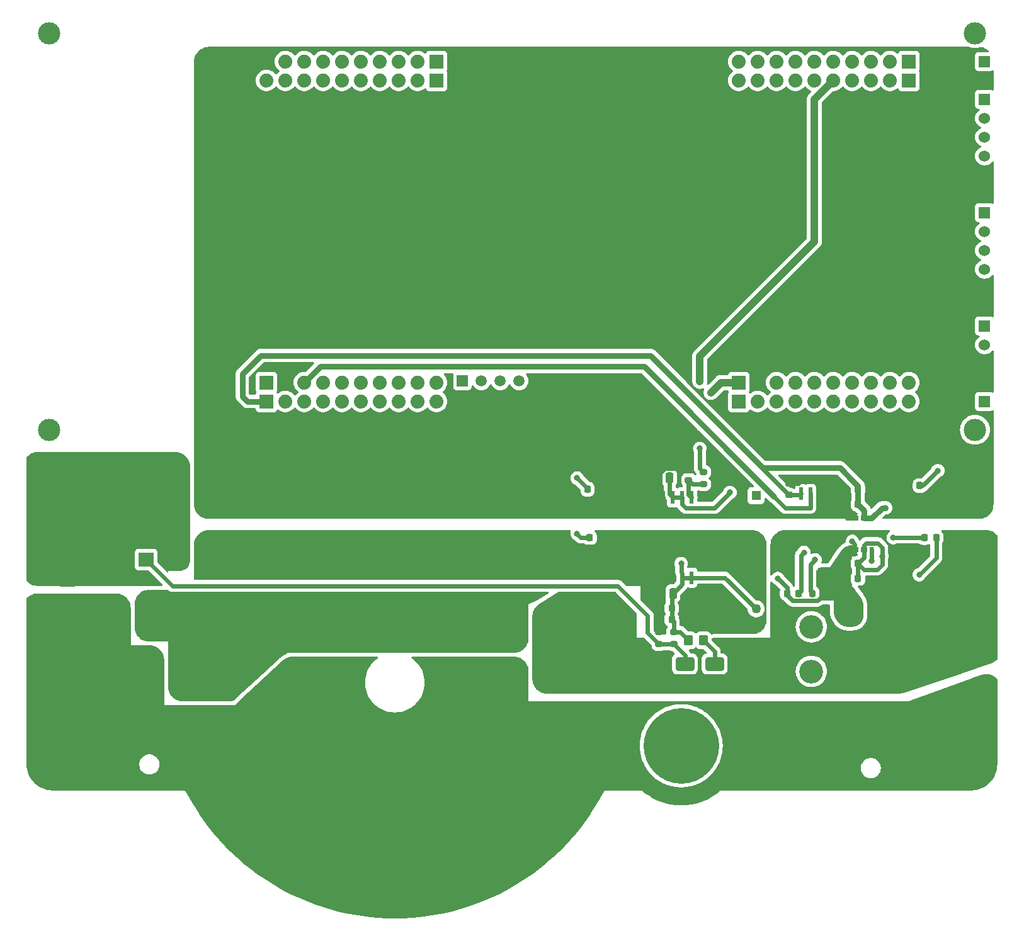
<source format=gbr>
%TF.GenerationSoftware,KiCad,Pcbnew,8.0.9*%
%TF.CreationDate,2025-03-21T10:18:04-04:00*%
%TF.ProjectId,Power_Elec_Project,506f7765-725f-4456-9c65-635f50726f6a,1*%
%TF.SameCoordinates,Original*%
%TF.FileFunction,Copper,L1,Top*%
%TF.FilePolarity,Positive*%
%FSLAX46Y46*%
G04 Gerber Fmt 4.6, Leading zero omitted, Abs format (unit mm)*
G04 Created by KiCad (PCBNEW 8.0.9) date 2025-03-21 10:18:04*
%MOMM*%
%LPD*%
G01*
G04 APERTURE LIST*
G04 Aperture macros list*
%AMRoundRect*
0 Rectangle with rounded corners*
0 $1 Rounding radius*
0 $2 $3 $4 $5 $6 $7 $8 $9 X,Y pos of 4 corners*
0 Add a 4 corners polygon primitive as box body*
4,1,4,$2,$3,$4,$5,$6,$7,$8,$9,$2,$3,0*
0 Add four circle primitives for the rounded corners*
1,1,$1+$1,$2,$3*
1,1,$1+$1,$4,$5*
1,1,$1+$1,$6,$7*
1,1,$1+$1,$8,$9*
0 Add four rect primitives between the rounded corners*
20,1,$1+$1,$2,$3,$4,$5,0*
20,1,$1+$1,$4,$5,$6,$7,0*
20,1,$1+$1,$6,$7,$8,$9,0*
20,1,$1+$1,$8,$9,$2,$3,0*%
%AMFreePoly0*
4,1,14,0.291036,0.341036,0.292500,0.337500,0.292500,-0.187500,0.291036,-0.191036,0.141036,-0.341036,0.137500,-0.342500,-0.287500,-0.342500,-0.291036,-0.341036,-0.292500,-0.337500,-0.292500,0.337500,-0.291036,0.341036,-0.287500,0.342500,0.287500,0.342500,0.291036,0.341036,0.291036,0.341036,$1*%
%AMFreePoly1*
4,1,21,-0.146464,0.341036,-0.145000,0.337500,-0.145000,0.217500,0.145000,0.217500,0.145000,0.337500,0.146464,0.341036,0.150000,0.342500,0.450000,0.342500,0.453536,0.341036,0.455000,0.337500,0.455000,-0.337500,0.453536,-0.341036,0.450000,-0.342500,-0.450000,-0.342500,-0.453536,-0.341036,-0.455000,-0.337500,-0.455000,0.337500,-0.453536,0.341036,-0.450000,0.342500,-0.150000,0.342500,
-0.146464,0.341036,-0.146464,0.341036,$1*%
%AMFreePoly2*
4,1,21,0.453536,0.341036,0.455000,0.337500,0.455000,-0.337500,0.453536,-0.341036,0.450000,-0.342500,0.150000,-0.342500,0.146464,-0.341036,0.145000,-0.337500,0.145000,-0.217500,-0.145000,-0.217500,-0.145000,-0.337500,-0.146464,-0.341036,-0.150000,-0.342500,-0.450000,-0.342500,-0.453536,-0.341036,-0.455000,-0.337500,-0.455000,0.337500,-0.453536,0.341036,-0.450000,0.342500,0.450000,0.342500,
0.453536,0.341036,0.453536,0.341036,$1*%
G04 Aperture macros list end*
%TA.AperFunction,SMDPad,CuDef*%
%ADD10RoundRect,0.250000X0.250000X0.475000X-0.250000X0.475000X-0.250000X-0.475000X0.250000X-0.475000X0*%
%TD*%
%TA.AperFunction,SMDPad,CuDef*%
%ADD11RoundRect,0.225000X0.250000X-0.225000X0.250000X0.225000X-0.250000X0.225000X-0.250000X-0.225000X0*%
%TD*%
%TA.AperFunction,ComponentPad*%
%ADD12C,1.700000*%
%TD*%
%TA.AperFunction,ComponentPad*%
%ADD13C,1.500000*%
%TD*%
%TA.AperFunction,ComponentPad*%
%ADD14R,1.500000X1.500000*%
%TD*%
%TA.AperFunction,ComponentPad*%
%ADD15C,1.524000*%
%TD*%
%TA.AperFunction,ComponentPad*%
%ADD16R,1.524000X1.524000*%
%TD*%
%TA.AperFunction,ComponentPad*%
%ADD17C,1.879600*%
%TD*%
%TA.AperFunction,ComponentPad*%
%ADD18R,1.879600X1.879600*%
%TD*%
%TA.AperFunction,ComponentPad*%
%ADD19C,3.000000*%
%TD*%
%TA.AperFunction,SMDPad,CuDef*%
%ADD20RoundRect,0.218750X-0.218750X-0.256250X0.218750X-0.256250X0.218750X0.256250X-0.218750X0.256250X0*%
%TD*%
%TA.AperFunction,ComponentPad*%
%ADD21C,10.160000*%
%TD*%
%TA.AperFunction,SMDPad,CuDef*%
%ADD22R,0.558800X1.701800*%
%TD*%
%TA.AperFunction,SMDPad,CuDef*%
%ADD23RoundRect,0.225000X0.225000X0.250000X-0.225000X0.250000X-0.225000X-0.250000X0.225000X-0.250000X0*%
%TD*%
%TA.AperFunction,SMDPad,CuDef*%
%ADD24RoundRect,0.200000X-0.275000X0.200000X-0.275000X-0.200000X0.275000X-0.200000X0.275000X0.200000X0*%
%TD*%
%TA.AperFunction,SMDPad,CuDef*%
%ADD25RoundRect,0.200000X-0.200000X-0.275000X0.200000X-0.275000X0.200000X0.275000X-0.200000X0.275000X0*%
%TD*%
%TA.AperFunction,SMDPad,CuDef*%
%ADD26RoundRect,0.218750X0.218750X0.256250X-0.218750X0.256250X-0.218750X-0.256250X0.218750X-0.256250X0*%
%TD*%
%TA.AperFunction,SMDPad,CuDef*%
%ADD27RoundRect,0.250000X-0.650000X1.000000X-0.650000X-1.000000X0.650000X-1.000000X0.650000X1.000000X0*%
%TD*%
%TA.AperFunction,ComponentPad*%
%ADD28R,2.000000X1.905000*%
%TD*%
%TA.AperFunction,ComponentPad*%
%ADD29O,2.000000X1.905000*%
%TD*%
%TA.AperFunction,SMDPad,CuDef*%
%ADD30RoundRect,0.250000X-0.650000X0.412500X-0.650000X-0.412500X0.650000X-0.412500X0.650000X0.412500X0*%
%TD*%
%TA.AperFunction,SMDPad,CuDef*%
%ADD31RoundRect,0.250000X1.000000X0.650000X-1.000000X0.650000X-1.000000X-0.650000X1.000000X-0.650000X0*%
%TD*%
%TA.AperFunction,ComponentPad*%
%ADD32R,2.000000X2.000000*%
%TD*%
%TA.AperFunction,ComponentPad*%
%ADD33C,2.000000*%
%TD*%
%TA.AperFunction,ComponentPad*%
%ADD34C,3.200000*%
%TD*%
%TA.AperFunction,ComponentPad*%
%ADD35R,1.270000X1.270000*%
%TD*%
%TA.AperFunction,ComponentPad*%
%ADD36C,1.270000*%
%TD*%
%TA.AperFunction,SMDPad,CuDef*%
%ADD37FreePoly0,0.000000*%
%TD*%
%TA.AperFunction,SMDPad,CuDef*%
%ADD38FreePoly1,0.000000*%
%TD*%
%TA.AperFunction,SMDPad,CuDef*%
%ADD39R,0.575000X0.675000*%
%TD*%
%TA.AperFunction,SMDPad,CuDef*%
%ADD40FreePoly2,0.000000*%
%TD*%
%TA.AperFunction,SMDPad,CuDef*%
%ADD41RoundRect,0.225000X-0.250000X0.225000X-0.250000X-0.225000X0.250000X-0.225000X0.250000X0.225000X0*%
%TD*%
%TA.AperFunction,SMDPad,CuDef*%
%ADD42RoundRect,0.200000X0.275000X-0.200000X0.275000X0.200000X-0.275000X0.200000X-0.275000X-0.200000X0*%
%TD*%
%TA.AperFunction,SMDPad,CuDef*%
%ADD43RoundRect,0.250000X-0.350000X-0.450000X0.350000X-0.450000X0.350000X0.450000X-0.350000X0.450000X0*%
%TD*%
%TA.AperFunction,ViaPad*%
%ADD44C,0.800000*%
%TD*%
%TA.AperFunction,Conductor*%
%ADD45C,0.800000*%
%TD*%
%TA.AperFunction,Conductor*%
%ADD46C,0.600000*%
%TD*%
%TA.AperFunction,Conductor*%
%ADD47C,0.500000*%
%TD*%
%TA.AperFunction,Conductor*%
%ADD48C,1.000000*%
%TD*%
G04 APERTURE END LIST*
D10*
%TO.P,C4,1*%
%TO.N,+5V*%
X171950000Y-101000000D03*
%TO.P,C4,2*%
%TO.N,GND*%
X170050000Y-101000000D03*
%TD*%
D11*
%TO.P,C3,1*%
%TO.N,Net-(U3-IN)*%
X174500000Y-101275000D03*
%TO.P,C3,2*%
%TO.N,GND*%
X174500000Y-99725000D03*
%TD*%
D12*
%TO.P,L2,1,1*%
%TO.N,GNDREF*%
X111500000Y-128500000D03*
%TO.P,L2,2,2*%
%TO.N,/VOUT*%
X158500000Y-128500000D03*
%TD*%
D13*
%TO.P,U2,J21_8,TP24/GND*%
%TO.N,GND*%
X151714000Y-90456000D03*
%TO.P,U2,J21_7,ADCIND3*%
%TO.N,unconnected-(U2M-ADCIND3-PadJ21_7)*%
X151714000Y-87916000D03*
%TO.P,U2,J21_6,TP23/GND*%
%TO.N,GND*%
X149174000Y-90456000D03*
%TO.P,U2,J21_5,ADCIND2*%
%TO.N,unconnected-(U2M-ADCIND2-PadJ21_5)*%
X149174000Y-87916000D03*
%TO.P,U2,J21_4,TP22/GND*%
%TO.N,GND*%
X146634000Y-90456000D03*
%TO.P,U2,J21_3,ADCIND1*%
%TO.N,unconnected-(U2M-ADCIND1-PadJ21_3)*%
X146634000Y-87916000D03*
%TO.P,U2,J21_2,TP21/GND*%
%TO.N,GND*%
X144094000Y-90456000D03*
D14*
%TO.P,U2,J21_1,ADCIND0*%
%TO.N,unconnected-(U2M-ADCIND0-PadJ21_1)*%
X144094000Y-87916000D03*
D15*
%TO.P,U2,J16_3,GND_J16__1*%
%TO.N,GND*%
X209190000Y-90690000D03*
%TO.P,U2,J16_2,GND_J16*%
X211730000Y-90690000D03*
D16*
%TO.P,U2,J16_1,+5V_J16*%
%TO.N,unconnected-(U2N-+5V_J16-PadJ16_1)*%
X214270000Y-90690000D03*
D15*
%TO.P,U2,J15_5,GND_J15*%
%TO.N,GND*%
X214270000Y-75450000D03*
%TO.P,U2,J15_4,+5V_J15*%
%TO.N,unconnected-(U2L-+5V_J15-PadJ15_4)*%
X214270000Y-72910000D03*
%TO.P,U2,J15_3,EQEP2I*%
%TO.N,unconnected-(U2L-EQEP2I-PadJ15_3)*%
X214270000Y-70370000D03*
%TO.P,U2,J15_2,EQEP2B*%
%TO.N,unconnected-(U2L-EQEP2B-PadJ15_2)*%
X214270000Y-67830000D03*
D16*
%TO.P,U2,J15_1,EQEP2A*%
%TO.N,unconnected-(U2L-EQEP2A-PadJ15_1)*%
X214270000Y-65290000D03*
D15*
%TO.P,U2,J14_5,GND_J14*%
%TO.N,GND*%
X214270000Y-60210000D03*
%TO.P,U2,J14_4,+5V_J14*%
%TO.N,unconnected-(U2K-+5V_J14-PadJ14_4)*%
X214270000Y-57670000D03*
%TO.P,U2,J14_3,EQEP1I*%
%TO.N,unconnected-(U2K-EQEP1I-PadJ14_3)*%
X214270000Y-55130000D03*
%TO.P,U2,J14_2,EQEP1B*%
%TO.N,unconnected-(U2K-EQEP1B-PadJ14_2)*%
X214270000Y-52590000D03*
D16*
%TO.P,U2,J14_1,EQEP1A*%
%TO.N,unconnected-(U2K-EQEP1A-PadJ14_1)*%
X214270000Y-50050000D03*
D15*
%TO.P,U2,J12_3,GND_J12*%
%TO.N,GND*%
X214270000Y-85610000D03*
%TO.P,U2,J12_2,CANL*%
%TO.N,unconnected-(U2J-CANL-PadJ12_2)*%
X214270000Y-83070000D03*
D16*
%TO.P,U2,J12_1,CANH*%
%TO.N,unconnected-(U2J-CANH-PadJ12_1)*%
X214270000Y-80530000D03*
D15*
%TO.P,U2,J10_3,GND_J10__1*%
%TO.N,GND*%
X209190000Y-44970000D03*
%TO.P,U2,J10_2,GND_J10*%
X211730000Y-44970000D03*
D16*
%TO.P,U2,J10_1,+3V_J10*%
%TO.N,unconnected-(U2I-+3V_J10-PadJ10_1)*%
X214270000Y-44970000D03*
D17*
%TO.P,U2,J8_10,GPIO6/PWMOUT4A*%
%TO.N,unconnected-(U2H-GPIO6{slash}PWMOUT4A-PadJ8_10)*%
X181250000Y-47510000D03*
%TO.P,U2,J8_9,GPIO7/PWMOUT4B*%
%TO.N,unconnected-(U2H-GPIO7{slash}PWMOUT4B-PadJ8_9)*%
X183790000Y-47510000D03*
%TO.P,U2,J8_8,GPIO8/PWMOUT5A*%
%TO.N,unconnected-(U2H-GPIO8{slash}PWMOUT5A-PadJ8_8)*%
X186330000Y-47510000D03*
%TO.P,U2,J8_7,GPIO9/PWMOUT5B*%
%TO.N,unconnected-(U2H-GPIO9{slash}PWMOUT5B-PadJ8_7)*%
X188870000Y-47510000D03*
%TO.P,U2,J8_6,GPIO10/PWMOUT6A*%
%TO.N,unconnected-(U2H-GPIO10{slash}PWMOUT6A-PadJ8_6)*%
X191410000Y-47510000D03*
%TO.P,U2,J8_5,GPIO11/PWMOUT6B*%
%TO.N,/PWM*%
X193950000Y-47510000D03*
%TO.P,U2,J8_4,GPIO14/OPXBAR3*%
%TO.N,unconnected-(U2H-GPIO14{slash}OPXBAR3-PadJ8_4)*%
X196490000Y-47510000D03*
%TO.P,U2,J8_3,GPIO15/OPXBAR4*%
%TO.N,unconnected-(U2H-GPIO15{slash}OPXBAR4-PadJ8_3)*%
X199030000Y-47510000D03*
%TO.P,U2,J8_2,PWM/BASED/DAC3*%
%TO.N,unconnected-(U2H-PWM{slash}BASED{slash}DAC3-PadJ8_2)*%
X201570000Y-47510000D03*
D18*
%TO.P,U2,J8_1,PWM/BASED/DAC4*%
%TO.N,unconnected-(U2H-PWM{slash}BASED{slash}DAC4-PadJ8_1)*%
X204110000Y-47510000D03*
D17*
%TO.P,U2,J7_10,ADCINA1/ANALOGIN(DACB)*%
%TO.N,unconnected-(U2G-ADCINA1{slash}ANALOGIN(DACB)-PadJ7_10)*%
X204110000Y-88150000D03*
%TO.P,U2,J7_9,ADCINA4/ANALOGIN*%
%TO.N,unconnected-(U2G-ADCINA4{slash}ANALOGIN-PadJ7_9)*%
X201570000Y-88150000D03*
%TO.P,U2,J7_8,ADCINB4/ANALOGIN*%
%TO.N,unconnected-(U2G-ADCINB4{slash}ANALOGIN-PadJ7_8)*%
X199030000Y-88150000D03*
%TO.P,U2,J7_7,ADCINC4/ANALOGIN*%
%TO.N,unconnected-(U2G-ADCINC4{slash}ANALOGIN-PadJ7_7)*%
X196490000Y-88150000D03*
%TO.P,U2,J7_6,ADCINA5/ANALOGIN*%
%TO.N,unconnected-(U2G-ADCINA5{slash}ANALOGIN-PadJ7_6)*%
X193950000Y-88150000D03*
%TO.P,U2,J7_5,ADCINB5/ANALOGIN*%
%TO.N,unconnected-(U2G-ADCINB5{slash}ANALOGIN-PadJ7_5)*%
X191410000Y-88150000D03*
%TO.P,U2,J7_4,ADCINC5/ANALOGIN*%
%TO.N,unconnected-(U2G-ADCINC5{slash}ANALOGIN-PadJ7_4)*%
X188870000Y-88150000D03*
%TO.P,U2,J7_3,ADCIN15/ANALOGIN*%
%TO.N,unconnected-(U2G-ADCIN15{slash}ANALOGIN-PadJ7_3)*%
X186330000Y-88150000D03*
%TO.P,U2,J7_2,GND_J7*%
%TO.N,GND*%
X183790000Y-88150000D03*
D18*
%TO.P,U2,J7_1,+5V_J7*%
%TO.N,+5V*%
X181250000Y-88150000D03*
D17*
%TO.P,U2,J6_10,GND_J6*%
%TO.N,unconnected-(U2F-GND_J6-PadJ6_10)*%
X181250000Y-44970000D03*
%TO.P,U2,J6_9,GPIO66/SPIBCS*%
%TO.N,unconnected-(U2F-GPIO66{slash}SPIBCS-PadJ6_9)*%
X183790000Y-44970000D03*
%TO.P,U2,J6_8,GPIO131/SD2CLK1*%
%TO.N,unconnected-(U2F-GPIO131{slash}SD2CLK1-PadJ6_8)*%
X186330000Y-44970000D03*
%TO.P,U2,J6_7,GPIO130/SD2D1*%
%TO.N,unconnected-(U2F-GPIO130{slash}SD2D1-PadJ6_7)*%
X188870000Y-44970000D03*
%TO.P,U2,J6_6,~{RESET_J6}*%
%TO.N,unconnected-(U2F-~{RESET_J6}-PadJ6_6)*%
X191410000Y-44970000D03*
%TO.P,U2,J6_5,GPIO63/SPIBMOSI*%
%TO.N,unconnected-(U2F-GPIO63{slash}SPIBMOSI-PadJ6_5)*%
X193950000Y-44970000D03*
%TO.P,U2,J6_4,GPIO64/SPIBMISO*%
%TO.N,unconnected-(U2F-GPIO64{slash}SPIBMISO-PadJ6_4)*%
X196490000Y-44970000D03*
%TO.P,U2,J6_3,GPIO26/SD2D2*%
%TO.N,unconnected-(U2F-GPIO26{slash}SD2D2-PadJ6_3)*%
X199030000Y-44970000D03*
%TO.P,U2,J6_2,GPIO27/SD2CLK2*%
%TO.N,unconnected-(U2F-GPIO27{slash}SD2CLK2-PadJ6_2)*%
X201570000Y-44970000D03*
D18*
%TO.P,U2,J6_1,GPIO25/OPXBAR2*%
%TO.N,unconnected-(U2F-GPIO25{slash}OPXBAR2-PadJ6_1)*%
X204110000Y-44970000D03*
D17*
%TO.P,U2,J5_10,GPIO40/I2CSDAB/J5*%
%TO.N,unconnected-(U2E-GPIO40{slash}I2CSDAB{slash}J5-PadJ5_10)*%
X204110000Y-90690000D03*
%TO.P,U2,J5_9,GPIO41/I2CSCLB/J5*%
%TO.N,unconnected-(U2E-GPIO41{slash}I2CSCLB{slash}J5-PadJ5_9)*%
X201570000Y-90690000D03*
%TO.P,U2,J5_8,GPIO52*%
%TO.N,unconnected-(U2E-GPIO52-PadJ5_8)*%
X199030000Y-90690000D03*
%TO.P,U2,J5_7,GPIO65/SPIBCLK*%
%TO.N,unconnected-(U2E-GPIO65{slash}SPIBCLK-PadJ5_7)*%
X196490000Y-90690000D03*
%TO.P,U2,J5_6,GPIO94*%
%TO.N,unconnected-(U2E-GPIO94-PadJ5_6)*%
X193950000Y-90690000D03*
%TO.P,U2,J5_5,GPIO97*%
%TO.N,unconnected-(U2E-GPIO97-PadJ5_5)*%
X191410000Y-90690000D03*
%TO.P,U2,J5_4,GPIO56/SCICIX*%
%TO.N,unconnected-(U2E-GPIO56{slash}SCICIX-PadJ5_4)*%
X188870000Y-90690000D03*
%TO.P,U2,J5_3,GPIO139/SCICRX*%
%TO.N,unconnected-(U2E-GPIO139{slash}SCICRX-PadJ5_3)*%
X186330000Y-90690000D03*
%TO.P,U2,J5_2,GPIO95*%
%TO.N,unconnected-(U2E-GPIO95-PadJ5_2)*%
X183790000Y-90690000D03*
D18*
%TO.P,U2,J5_1,3.3V_J5*%
%TO.N,unconnected-(U2E-3.3V_J5-PadJ5_1)*%
X181250000Y-90690000D03*
D17*
%TO.P,U2,J4_10,GPIO0/PWMOUT1A*%
%TO.N,unconnected-(U2D-GPIO0{slash}PWMOUT1A-PadJ4_10)*%
X117750000Y-47510000D03*
%TO.P,U2,J4_9,GPIO1/PWMOUT1B*%
%TO.N,unconnected-(U2D-GPIO1{slash}PWMOUT1B-PadJ4_9)*%
X120290000Y-47510000D03*
%TO.P,U2,J4_8,GPIO2//PWMOUT2A*%
%TO.N,unconnected-(U2D-GPIO2{slash}{slash}PWMOUT2A-PadJ4_8)*%
X122830000Y-47510000D03*
%TO.P,U2,J4_7,GPIO3/PWMOUT2B*%
%TO.N,unconnected-(U2D-GPIO3{slash}PWMOUT2B-PadJ4_7)*%
X125370000Y-47510000D03*
%TO.P,U2,J4_6,GPIO4/PWMOUT3A*%
%TO.N,unconnected-(U2D-GPIO4{slash}PWMOUT3A-PadJ4_6)*%
X127910000Y-47510000D03*
%TO.P,U2,J4_5,GPIO5/PWMOUT3B*%
%TO.N,unconnected-(U2D-GPIO5{slash}PWMOUT3B-PadJ4_5)*%
X130450000Y-47510000D03*
%TO.P,U2,J4_4,GPIO24/OPXBAR1*%
%TO.N,unconnected-(U2D-GPIO24{slash}OPXBAR1-PadJ4_4)*%
X132990000Y-47510000D03*
%TO.P,U2,J4_3,GPIO16/OPXBAR7*%
%TO.N,unconnected-(U2D-GPIO16{slash}OPXBAR7-PadJ4_3)*%
X135530000Y-47510000D03*
%TO.P,U2,J4_2,PWM/BASED/DAC1*%
%TO.N,unconnected-(U2D-PWM{slash}BASED{slash}DAC1-PadJ4_2)*%
X138070000Y-47510000D03*
D18*
%TO.P,U2,J4_1,PWM/BASED/DAC2*%
%TO.N,unconnected-(U2D-PWM{slash}BASED{slash}DAC2-PadJ4_1)*%
X140610000Y-47510000D03*
D17*
%TO.P,U2,J3_10,ADCINA0/ANALOGIN(DACA)*%
%TO.N,unconnected-(U2C-ADCINA0{slash}ANALOGIN(DACA)-PadJ3_10)*%
X140610000Y-88150000D03*
%TO.P,U2,J3_9,ADCINA2/ANALOGIN*%
%TO.N,unconnected-(U2C-ADCINA2{slash}ANALOGIN-PadJ3_9)*%
X138070000Y-88150000D03*
%TO.P,U2,J3_8,ADCINB2/ANALOGIN*%
%TO.N,unconnected-(U2C-ADCINB2{slash}ANALOGIN-PadJ3_8)*%
X135530000Y-88150000D03*
%TO.P,U2,J3_7,ADCINC2/ANALOGIN*%
%TO.N,unconnected-(U2C-ADCINC2{slash}ANALOGIN-PadJ3_7)*%
X132990000Y-88150000D03*
%TO.P,U2,J3_6,ADCINA3/ANALOGIN*%
%TO.N,unconnected-(U2C-ADCINA3{slash}ANALOGIN-PadJ3_6)*%
X130450000Y-88150000D03*
%TO.P,U2,J3_5,ADCINB3/ANALOGIN*%
%TO.N,unconnected-(U2C-ADCINB3{slash}ANALOGIN-PadJ3_5)*%
X127910000Y-88150000D03*
%TO.P,U2,J3_4,ADCINC3/ANALOGIN*%
%TO.N,unconnected-(U2C-ADCINC3{slash}ANALOGIN-PadJ3_4)*%
X125370000Y-88150000D03*
%TO.P,U2,J3_3,ADCIN14/ANALOGIN*%
%TO.N,/VFILT*%
X122830000Y-88150000D03*
%TO.P,U2,J3_2,GND_J3*%
%TO.N,GND*%
X120290000Y-88150000D03*
D18*
%TO.P,U2,J3_1,+5V_J3*%
%TO.N,unconnected-(U2C-+5V_J3-PadJ3_1)*%
X117750000Y-88150000D03*
D17*
%TO.P,U2,J2_10,GND_J2*%
%TO.N,GND*%
X117750000Y-44970000D03*
%TO.P,U2,J2_9,GPIO61/SPIACS*%
%TO.N,unconnected-(U2B-GPIO61{slash}SPIACS-PadJ2_9)*%
X120290000Y-44970000D03*
%TO.P,U2,J2_8,GPIO123/SD1CLK1*%
%TO.N,unconnected-(U2B-GPIO123{slash}SD1CLK1-PadJ2_8)*%
X122830000Y-44970000D03*
%TO.P,U2,J2_7,GPIO122/SD1D1*%
%TO.N,unconnected-(U2B-GPIO122{slash}SD1D1-PadJ2_7)*%
X125370000Y-44970000D03*
%TO.P,U2,J2_6,~{RESET_J2}*%
%TO.N,unconnected-(U2B-~{RESET_J2}-PadJ2_6)*%
X127910000Y-44970000D03*
%TO.P,U2,J2_5,GPIO58/SPIAMOSI*%
%TO.N,unconnected-(U2B-GPIO58{slash}SPIAMOSI-PadJ2_5)*%
X130450000Y-44970000D03*
%TO.P,U2,J2_4,GPIO59/SPIAMISO*%
%TO.N,unconnected-(U2B-GPIO59{slash}SPIAMISO-PadJ2_4)*%
X132990000Y-44970000D03*
%TO.P,U2,J2_3,GPIO124/SD1D2*%
%TO.N,unconnected-(U2B-GPIO124{slash}SD1D2-PadJ2_3)*%
X135530000Y-44970000D03*
%TO.P,U2,J2_2,GPIO125/SD1CLK2*%
%TO.N,unconnected-(U2B-GPIO125{slash}SD1CLK2-PadJ2_2)*%
X138070000Y-44970000D03*
D18*
%TO.P,U2,J2_1,GPIO29/OPXBAR6*%
%TO.N,unconnected-(U2B-GPIO29{slash}OPXBAR6-PadJ2_1)*%
X140610000Y-44970000D03*
D17*
%TO.P,U2,J1_10,GPIO104/I2CSDAA*%
%TO.N,unconnected-(U2A-GPIO104{slash}I2CSDAA-PadJ1_10)*%
X140610000Y-90690000D03*
%TO.P,U2,J1_9,GPIO105/I2CSCLA*%
%TO.N,unconnected-(U2A-GPIO105{slash}I2CSCLA-PadJ1_9)*%
X138070000Y-90690000D03*
%TO.P,U2,J1_8,GPIO22*%
%TO.N,unconnected-(U2A-GPIO22-PadJ1_8)*%
X135530000Y-90690000D03*
%TO.P,U2,J1_7,GPIO60/SPICLKA*%
%TO.N,unconnected-(U2A-GPIO60{slash}SPICLKA-PadJ1_7)*%
X132990000Y-90690000D03*
%TO.P,U2,J1_6,GPIO111*%
%TO.N,unconnected-(U2A-GPIO111-PadJ1_6)*%
X130450000Y-90690000D03*
%TO.P,U2,J1_5,GPIO67*%
%TO.N,unconnected-(U2A-GPIO67-PadJ1_5)*%
X127910000Y-90690000D03*
%TO.P,U2,J1_4,GPIO18/SCITXDB*%
%TO.N,unconnected-(U2A-GPIO18{slash}SCITXDB-PadJ1_4)*%
X125370000Y-90690000D03*
%TO.P,U2,J1_3,GPIO19/SCIRXDB*%
%TO.N,unconnected-(U2A-GPIO19{slash}SCIRXDB-PadJ1_3)*%
X122830000Y-90690000D03*
%TO.P,U2,J1_2,GPIO32*%
%TO.N,unconnected-(U2A-GPIO32-PadJ1_2)*%
X120290000Y-90690000D03*
D18*
%TO.P,U2,J1_1,3.3V_J1*%
%TO.N,+3.3V*%
X117750000Y-90690000D03*
D19*
%TO.P,U2,*%
%TO.N,*%
X213000000Y-94500000D03*
X213000000Y-41160000D03*
X88540000Y-94500000D03*
X88540000Y-41160000D03*
%TD*%
D20*
%TO.P,D5,1,K*%
%TO.N,GND*%
X204000000Y-102000000D03*
%TO.P,D5,2,A*%
%TO.N,Net-(D5-A)*%
X205575000Y-102000000D03*
%TD*%
D21*
%TO.P,J2,1,Pin_1*%
%TO.N,GNDREF*%
X173500000Y-137000000D03*
%TD*%
D22*
%TO.P,U5,1,VDD1*%
%TO.N,ISO_3.3V*%
X189595000Y-113884800D03*
%TO.P,U5,2,INP*%
%TO.N,Net-(U5-INP)*%
X190865000Y-113884800D03*
%TO.P,U5,3,INN*%
%TO.N,GNDPWR*%
X192135000Y-113884800D03*
%TO.P,U5,4,GND1*%
X193405000Y-113884800D03*
%TO.P,U5,5,GND2*%
%TO.N,GND*%
X193405000Y-103115200D03*
%TO.P,U5,6,OUTN*%
X192135000Y-103115200D03*
%TO.P,U5,7,OUTP*%
%TO.N,/VFILT*%
X190865000Y-103115200D03*
%TO.P,U5,8,VDD2*%
%TO.N,+3.3V*%
X189595000Y-103115200D03*
%TD*%
D10*
%TO.P,C6,1*%
%TO.N,ISO_12V*%
X172400000Y-116500000D03*
%TO.P,C6,2*%
%TO.N,GNDREF*%
X170500000Y-116500000D03*
%TD*%
D23*
%TO.P,C11,1*%
%TO.N,+3.3V*%
X197275000Y-102500000D03*
%TO.P,C11,2*%
%TO.N,GND*%
X195725000Y-102500000D03*
%TD*%
D24*
%TO.P,R6,1*%
%TO.N,ISO_12V*%
X172500000Y-121675000D03*
%TO.P,R6,2*%
%TO.N,/VG*%
X172500000Y-123325000D03*
%TD*%
D25*
%TO.P,R1,1*%
%TO.N,Net-(U5-INP)*%
X191175000Y-116500000D03*
%TO.P,R1,2*%
%TO.N,GNDPWR*%
X192825000Y-116500000D03*
%TD*%
D21*
%TO.P,J4,1,Pin_1*%
%TO.N,GNDPWR*%
X93000000Y-136000000D03*
%TD*%
D22*
%TO.P,U3,1,IN*%
%TO.N,Net-(U3-IN)*%
X174905000Y-103615200D03*
%TO.P,U3,2,VCCI*%
%TO.N,+5V*%
X173635000Y-103615200D03*
%TO.P,U3,3,VCCI*%
X172365000Y-103615200D03*
%TO.P,U3,4,GND*%
%TO.N,GND*%
X171095000Y-103615200D03*
%TO.P,U3,5,VSS*%
%TO.N,GNDREF*%
X171095000Y-114384800D03*
%TO.P,U3,6,VSS*%
X172365000Y-114384800D03*
%TO.P,U3,7,OUT*%
%TO.N,ISO_12V*%
X173635000Y-114384800D03*
%TO.P,U3,8,VDD*%
X174905000Y-114384800D03*
%TD*%
D21*
%TO.P,J3,1,Pin_1*%
%TO.N,/VOUT*%
X207500000Y-121000000D03*
%TD*%
%TO.P,J5,1,Pin_1*%
%TO.N,GNDPWR*%
X209500000Y-137000000D03*
%TD*%
D23*
%TO.P,C8,1*%
%TO.N,ISO_12V*%
X172225000Y-118500000D03*
%TO.P,C8,2*%
%TO.N,GNDREF*%
X170675000Y-118500000D03*
%TD*%
D21*
%TO.P,J1,1,Pin_1*%
%TO.N,VDD*%
X93000000Y-105000000D03*
%TD*%
D26*
%TO.P,D3,1,K*%
%TO.N,GND*%
X162500000Y-102500000D03*
%TO.P,D3,2,A*%
%TO.N,Net-(D3-A)*%
X160925000Y-102500000D03*
%TD*%
D20*
%TO.P,D4,1,K*%
%TO.N,GNDPWR*%
X206212500Y-109000000D03*
%TO.P,D4,2,A*%
%TO.N,Net-(D4-A)*%
X207787500Y-109000000D03*
%TD*%
D26*
%TO.P,D2,1,K*%
%TO.N,GNDREF*%
X162787500Y-109000000D03*
%TO.P,D2,2,A*%
%TO.N,Net-(D2-A)*%
X161212500Y-109000000D03*
%TD*%
D27*
%TO.P,D6,1,K*%
%TO.N,GNDREF*%
X102000000Y-121500000D03*
%TO.P,D6,2,A*%
%TO.N,GNDPWR*%
X102000000Y-125500000D03*
%TD*%
D24*
%TO.P,R3,1*%
%TO.N,/PWM*%
X176500000Y-100175000D03*
%TO.P,R3,2*%
%TO.N,Net-(U3-IN)*%
X176500000Y-101825000D03*
%TD*%
D28*
%TO.P,Q1,1,G*%
%TO.N,/VG*%
X101555000Y-111960000D03*
D29*
%TO.P,Q1,2,D*%
%TO.N,VDD*%
X101555000Y-114500000D03*
%TO.P,Q1,3,S*%
%TO.N,GNDREF*%
X101555000Y-117040000D03*
%TD*%
D23*
%TO.P,C14,1*%
%TO.N,ISO_3.3V*%
X189275000Y-116500000D03*
%TO.P,C14,2*%
%TO.N,GNDPWR*%
X187725000Y-116500000D03*
%TD*%
%TO.P,C9,1*%
%TO.N,+3.3V*%
X197275000Y-104500000D03*
%TO.P,C9,2*%
%TO.N,GND*%
X195725000Y-104500000D03*
%TD*%
D30*
%TO.P,C17,1*%
%TO.N,/VOUT*%
X182500000Y-128937500D03*
%TO.P,C17,2*%
%TO.N,GNDPWR*%
X182500000Y-132062500D03*
%TD*%
D31*
%TO.P,D1,1,K*%
%TO.N,Net-(D1-K)*%
X178000000Y-126000000D03*
%TO.P,D1,2,A*%
%TO.N,/VG*%
X174000000Y-126000000D03*
%TD*%
D32*
%TO.P,C15,1*%
%TO.N,VDD*%
X91000000Y-114632323D03*
D33*
%TO.P,C15,2*%
%TO.N,GNDPWR*%
X91000000Y-119632323D03*
%TD*%
D23*
%TO.P,C12,1*%
%TO.N,ISO_3.3V*%
X197275000Y-112500000D03*
%TO.P,C12,2*%
%TO.N,GNDPWR*%
X195725000Y-112500000D03*
%TD*%
%TO.P,C13,1*%
%TO.N,ISO_3.3V*%
X197275000Y-114500000D03*
%TO.P,C13,2*%
%TO.N,GNDPWR*%
X195725000Y-114500000D03*
%TD*%
%TO.P,C7,1*%
%TO.N,ISO_12V*%
X172225000Y-120000000D03*
%TO.P,C7,2*%
%TO.N,GNDREF*%
X170675000Y-120000000D03*
%TD*%
D34*
%TO.P,L1,1,1*%
%TO.N,Net-(C2-Pad1)*%
X191000000Y-127000000D03*
%TO.P,L1,2,2*%
%TO.N,Net-(U5-INP)*%
X191000000Y-121000000D03*
%TD*%
D35*
%TO.P,U4,1,+VIN(VCC)*%
%TO.N,+5V*%
X183575000Y-103350000D03*
D36*
%TO.P,U4,2,-VIN(GGND)*%
%TO.N,GND*%
X183575000Y-105890000D03*
%TO.P,U4,5,-VOUT*%
%TO.N,GNDREF*%
X183575000Y-113510000D03*
%TO.P,U4,7,+VOUT*%
%TO.N,ISO_12V*%
X183575000Y-118590000D03*
%TD*%
D37*
%TO.P,PS1,1,VIN-*%
%TO.N,GND*%
X195862500Y-106412500D03*
D38*
%TO.P,PS1,2_3,VIN-__1*%
X196900000Y-106412500D03*
%TO.P,PS1,4_5,VIN+*%
%TO.N,+3.3V*%
X198100000Y-106412500D03*
D39*
%TO.P,PS1,6,CTRL*%
X199137500Y-106412500D03*
%TO.P,PS1,7,VSEL*%
%TO.N,GNDPWR*%
X199137500Y-110587500D03*
D40*
%TO.P,PS1,8_9,VOUT+*%
%TO.N,ISO_3.3V*%
X198100000Y-110587500D03*
%TO.P,PS1,10_11,VOUT-*%
%TO.N,GNDPWR*%
X196900000Y-110587500D03*
D39*
%TO.P,PS1,12,VOUT-__1*%
X195862500Y-110587500D03*
%TD*%
D41*
%TO.P,C1,1*%
%TO.N,GND*%
X188000000Y-101725000D03*
%TO.P,C1,2*%
%TO.N,+3.3V*%
X188000000Y-103275000D03*
%TD*%
D42*
%TO.P,R5,1*%
%TO.N,/VG*%
X170500000Y-123325000D03*
%TO.P,R5,2*%
%TO.N,GNDREF*%
X170500000Y-121675000D03*
%TD*%
D43*
%TO.P,R4,1*%
%TO.N,ISO_12V*%
X174500000Y-122825000D03*
%TO.P,R4,2*%
%TO.N,Net-(D1-K)*%
X176500000Y-122825000D03*
%TD*%
D44*
%TO.N,VDD*%
X102500000Y-106000000D03*
X104000000Y-106000000D03*
X101500000Y-101000000D03*
X104500000Y-101000000D03*
X101000000Y-104000000D03*
X100000000Y-103000000D03*
X105500000Y-102000000D03*
X104500000Y-103000000D03*
X104000000Y-104000000D03*
X100000000Y-101000000D03*
X103000000Y-105000000D03*
X100000000Y-105000000D03*
X102500000Y-104000000D03*
X103000000Y-101000000D03*
X101000000Y-102000000D03*
X101500000Y-103000000D03*
X101500000Y-105000000D03*
X101000000Y-106000000D03*
X104500000Y-105000000D03*
X102500000Y-102000000D03*
X105500000Y-106000000D03*
X103000000Y-103000000D03*
X105500000Y-104000000D03*
X104000000Y-102000000D03*
%TO.N,+3.3V*%
X201000000Y-105000000D03*
%TO.N,GND*%
X149500000Y-58000000D03*
X136000000Y-69000000D03*
X186000000Y-72000000D03*
X125500000Y-66500000D03*
X151000000Y-56000000D03*
X160000000Y-64500000D03*
X144500000Y-71000000D03*
X153500000Y-56000000D03*
X156000000Y-56000000D03*
X150000000Y-64500000D03*
X166000000Y-62500000D03*
X210000000Y-79500000D03*
X124500000Y-60500000D03*
X143000000Y-62500000D03*
X203000000Y-82000000D03*
X137000000Y-71000000D03*
X132000000Y-60500000D03*
X210000000Y-69000000D03*
X139500000Y-71000000D03*
X134500000Y-60500000D03*
X131000000Y-69000000D03*
X143000000Y-56000000D03*
X128000000Y-62500000D03*
X146500000Y-69000000D03*
X202500000Y-79500000D03*
X141500000Y-58000000D03*
X199000000Y-73500000D03*
X157500000Y-60500000D03*
X167500000Y-60500000D03*
X141000000Y-69000000D03*
X170000000Y-60500000D03*
X195500000Y-82000000D03*
X185500000Y-82000000D03*
X203500000Y-71000000D03*
X124000000Y-58000000D03*
X193000000Y-82000000D03*
X193000000Y-105000000D03*
X164500000Y-103500000D03*
X202500000Y-69000000D03*
X171000000Y-56000000D03*
X124500000Y-64500000D03*
X140500000Y-66500000D03*
X133000000Y-62500000D03*
X165000000Y-71000000D03*
X201500000Y-73500000D03*
X209000000Y-84000000D03*
X147500000Y-64500000D03*
X194000000Y-84000000D03*
X122000000Y-71000000D03*
X153500000Y-62500000D03*
X161000000Y-66500000D03*
X161500000Y-69000000D03*
X207500000Y-69000000D03*
X164500000Y-58000000D03*
X142000000Y-71000000D03*
X190000000Y-101000000D03*
X152000000Y-58000000D03*
X168500000Y-66500000D03*
X152500000Y-64500000D03*
X202500000Y-75500000D03*
X155000000Y-60500000D03*
X158500000Y-62500000D03*
X133000000Y-66500000D03*
X148500000Y-56000000D03*
X207500000Y-79500000D03*
X121000000Y-69000000D03*
X132000000Y-71000000D03*
X168500000Y-62500000D03*
X206000000Y-71000000D03*
X170000000Y-71000000D03*
X163500000Y-66500000D03*
X186500000Y-77500000D03*
X200000000Y-69000000D03*
X199000000Y-77500000D03*
X149000000Y-69000000D03*
X205500000Y-82000000D03*
X187500000Y-79500000D03*
X130500000Y-62500000D03*
X129500000Y-60500000D03*
X150000000Y-71000000D03*
X159000000Y-69000000D03*
X168500000Y-56000000D03*
X190000000Y-73500000D03*
X166500000Y-69000000D03*
X190000000Y-79500000D03*
X129500000Y-64500000D03*
X162500000Y-71000000D03*
X190000000Y-75500000D03*
X197500000Y-69000000D03*
X191500000Y-77500000D03*
X167500000Y-71000000D03*
X134500000Y-71000000D03*
X157500000Y-64500000D03*
X144000000Y-58000000D03*
X203000000Y-100500000D03*
X165000000Y-64500000D03*
X200500000Y-82000000D03*
X142000000Y-60500000D03*
X193500000Y-69000000D03*
X156000000Y-66500000D03*
X169500000Y-58000000D03*
X146500000Y-58000000D03*
X167500000Y-64500000D03*
X154000000Y-69000000D03*
X169000000Y-100500000D03*
X127000000Y-60500000D03*
X155000000Y-71000000D03*
X188000000Y-70500000D03*
X162000000Y-58000000D03*
X133500000Y-69000000D03*
X139500000Y-64500000D03*
X188000000Y-82000000D03*
X130500000Y-56000000D03*
X140500000Y-62500000D03*
X148500000Y-62500000D03*
X208000000Y-82000000D03*
X154500000Y-58000000D03*
X191500000Y-84000000D03*
X123500000Y-69000000D03*
X138000000Y-62500000D03*
X188000000Y-75500000D03*
X165000000Y-60500000D03*
X197500000Y-75500000D03*
X150000000Y-60500000D03*
X161000000Y-56000000D03*
X208500000Y-71000000D03*
X173000000Y-99725000D03*
X200000000Y-79500000D03*
X160000000Y-71000000D03*
X198500000Y-71000000D03*
X147500000Y-71000000D03*
X156000000Y-62500000D03*
X209000000Y-73500000D03*
X205000000Y-79500000D03*
X157500000Y-71000000D03*
X125500000Y-56000000D03*
X125500000Y-62500000D03*
X195000000Y-79500000D03*
X128000000Y-56000000D03*
X196000000Y-71000000D03*
X196500000Y-77500000D03*
X192500000Y-79500000D03*
X158500000Y-56000000D03*
X145500000Y-66500000D03*
X158500000Y-66500000D03*
X195000000Y-69000000D03*
X123000000Y-62500000D03*
X135500000Y-56000000D03*
X142000000Y-64500000D03*
X123000000Y-56000000D03*
X137000000Y-64500000D03*
X127000000Y-71000000D03*
X163500000Y-56000000D03*
X204000000Y-73500000D03*
X186500000Y-84000000D03*
X145500000Y-62500000D03*
X126000000Y-69000000D03*
X187500000Y-69000000D03*
X196500000Y-84000000D03*
X195000000Y-75500000D03*
X134500000Y-64500000D03*
X191500000Y-73500000D03*
X162500000Y-60500000D03*
X206500000Y-84000000D03*
X139000000Y-58000000D03*
X136500000Y-58000000D03*
X172000000Y-58000000D03*
X189000000Y-77500000D03*
X138000000Y-56000000D03*
X196500000Y-73500000D03*
X144500000Y-60500000D03*
X145500000Y-56000000D03*
X194000000Y-73500000D03*
X199000000Y-84000000D03*
X209000000Y-77500000D03*
X144500000Y-64500000D03*
X127000000Y-64500000D03*
X151000000Y-66500000D03*
X201500000Y-77500000D03*
X193500000Y-71000000D03*
X194000000Y-77500000D03*
X156500000Y-69000000D03*
X137000000Y-60500000D03*
X130500000Y-66500000D03*
X129500000Y-71000000D03*
X138000000Y-66500000D03*
X191500000Y-71500000D03*
X143000000Y-66500000D03*
X204000000Y-77500000D03*
X132000000Y-64500000D03*
X164000000Y-69000000D03*
X190500000Y-82000000D03*
X171000000Y-62500000D03*
X151500000Y-69000000D03*
X162500000Y-64500000D03*
X160000000Y-60500000D03*
X155000000Y-64500000D03*
X206500000Y-73500000D03*
X189000000Y-84000000D03*
X161000000Y-62500000D03*
X153500000Y-66500000D03*
X143500000Y-69000000D03*
X152500000Y-60500000D03*
X128500000Y-69000000D03*
X122000000Y-60500000D03*
X134000000Y-58000000D03*
X206500000Y-77500000D03*
X133000000Y-56000000D03*
X207500000Y-75500000D03*
X123000000Y-66500000D03*
X192500000Y-75500000D03*
X135500000Y-66500000D03*
X171000000Y-66500000D03*
X122000000Y-64500000D03*
X124500000Y-71000000D03*
X210000000Y-75500000D03*
X189500000Y-68500000D03*
X205000000Y-75500000D03*
X157000000Y-58000000D03*
X201500000Y-84000000D03*
X166000000Y-66500000D03*
X148500000Y-66500000D03*
X211000000Y-71000000D03*
X166000000Y-56000000D03*
X159500000Y-58000000D03*
X152500000Y-71000000D03*
X128000000Y-66500000D03*
X131500000Y-58000000D03*
X147500000Y-60500000D03*
X198000000Y-82000000D03*
X135500000Y-62500000D03*
X200000000Y-75500000D03*
X140500000Y-56000000D03*
X129000000Y-58000000D03*
X205000000Y-69000000D03*
X170000000Y-64500000D03*
X204000000Y-84000000D03*
X167000000Y-58000000D03*
X138500000Y-69000000D03*
X201000000Y-71000000D03*
X139500000Y-60500000D03*
X169000000Y-69000000D03*
X163500000Y-62500000D03*
X151000000Y-62500000D03*
X126500000Y-58000000D03*
X197500000Y-79500000D03*
%TO.N,GNDPWR*%
X137000000Y-135500000D03*
X141000000Y-140000000D03*
X183500000Y-136000000D03*
X126000000Y-140000000D03*
X197000000Y-118000000D03*
X189000000Y-138500000D03*
X122500000Y-138000000D03*
X123500000Y-140000000D03*
X194000000Y-138500000D03*
X139500000Y-135500000D03*
X198500000Y-136000000D03*
X195000000Y-118000000D03*
X127500000Y-138000000D03*
X143500000Y-140000000D03*
X144500000Y-135500000D03*
X197500000Y-119000000D03*
X182500000Y-134000000D03*
X132000000Y-135500000D03*
X197000000Y-120000000D03*
X192500000Y-140500000D03*
X195500000Y-117000000D03*
X181000000Y-136000000D03*
X135000000Y-138000000D03*
X134500000Y-135500000D03*
X133500000Y-133500000D03*
X188500000Y-136000000D03*
X131000000Y-140000000D03*
X196500000Y-117000000D03*
X191500000Y-138500000D03*
X195000000Y-134000000D03*
X141000000Y-133500000D03*
X124500000Y-135500000D03*
X196000000Y-120000000D03*
X187500000Y-140500000D03*
X138500000Y-133500000D03*
X195000000Y-140500000D03*
X196000000Y-118000000D03*
X196500000Y-119000000D03*
X136000000Y-133500000D03*
X142000000Y-135500000D03*
X180000000Y-140500000D03*
X184000000Y-138500000D03*
X186500000Y-138500000D03*
X182500000Y-140500000D03*
X199137500Y-112137500D03*
X190000000Y-134000000D03*
X145000000Y-138000000D03*
X202000000Y-109000000D03*
X131000000Y-133500000D03*
X186000000Y-136000000D03*
X195500000Y-119000000D03*
X128500000Y-133500000D03*
X199000000Y-138000000D03*
X197500000Y-134000000D03*
X123500000Y-133500000D03*
X138500000Y-140000000D03*
X191000000Y-136000000D03*
X129500000Y-135500000D03*
X130000000Y-138000000D03*
X127000000Y-135500000D03*
X181500000Y-138500000D03*
X137500000Y-138000000D03*
X193500000Y-136000000D03*
X180000000Y-134000000D03*
X128500000Y-140000000D03*
X179500000Y-138500000D03*
X196000000Y-136000000D03*
X185000000Y-134000000D03*
X126000000Y-133500000D03*
X132500000Y-138000000D03*
X196500000Y-109500000D03*
X197000000Y-140500000D03*
X147000000Y-135500000D03*
X201000000Y-141000000D03*
X140000000Y-138000000D03*
X125000000Y-138000000D03*
X146000000Y-140000000D03*
X196500000Y-138500000D03*
X185000000Y-140500000D03*
X192500000Y-134000000D03*
X190000000Y-140500000D03*
X143500000Y-133500000D03*
X146000000Y-133500000D03*
X201000000Y-136000000D03*
X136000000Y-140000000D03*
X200000000Y-134000000D03*
X186500000Y-114500000D03*
X187500000Y-134000000D03*
X142500000Y-138000000D03*
X133500000Y-140000000D03*
%TO.N,+5V*%
X177500000Y-89500000D03*
X180060000Y-102940000D03*
%TO.N,ISO_12V*%
X173500000Y-112500000D03*
%TO.N,GNDREF*%
X119500000Y-110000000D03*
X108500000Y-123000000D03*
X116000000Y-120000000D03*
X111000000Y-118000000D03*
X115500000Y-112000000D03*
X125500000Y-112000000D03*
X137000000Y-113000000D03*
X121000000Y-118000000D03*
X118500000Y-119000000D03*
X121000000Y-122000000D03*
X110000000Y-124000000D03*
X125000000Y-120000000D03*
X120000000Y-120000000D03*
X133500000Y-112000000D03*
X121500000Y-110000000D03*
X117000000Y-111000000D03*
X114000000Y-124000000D03*
X134500000Y-110000000D03*
X117000000Y-120000000D03*
X127500000Y-123000000D03*
X128500000Y-110000000D03*
X120000000Y-113000000D03*
X116500000Y-112000000D03*
X120500000Y-119000000D03*
X127500000Y-121000000D03*
X126000000Y-113000000D03*
X111500000Y-119000000D03*
X115000000Y-126000000D03*
X118000000Y-122000000D03*
X137000000Y-111000000D03*
X125500000Y-121000000D03*
X107500000Y-123000000D03*
X111500000Y-125000000D03*
X127000000Y-111000000D03*
X119500000Y-119000000D03*
X109000000Y-124000000D03*
X117500000Y-123000000D03*
X133000000Y-120000000D03*
X127000000Y-118000000D03*
X126500000Y-119000000D03*
X138500000Y-110000000D03*
X122500000Y-112000000D03*
X141000000Y-113000000D03*
X117000000Y-113000000D03*
X132500000Y-110000000D03*
X136000000Y-118000000D03*
X114500000Y-119000000D03*
X125500000Y-119000000D03*
X125000000Y-118000000D03*
X132500000Y-121000000D03*
X123500000Y-112000000D03*
X128000000Y-122000000D03*
X129500000Y-110000000D03*
X123000000Y-122000000D03*
X115500000Y-121000000D03*
X133000000Y-118000000D03*
X128500000Y-121000000D03*
X126000000Y-111000000D03*
X113000000Y-122000000D03*
X117500000Y-112000000D03*
X107000000Y-122000000D03*
X128000000Y-118000000D03*
X129000000Y-118000000D03*
X118000000Y-113000000D03*
X119000000Y-111000000D03*
X109500000Y-123000000D03*
X122500000Y-123000000D03*
X112500000Y-125000000D03*
X121500000Y-123000000D03*
X120500000Y-121000000D03*
X136500000Y-119000000D03*
X107500000Y-121000000D03*
X129500000Y-121000000D03*
X121500000Y-121000000D03*
X137500000Y-110000000D03*
X135500000Y-112000000D03*
X163500000Y-112000000D03*
X127000000Y-122000000D03*
X135500000Y-110000000D03*
X114500000Y-121000000D03*
X138000000Y-113000000D03*
X107000000Y-126000000D03*
X167000000Y-113000000D03*
X113500000Y-123000000D03*
X131500000Y-121000000D03*
X117500000Y-121000000D03*
X122500000Y-110000000D03*
X122000000Y-122000000D03*
X114500000Y-123000000D03*
X116500000Y-123000000D03*
X128500000Y-112000000D03*
X115000000Y-124000000D03*
X112000000Y-120000000D03*
X125000000Y-111000000D03*
X113500000Y-121000000D03*
X120000000Y-111000000D03*
X116500000Y-125000000D03*
X133000000Y-113000000D03*
X111000000Y-122000000D03*
X114500000Y-112000000D03*
X125500000Y-123000000D03*
X134000000Y-122000000D03*
X131000000Y-122000000D03*
X117000000Y-124000000D03*
X124500000Y-121000000D03*
X112000000Y-124000000D03*
X108000000Y-122000000D03*
X116000000Y-113000000D03*
X124500000Y-119000000D03*
X135000000Y-120000000D03*
X135000000Y-113000000D03*
X135500000Y-119000000D03*
X134500000Y-121000000D03*
X130000000Y-120000000D03*
X137500000Y-121000000D03*
X131000000Y-111000000D03*
X110000000Y-120000000D03*
X129000000Y-122000000D03*
X128500000Y-119000000D03*
X134500000Y-112000000D03*
X165000000Y-111000000D03*
X139000000Y-113000000D03*
X120500000Y-110000000D03*
X164500000Y-112000000D03*
X112000000Y-122000000D03*
X134000000Y-120000000D03*
X127000000Y-120000000D03*
X131000000Y-120000000D03*
X139000000Y-111000000D03*
X117500000Y-119000000D03*
X124000000Y-113000000D03*
X130000000Y-113000000D03*
X141000000Y-111000000D03*
X114000000Y-113000000D03*
X114000000Y-122000000D03*
X130500000Y-119000000D03*
X136000000Y-120000000D03*
X115000000Y-122000000D03*
X112500000Y-119000000D03*
X118000000Y-120000000D03*
X126000000Y-120000000D03*
X110500000Y-125000000D03*
X110000000Y-122000000D03*
X131500000Y-110000000D03*
X128000000Y-120000000D03*
X138000000Y-111000000D03*
X109500000Y-125000000D03*
X165500000Y-110000000D03*
X108000000Y-120000000D03*
X115500000Y-125000000D03*
X107500000Y-125000000D03*
X136000000Y-122000000D03*
X125000000Y-113000000D03*
X122500000Y-121000000D03*
X115500000Y-123000000D03*
X133500000Y-121000000D03*
X135000000Y-111000000D03*
X113000000Y-124000000D03*
X126500000Y-112000000D03*
X116000000Y-126000000D03*
X109500000Y-121000000D03*
X140500000Y-112000000D03*
X133500000Y-119000000D03*
X116500000Y-110000000D03*
X113000000Y-111000000D03*
X122000000Y-111000000D03*
X108500000Y-125000000D03*
X113000000Y-120000000D03*
X111500000Y-121000000D03*
X121500000Y-112000000D03*
X132500000Y-112000000D03*
X117000000Y-118000000D03*
X113500000Y-125000000D03*
X121000000Y-120000000D03*
X131500000Y-112000000D03*
X117000000Y-122000000D03*
X119000000Y-113000000D03*
X135500000Y-121000000D03*
X122500000Y-119000000D03*
X140000000Y-111000000D03*
X114000000Y-126000000D03*
X123500000Y-123000000D03*
X132000000Y-122000000D03*
X111500000Y-123000000D03*
X136000000Y-111000000D03*
X136500000Y-110000000D03*
X123000000Y-120000000D03*
X124500000Y-112000000D03*
X123500000Y-119000000D03*
X125000000Y-122000000D03*
X127000000Y-113000000D03*
X112000000Y-118000000D03*
X115000000Y-118000000D03*
X164000000Y-111000000D03*
X119000000Y-122000000D03*
X123500000Y-121000000D03*
X119500000Y-112000000D03*
X124500000Y-110000000D03*
X132000000Y-111000000D03*
X138000000Y-122000000D03*
X123000000Y-111000000D03*
X126000000Y-118000000D03*
X115000000Y-120000000D03*
X136500000Y-121000000D03*
X126000000Y-122000000D03*
X127500000Y-110000000D03*
X131500000Y-119000000D03*
X115500000Y-110000000D03*
X115500000Y-119000000D03*
X110500000Y-121000000D03*
X129000000Y-113000000D03*
X164500000Y-110000000D03*
X130000000Y-122000000D03*
X132000000Y-118000000D03*
X123000000Y-113000000D03*
X137000000Y-122000000D03*
X116000000Y-124000000D03*
X138500000Y-112000000D03*
X107000000Y-124000000D03*
X132500000Y-119000000D03*
X117500000Y-110000000D03*
X114000000Y-111000000D03*
X166500000Y-112000000D03*
X124000000Y-111000000D03*
X122000000Y-120000000D03*
X108500000Y-119000000D03*
X136000000Y-113000000D03*
X134500000Y-119000000D03*
X114000000Y-120000000D03*
X119000000Y-118000000D03*
X120000000Y-122000000D03*
X135000000Y-122000000D03*
X110000000Y-126000000D03*
X109000000Y-122000000D03*
X137500000Y-119000000D03*
X141500000Y-112000000D03*
X116000000Y-111000000D03*
X113500000Y-112000000D03*
X129000000Y-120000000D03*
X139500000Y-112000000D03*
X116000000Y-122000000D03*
X119000000Y-120000000D03*
X124000000Y-118000000D03*
X108500000Y-121000000D03*
X137000000Y-120000000D03*
X116500000Y-119000000D03*
X121000000Y-111000000D03*
X118500000Y-121000000D03*
X131000000Y-118000000D03*
X118500000Y-123000000D03*
X140500000Y-110000000D03*
X126500000Y-121000000D03*
X124000000Y-122000000D03*
X116500000Y-121000000D03*
X109000000Y-120000000D03*
X130500000Y-121000000D03*
X130000000Y-118000000D03*
X133000000Y-122000000D03*
X120000000Y-118000000D03*
X119500000Y-123000000D03*
X129000000Y-111000000D03*
X133000000Y-111000000D03*
X113000000Y-118000000D03*
X122000000Y-118000000D03*
X131000000Y-113000000D03*
X140000000Y-113000000D03*
X137500000Y-112000000D03*
X114500000Y-110000000D03*
X134000000Y-118000000D03*
X115000000Y-113000000D03*
X132000000Y-113000000D03*
X126500000Y-110000000D03*
X124000000Y-120000000D03*
X128000000Y-111000000D03*
X123500000Y-110000000D03*
X121500000Y-119000000D03*
X119500000Y-121000000D03*
X120500000Y-123000000D03*
X133500000Y-110000000D03*
X112500000Y-121000000D03*
X111000000Y-120000000D03*
X114000000Y-118000000D03*
X138000000Y-120000000D03*
X129500000Y-112000000D03*
X166000000Y-113000000D03*
X139500000Y-110000000D03*
X134000000Y-111000000D03*
X113500000Y-119000000D03*
X118000000Y-118000000D03*
X137000000Y-118000000D03*
X113000000Y-113000000D03*
X122000000Y-113000000D03*
X127500000Y-119000000D03*
X114500000Y-125000000D03*
X166000000Y-111000000D03*
X123000000Y-118000000D03*
X126500000Y-123000000D03*
X109000000Y-126000000D03*
X118500000Y-110000000D03*
X117000000Y-126000000D03*
X128000000Y-113000000D03*
X112500000Y-123000000D03*
X125500000Y-110000000D03*
X115000000Y-111000000D03*
X120500000Y-112000000D03*
X130000000Y-111000000D03*
X124500000Y-123000000D03*
X136500000Y-112000000D03*
X127500000Y-112000000D03*
X110500000Y-119000000D03*
X130500000Y-112000000D03*
X116000000Y-118000000D03*
X108000000Y-126000000D03*
X132000000Y-120000000D03*
X118500000Y-112000000D03*
X108000000Y-124000000D03*
X111000000Y-124000000D03*
X121000000Y-113000000D03*
X118000000Y-111000000D03*
X135000000Y-118000000D03*
X130500000Y-110000000D03*
X110500000Y-123000000D03*
X165500000Y-112000000D03*
X109500000Y-119000000D03*
X129500000Y-119000000D03*
X134000000Y-113000000D03*
%TO.N,ISO_3.3V*%
X190000000Y-111000000D03*
X200500000Y-111500000D03*
%TO.N,Net-(D2-A)*%
X159500000Y-108500000D03*
%TO.N,Net-(D3-A)*%
X159500000Y-101000000D03*
%TO.N,Net-(D4-A)*%
X205500000Y-114000000D03*
%TO.N,Net-(D5-A)*%
X208000000Y-100000000D03*
%TO.N,Net-(U5-INP)*%
X191500000Y-112000000D03*
%TO.N,/VOUT*%
X161000000Y-123000000D03*
X160000000Y-118500000D03*
X162000000Y-121500000D03*
X163500000Y-129000000D03*
X161000000Y-120000000D03*
X158000000Y-118500000D03*
X167500000Y-129000000D03*
X163000000Y-123000000D03*
X158000000Y-121500000D03*
X165500000Y-129000000D03*
X178500000Y-129500000D03*
X166500000Y-124500000D03*
X167500000Y-126000000D03*
X176500000Y-129500000D03*
X156000000Y-121500000D03*
X180500000Y-127500000D03*
X184000000Y-127500000D03*
X163000000Y-120000000D03*
X199000000Y-128500000D03*
X156000000Y-118500000D03*
X179500000Y-128500000D03*
X177500000Y-128500000D03*
X160000000Y-121500000D03*
X162000000Y-118500000D03*
X180500000Y-129500000D03*
X163500000Y-126000000D03*
X159000000Y-120000000D03*
X165500000Y-126000000D03*
X159000000Y-123000000D03*
X169500000Y-126000000D03*
X175500000Y-128500000D03*
X162500000Y-127500000D03*
X157000000Y-120000000D03*
X168500000Y-124500000D03*
X164500000Y-127500000D03*
X164500000Y-124500000D03*
X168500000Y-127500000D03*
X166500000Y-127500000D03*
X169500000Y-129000000D03*
X174500000Y-129500000D03*
X162500000Y-124500000D03*
X157000000Y-123000000D03*
X182500000Y-127500000D03*
%TO.N,/PWM*%
X176000000Y-88000000D03*
X176000000Y-97000000D03*
%TD*%
D45*
%TO.N,+3.3V*%
X197275000Y-102500000D02*
X197275000Y-102025000D01*
X197275000Y-102025000D02*
X196675000Y-101425000D01*
X117000000Y-84500000D02*
X114500000Y-87000000D01*
X184475000Y-99600000D02*
X169375000Y-84500000D01*
X194850000Y-99600000D02*
X184475000Y-99600000D01*
X188000000Y-103275000D02*
X187902040Y-103275000D01*
X115190000Y-90690000D02*
X117750000Y-90690000D01*
X197275000Y-104500000D02*
X198100000Y-105325000D01*
D46*
X184475000Y-99750000D02*
X188000000Y-103275000D01*
D45*
X200550000Y-105000000D02*
X199137500Y-106412500D01*
D46*
X189435200Y-103275000D02*
X189595000Y-103115200D01*
D45*
X198100000Y-105325000D02*
X198100000Y-106412500D01*
X114500000Y-87000000D02*
X114500000Y-90000000D01*
X201000000Y-105000000D02*
X200550000Y-105000000D01*
X196675000Y-101425000D02*
X194850000Y-99600000D01*
D46*
X184475000Y-99600000D02*
X184475000Y-99750000D01*
D45*
X114500000Y-90000000D02*
X115190000Y-90690000D01*
X169375000Y-84500000D02*
X117000000Y-84500000D01*
X197275000Y-104500000D02*
X197275000Y-102500000D01*
D46*
X188000000Y-103275000D02*
X189435200Y-103275000D01*
D45*
X199137500Y-106412500D02*
X198100000Y-106412500D01*
D46*
%TO.N,GND*%
X164500000Y-103500000D02*
X166000000Y-103500000D01*
X195862500Y-106412500D02*
X196900000Y-106412500D01*
X169550000Y-100500000D02*
X169000000Y-100500000D01*
X166000000Y-103500000D02*
X169000000Y-100500000D01*
X190000000Y-101000000D02*
X189275000Y-101725000D01*
X204000000Y-102000000D02*
X204000000Y-101500000D01*
X195725000Y-104500000D02*
X195725000Y-106275000D01*
X174500000Y-99725000D02*
X171325000Y-99725000D01*
X189275000Y-101725000D02*
X188000000Y-101725000D01*
X170050000Y-101000000D02*
X169550000Y-100500000D01*
X192135000Y-103115200D02*
X192135000Y-104135000D01*
X163500000Y-102500000D02*
X164500000Y-103500000D01*
X171325000Y-99725000D02*
X170050000Y-101000000D01*
X204000000Y-101500000D02*
X203000000Y-100500000D01*
X193405000Y-103115200D02*
X192135000Y-103115200D01*
X195725000Y-106275000D02*
X195862500Y-106412500D01*
X162500000Y-102500000D02*
X163500000Y-102500000D01*
X195725000Y-102500000D02*
X195725000Y-104500000D01*
X192135000Y-104135000D02*
X193000000Y-105000000D01*
X170050000Y-101000000D02*
X170050000Y-102570200D01*
X170050000Y-102570200D02*
X171095000Y-103615200D01*
%TO.N,GNDPWR*%
X187725000Y-115725000D02*
X187725000Y-116500000D01*
D47*
X195862500Y-110587500D02*
X196900000Y-110587500D01*
D46*
X188475000Y-117475000D02*
X191850000Y-117475000D01*
X199137500Y-112137500D02*
X199137500Y-110587500D01*
X202000000Y-109000000D02*
X206000000Y-109000000D01*
X187725000Y-116500000D02*
X187725000Y-116725000D01*
D47*
X196900000Y-110587500D02*
X196900000Y-109900000D01*
X196900000Y-109900000D02*
X196500000Y-109500000D01*
D46*
X191850000Y-117475000D02*
X192825000Y-116500000D01*
X186500000Y-114500000D02*
X187725000Y-115725000D01*
X206000000Y-109000000D02*
X206212500Y-109212500D01*
X187725000Y-116725000D02*
X188475000Y-117475000D01*
%TO.N,Net-(U3-IN)*%
X175050000Y-101825000D02*
X174500000Y-101275000D01*
X174500000Y-101275000D02*
X174500000Y-103210200D01*
X176500000Y-101825000D02*
X175050000Y-101825000D01*
X174500000Y-103210200D02*
X174905000Y-103615200D01*
%TO.N,+5V*%
X180060000Y-102940000D02*
X178000000Y-105000000D01*
X171950000Y-101000000D02*
X171950000Y-103200200D01*
X178000000Y-105000000D02*
X174159500Y-105000000D01*
X173635000Y-104475500D02*
X173635000Y-103615200D01*
X174159500Y-105000000D02*
X173635000Y-104475500D01*
D48*
X177500000Y-89500000D02*
X178850000Y-88150000D01*
X178850000Y-88150000D02*
X181250000Y-88150000D01*
D46*
X172365000Y-103615200D02*
X173635000Y-103615200D01*
X171950000Y-103200200D02*
X172365000Y-103615200D01*
%TO.N,ISO_12V*%
X172500000Y-120275000D02*
X172225000Y-120000000D01*
X172225000Y-116675000D02*
X172400000Y-116500000D01*
X172400000Y-116500000D02*
X173635000Y-115265000D01*
X179369800Y-114384800D02*
X183575000Y-118590000D01*
X173500000Y-113678300D02*
X173500000Y-112500000D01*
X173350000Y-121675000D02*
X174500000Y-122825000D01*
X174905000Y-114384800D02*
X173635000Y-114384800D01*
X174905000Y-114384800D02*
X179369800Y-114384800D01*
X173635000Y-115265000D02*
X173635000Y-114384800D01*
X173635000Y-113813300D02*
X173500000Y-113678300D01*
X173635000Y-114384800D02*
X173635000Y-113813300D01*
X172500000Y-121675000D02*
X172500000Y-120275000D01*
X172500000Y-121675000D02*
X173350000Y-121675000D01*
X172225000Y-118500000D02*
X172225000Y-120000000D01*
X172225000Y-118500000D02*
X172225000Y-116675000D01*
%TO.N,GNDREF*%
X170500000Y-116500000D02*
X170500000Y-118325000D01*
X169605100Y-112894900D02*
X171095000Y-114384800D01*
X169605100Y-112394900D02*
X169605100Y-112894900D01*
X171095000Y-115905000D02*
X170500000Y-116500000D01*
X171095000Y-114384800D02*
X171095000Y-115905000D01*
X170675000Y-121500000D02*
X170500000Y-121675000D01*
X172365000Y-114384800D02*
X171095000Y-114384800D01*
X170675000Y-118500000D02*
X170675000Y-120000000D01*
X165710200Y-109000000D02*
X169605100Y-112894900D01*
X170675000Y-120000000D02*
X170675000Y-121500000D01*
X181065000Y-111000000D02*
X171000000Y-111000000D01*
X183575000Y-113510000D02*
X181065000Y-111000000D01*
X170500000Y-118325000D02*
X170675000Y-118500000D01*
X162787500Y-109000000D02*
X165710200Y-109000000D01*
X171000000Y-111000000D02*
X169605100Y-112394900D01*
%TO.N,ISO_3.3V*%
X189595000Y-113884800D02*
X189595000Y-116180000D01*
X189595000Y-111405000D02*
X190000000Y-111000000D01*
X198100000Y-110587500D02*
X198100000Y-111675000D01*
X200500000Y-111500000D02*
X200500000Y-110325000D01*
X199831371Y-113300000D02*
X198075000Y-113300000D01*
X200500000Y-112631371D02*
X199831371Y-113300000D01*
X198075000Y-113300000D02*
X197275000Y-112500000D01*
X189595000Y-116180000D02*
X189275000Y-116500000D01*
X189595000Y-113884800D02*
X189595000Y-111405000D01*
X197275000Y-114500000D02*
X197275000Y-112500000D01*
X200500000Y-111500000D02*
X200500000Y-112631371D01*
X198350000Y-109750000D02*
X198100000Y-110000000D01*
X198100000Y-111675000D02*
X197275000Y-112500000D01*
X198100000Y-110000000D02*
X198100000Y-110587500D01*
X199925000Y-109750000D02*
X198350000Y-109750000D01*
X200500000Y-110325000D02*
X199925000Y-109750000D01*
%TO.N,/VG*%
X174000000Y-126000000D02*
X174000000Y-124825000D01*
X101555000Y-111960000D02*
X105095000Y-115500000D01*
X169000000Y-121825000D02*
X170500000Y-123325000D01*
X169000000Y-119500000D02*
X169000000Y-121825000D01*
X105095000Y-115500000D02*
X165000000Y-115500000D01*
X170500000Y-123325000D02*
X172500000Y-123325000D01*
X174000000Y-124825000D02*
X172500000Y-123325000D01*
X165000000Y-115500000D02*
X169000000Y-119500000D01*
%TO.N,Net-(D1-K)*%
X178000000Y-124325000D02*
X176500000Y-122825000D01*
X178000000Y-126000000D02*
X178000000Y-124325000D01*
%TO.N,Net-(D2-A)*%
X159500000Y-108500000D02*
X160000000Y-109000000D01*
X160000000Y-109000000D02*
X161212500Y-109000000D01*
%TO.N,Net-(D3-A)*%
X160925000Y-102500000D02*
X160925000Y-102425000D01*
X160925000Y-102425000D02*
X159500000Y-101000000D01*
%TO.N,Net-(D4-A)*%
X207787500Y-111712500D02*
X205500000Y-114000000D01*
X207787500Y-109000000D02*
X207787500Y-110500000D01*
X207787500Y-110500000D02*
X207787500Y-111712500D01*
%TO.N,Net-(D5-A)*%
X205575000Y-102000000D02*
X206000000Y-102000000D01*
X206000000Y-102000000D02*
X208000000Y-100000000D01*
%TO.N,Net-(U5-INP)*%
X190865000Y-116190000D02*
X191175000Y-116500000D01*
X190865000Y-112635000D02*
X190865000Y-113884800D01*
X191500000Y-112000000D02*
X190865000Y-112635000D01*
X190865000Y-113884800D02*
X190865000Y-116190000D01*
D48*
%TO.N,/PWM*%
X176000000Y-84585786D02*
X176000000Y-88000000D01*
X191414214Y-69171572D02*
X176000000Y-84585786D01*
X191414214Y-50045786D02*
X191414214Y-69171572D01*
X193950000Y-47510000D02*
X191414214Y-50045786D01*
D46*
X176000000Y-97000000D02*
X176000000Y-99675000D01*
X176000000Y-99675000D02*
X176500000Y-100175000D01*
%TO.N,/VFILT*%
X187500000Y-105000000D02*
X190865000Y-105000000D01*
D45*
X168500000Y-86000000D02*
X186000000Y-103500000D01*
X124980000Y-86000000D02*
X168500000Y-86000000D01*
D46*
X190865000Y-105000000D02*
X190865000Y-103115200D01*
D45*
X122830000Y-88150000D02*
X124980000Y-86000000D01*
D46*
X186000000Y-103500000D02*
X187500000Y-105000000D01*
%TD*%
%TA.AperFunction,Conductor*%
%TO.N,GNDPWR*%
G36*
X196756922Y-110000780D02*
G01*
X196786793Y-110004145D01*
X196903006Y-110017239D01*
X196930076Y-110023418D01*
X197059421Y-110068678D01*
X197116197Y-110109399D01*
X197141944Y-110174352D01*
X197141204Y-110203363D01*
X197134500Y-110249994D01*
X197134500Y-110925002D01*
X197137397Y-110979043D01*
X197172978Y-111118444D01*
X197172981Y-111118452D01*
X197175909Y-111125521D01*
X197175911Y-111125526D01*
X197227695Y-111220362D01*
X197227698Y-111220365D01*
X197240116Y-111233704D01*
X197271390Y-111296183D01*
X197263920Y-111365652D01*
X197237040Y-111405880D01*
X197198997Y-111443922D01*
X197158766Y-111470803D01*
X197144487Y-111476717D01*
X197113224Y-111485093D01*
X197014330Y-111498113D01*
X197000000Y-111500000D01*
X196500000Y-111500000D01*
X196500000Y-111773987D01*
X196477029Y-111796959D01*
X196388001Y-111941294D01*
X196387996Y-111941305D01*
X196334651Y-112102290D01*
X196324500Y-112201647D01*
X196324500Y-112798337D01*
X196324501Y-112798355D01*
X196334650Y-112897707D01*
X196334651Y-112897710D01*
X196387996Y-113058694D01*
X196387999Y-113058701D01*
X196396558Y-113072577D01*
X196456038Y-113169009D01*
X196474500Y-113234104D01*
X196474500Y-113765893D01*
X196456039Y-113830990D01*
X196387998Y-113941300D01*
X196387996Y-113941305D01*
X196334651Y-114102290D01*
X196324500Y-114201647D01*
X196324500Y-114798337D01*
X196324501Y-114798355D01*
X196334650Y-114897707D01*
X196334651Y-114897710D01*
X196387996Y-115058694D01*
X196388001Y-115058705D01*
X196477029Y-115203040D01*
X196477032Y-115203044D01*
X196500000Y-115226012D01*
X196500000Y-115500000D01*
X196900000Y-116033333D01*
X197001290Y-116168386D01*
X197597604Y-116963473D01*
X197602183Y-116970006D01*
X197736409Y-117175257D01*
X197744261Y-117189138D01*
X197849289Y-117406313D01*
X197855295Y-117421087D01*
X197931582Y-117649949D01*
X197935642Y-117665371D01*
X197981927Y-117902140D01*
X197983973Y-117917956D01*
X197999743Y-118162678D01*
X198000000Y-118170652D01*
X198000000Y-119495124D01*
X197999618Y-119504853D01*
X197982298Y-119724924D01*
X197979254Y-119744142D01*
X197928863Y-119954035D01*
X197922850Y-119972541D01*
X197840243Y-120171971D01*
X197831409Y-120189308D01*
X197718624Y-120373355D01*
X197707187Y-120389096D01*
X197566997Y-120553238D01*
X197553238Y-120566997D01*
X197389096Y-120707187D01*
X197373355Y-120718624D01*
X197189308Y-120831409D01*
X197171971Y-120840243D01*
X196972541Y-120922850D01*
X196954035Y-120928863D01*
X196744142Y-120979254D01*
X196724924Y-120982298D01*
X196504854Y-120999618D01*
X196495125Y-121000000D01*
X195906464Y-121000000D01*
X195896320Y-120999584D01*
X195870843Y-120997492D01*
X195636885Y-120978288D01*
X195616869Y-120974980D01*
X195369320Y-120912904D01*
X195350111Y-120906376D01*
X195115993Y-120804761D01*
X195098105Y-120795187D01*
X194883695Y-120656757D01*
X194867608Y-120644396D01*
X194678640Y-120472856D01*
X194664790Y-120458043D01*
X194503143Y-120253968D01*
X194497182Y-120245773D01*
X194459539Y-120189308D01*
X194338423Y-120007636D01*
X194333655Y-119999880D01*
X194313104Y-119963525D01*
X194195841Y-119756083D01*
X194188069Y-119739616D01*
X194182413Y-119724924D01*
X194089094Y-119482532D01*
X194083821Y-119465120D01*
X194023565Y-119196294D01*
X194020899Y-119178283D01*
X194000335Y-118898998D01*
X194000000Y-118889892D01*
X194000000Y-118500003D01*
X194000000Y-118500000D01*
X194000000Y-117500000D01*
X193000000Y-117500000D01*
X192999997Y-117500000D01*
X192755412Y-117500000D01*
X192744605Y-117499528D01*
X192722209Y-117497568D01*
X192543749Y-117481955D01*
X192522464Y-117478202D01*
X192332952Y-117427423D01*
X192312640Y-117420030D01*
X192134830Y-117337116D01*
X192116120Y-117326314D01*
X192031333Y-117266946D01*
X191987709Y-117212369D01*
X191980517Y-117142871D01*
X191996339Y-117101227D01*
X192018478Y-117064606D01*
X192069086Y-116902196D01*
X192075500Y-116831616D01*
X192075500Y-116168384D01*
X192069086Y-116097804D01*
X192018478Y-115935394D01*
X191930472Y-115789815D01*
X191930470Y-115789813D01*
X191930469Y-115789811D01*
X191810189Y-115669531D01*
X191810185Y-115669528D01*
X191725349Y-115618242D01*
X191678162Y-115566714D01*
X191665500Y-115512126D01*
X191665500Y-113492489D01*
X191685185Y-113425450D01*
X191693641Y-113413831D01*
X191785149Y-113302328D01*
X191802328Y-113285149D01*
X191934995Y-113176272D01*
X191955195Y-113162775D01*
X192106549Y-113081875D01*
X192128994Y-113072577D01*
X192293232Y-113022757D01*
X192317056Y-113018018D01*
X192498280Y-113000169D01*
X192500285Y-113000000D01*
X193500000Y-113000000D01*
X194942891Y-110835663D01*
X194947951Y-110828621D01*
X195100312Y-110631576D01*
X195111880Y-110618608D01*
X195287180Y-110447877D01*
X195300443Y-110436659D01*
X195497917Y-110292134D01*
X195512619Y-110282884D01*
X195728374Y-110167416D01*
X195744227Y-110160313D01*
X195974016Y-110076174D01*
X195990710Y-110071360D01*
X196230006Y-110020206D01*
X196247201Y-110017775D01*
X196488907Y-110000780D01*
X196495663Y-110000305D01*
X196504360Y-110000000D01*
X196743039Y-110000000D01*
X196756922Y-110000780D01*
G37*
%TD.AperFunction*%
%TD*%
%TA.AperFunction,Conductor*%
%TO.N,/VOUT*%
G36*
X201529767Y-108019685D02*
G01*
X201575522Y-108072489D01*
X201585466Y-108141647D01*
X201556441Y-108205203D01*
X201535613Y-108224318D01*
X201394129Y-108327111D01*
X201267466Y-108467785D01*
X201172821Y-108631715D01*
X201172818Y-108631722D01*
X201114327Y-108811740D01*
X201114326Y-108811744D01*
X201094540Y-109000000D01*
X201114326Y-109188256D01*
X201114327Y-109188259D01*
X201172818Y-109368277D01*
X201172821Y-109368284D01*
X201267467Y-109532216D01*
X201348119Y-109621789D01*
X201394129Y-109672888D01*
X201547265Y-109784148D01*
X201547270Y-109784151D01*
X201720192Y-109861142D01*
X201720197Y-109861144D01*
X201905354Y-109900500D01*
X201905355Y-109900500D01*
X202094644Y-109900500D01*
X202094646Y-109900500D01*
X202279803Y-109861144D01*
X202366670Y-109822468D01*
X202391931Y-109811221D01*
X202442367Y-109800500D01*
X205471433Y-109800500D01*
X205538472Y-109820185D01*
X205541669Y-109822468D01*
X205687704Y-109912544D01*
X205687707Y-109912545D01*
X205687713Y-109912549D01*
X205847315Y-109965436D01*
X205895866Y-109970396D01*
X205948967Y-109975821D01*
X205948918Y-109976292D01*
X205973537Y-109980579D01*
X205979000Y-109982236D01*
X205979002Y-109982237D01*
X205979004Y-109982237D01*
X205979006Y-109982238D01*
X206133652Y-110012999D01*
X206133655Y-110013000D01*
X206133657Y-110013000D01*
X206291344Y-110013000D01*
X206291345Y-110012999D01*
X206445997Y-109982237D01*
X206446004Y-109982233D01*
X206451454Y-109980581D01*
X206476081Y-109976293D01*
X206476033Y-109975821D01*
X206511968Y-109972149D01*
X206577685Y-109965436D01*
X206737287Y-109912549D01*
X206797905Y-109875159D01*
X206865294Y-109856719D01*
X206931958Y-109877641D01*
X206976728Y-109931282D01*
X206987000Y-109980698D01*
X206987000Y-111329559D01*
X206967315Y-111396598D01*
X206950681Y-111417240D01*
X205252433Y-113115487D01*
X205215189Y-113141085D01*
X205047267Y-113215850D01*
X205047265Y-113215851D01*
X204894129Y-113327111D01*
X204767466Y-113467785D01*
X204672821Y-113631715D01*
X204672818Y-113631722D01*
X204616206Y-113805958D01*
X204614326Y-113811744D01*
X204594540Y-114000000D01*
X204614326Y-114188256D01*
X204614327Y-114188259D01*
X204672818Y-114368277D01*
X204672821Y-114368284D01*
X204767467Y-114532216D01*
X204834652Y-114606832D01*
X204894129Y-114672888D01*
X205047265Y-114784148D01*
X205047270Y-114784151D01*
X205220192Y-114861142D01*
X205220197Y-114861144D01*
X205405354Y-114900500D01*
X205405355Y-114900500D01*
X205594644Y-114900500D01*
X205594646Y-114900500D01*
X205779803Y-114861144D01*
X205952730Y-114784151D01*
X206105871Y-114672888D01*
X206232533Y-114532216D01*
X206327179Y-114368284D01*
X206348488Y-114302700D01*
X206378734Y-114253342D01*
X208409289Y-112222789D01*
X208496894Y-112091679D01*
X208557238Y-111945997D01*
X208588000Y-111791342D01*
X208588000Y-111633657D01*
X208588000Y-110421158D01*
X208588000Y-109718314D01*
X208606461Y-109653219D01*
X208662549Y-109562287D01*
X208715436Y-109402685D01*
X208725500Y-109304174D01*
X208725500Y-108695826D01*
X208715436Y-108597315D01*
X208662549Y-108437713D01*
X208662545Y-108437707D01*
X208662544Y-108437704D01*
X208574283Y-108294612D01*
X208574280Y-108294608D01*
X208491353Y-108211681D01*
X208457868Y-108150358D01*
X208462852Y-108080666D01*
X208504724Y-108024733D01*
X208570188Y-108000316D01*
X208579034Y-108000000D01*
X214495572Y-108000000D01*
X214504418Y-108000316D01*
X214775790Y-108019724D01*
X214793291Y-108022241D01*
X215054803Y-108079129D01*
X215071762Y-108084108D01*
X215322524Y-108177638D01*
X215338616Y-108184987D01*
X215573501Y-108313244D01*
X215588375Y-108322802D01*
X215782048Y-108467785D01*
X215802624Y-108483188D01*
X215815994Y-108494774D01*
X215963181Y-108641961D01*
X215996666Y-108703284D01*
X215999500Y-108729642D01*
X215999500Y-125327532D01*
X215979815Y-125394571D01*
X215965096Y-125413255D01*
X215851721Y-125531752D01*
X215839002Y-125543322D01*
X215634919Y-125704580D01*
X215620720Y-125714280D01*
X215396287Y-125845757D01*
X215380883Y-125853399D01*
X215136436Y-125954206D01*
X215128374Y-125957208D01*
X209220257Y-127926580D01*
X203312613Y-129895794D01*
X203303058Y-129898557D01*
X203129574Y-129941253D01*
X203005515Y-129971786D01*
X202985846Y-129974978D01*
X202754098Y-129993659D01*
X202680418Y-129999599D01*
X202670456Y-130000000D01*
X155504428Y-130000000D01*
X155495582Y-129999684D01*
X155224214Y-129980275D01*
X155206702Y-129977757D01*
X154945205Y-129920872D01*
X154928229Y-129915888D01*
X154677475Y-129822361D01*
X154661382Y-129815011D01*
X154426503Y-129686758D01*
X154411619Y-129677193D01*
X154197375Y-129516811D01*
X154184005Y-129505225D01*
X153994774Y-129315994D01*
X153983188Y-129302624D01*
X153831879Y-129100500D01*
X153822802Y-129088375D01*
X153813244Y-129073501D01*
X153684987Y-128838616D01*
X153677638Y-128822524D01*
X153639419Y-128720055D01*
X153584108Y-128571762D01*
X153579129Y-128554803D01*
X153522241Y-128293291D01*
X153519724Y-128275785D01*
X153505816Y-128081318D01*
X153505500Y-128072472D01*
X153505500Y-127004407D01*
X153505179Y-126986425D01*
X153505178Y-126986413D01*
X153505178Y-126986381D01*
X153504862Y-126977535D01*
X153503896Y-126959518D01*
X153500316Y-126909464D01*
X153500000Y-126900618D01*
X153500000Y-119612979D01*
X153500324Y-119604022D01*
X153520224Y-119329263D01*
X153522805Y-119311535D01*
X153562669Y-119130634D01*
X153581123Y-119046890D01*
X153586228Y-119029731D01*
X153682076Y-118776245D01*
X153689599Y-118760004D01*
X153820973Y-118522972D01*
X153830754Y-118507990D01*
X153994912Y-118292364D01*
X154006756Y-118278942D01*
X154200265Y-118089226D01*
X154213929Y-118077643D01*
X154287155Y-118024152D01*
X154436395Y-117915133D01*
X154443789Y-117910131D01*
X156989043Y-116319347D01*
X157054763Y-116300500D01*
X164617060Y-116300500D01*
X164684099Y-116320185D01*
X164704741Y-116336819D01*
X167463681Y-119095759D01*
X167497166Y-119157082D01*
X167500000Y-119183440D01*
X167500000Y-122500000D01*
X168542921Y-122500000D01*
X169488181Y-123445259D01*
X169521666Y-123506582D01*
X169524500Y-123532940D01*
X169524500Y-123581613D01*
X169530913Y-123652192D01*
X169530913Y-123652194D01*
X169530914Y-123652196D01*
X169581522Y-123814606D01*
X169660843Y-123945819D01*
X169669530Y-123960188D01*
X169789811Y-124080469D01*
X169789813Y-124080470D01*
X169789815Y-124080472D01*
X169935394Y-124168478D01*
X170097804Y-124219086D01*
X170168384Y-124225500D01*
X170168387Y-124225500D01*
X170831613Y-124225500D01*
X170831616Y-124225500D01*
X170902196Y-124219086D01*
X171064606Y-124168478D01*
X171089852Y-124153216D01*
X171106119Y-124143383D01*
X171170268Y-124125500D01*
X171829732Y-124125500D01*
X171893881Y-124143383D01*
X171925394Y-124162433D01*
X171935394Y-124168478D01*
X172097804Y-124219086D01*
X172168384Y-124225500D01*
X172217060Y-124225500D01*
X172284099Y-124245185D01*
X172304741Y-124261819D01*
X172586747Y-124543825D01*
X172620232Y-124605148D01*
X172615248Y-124674840D01*
X172573376Y-124730773D01*
X172564164Y-124737044D01*
X172531344Y-124757287D01*
X172407289Y-124881342D01*
X172315187Y-125030663D01*
X172315186Y-125030666D01*
X172260001Y-125197203D01*
X172260001Y-125197204D01*
X172260000Y-125197204D01*
X172249500Y-125299983D01*
X172249500Y-126700001D01*
X172249501Y-126700018D01*
X172260000Y-126802796D01*
X172260001Y-126802799D01*
X172315185Y-126969331D01*
X172315187Y-126969336D01*
X172325728Y-126986425D01*
X172407288Y-127118656D01*
X172531344Y-127242712D01*
X172680666Y-127334814D01*
X172847203Y-127389999D01*
X172949991Y-127400500D01*
X175050008Y-127400499D01*
X175152797Y-127389999D01*
X175319334Y-127334814D01*
X175468656Y-127242712D01*
X175592712Y-127118656D01*
X175684814Y-126969334D01*
X175739999Y-126802797D01*
X175750500Y-126700009D01*
X175750499Y-125299992D01*
X175739999Y-125197203D01*
X175684814Y-125030666D01*
X175592712Y-124881344D01*
X175468656Y-124757288D01*
X175319334Y-124665186D01*
X175152797Y-124610001D01*
X175152795Y-124610000D01*
X175050016Y-124599500D01*
X175050009Y-124599500D01*
X174855904Y-124599500D01*
X174788865Y-124579815D01*
X174743110Y-124527011D01*
X174741343Y-124522952D01*
X174709397Y-124445827D01*
X174709390Y-124445814D01*
X174621790Y-124314712D01*
X174621789Y-124314711D01*
X174544256Y-124237178D01*
X174510773Y-124175858D01*
X174515757Y-124106166D01*
X174557628Y-124050232D01*
X174623092Y-124025815D01*
X174631939Y-124025499D01*
X174900002Y-124025499D01*
X174900008Y-124025499D01*
X175002797Y-124014999D01*
X175169334Y-123959814D01*
X175318656Y-123867712D01*
X175412319Y-123774049D01*
X175473642Y-123740564D01*
X175543334Y-123745548D01*
X175587681Y-123774049D01*
X175681344Y-123867712D01*
X175830666Y-123959814D01*
X175997203Y-124014999D01*
X176099991Y-124025500D01*
X176517059Y-124025499D01*
X176584098Y-124045183D01*
X176604740Y-124061818D01*
X176940067Y-124397145D01*
X176973552Y-124458468D01*
X176968568Y-124528160D01*
X176926696Y-124584093D01*
X176864989Y-124608184D01*
X176847202Y-124610001D01*
X176847200Y-124610001D01*
X176680668Y-124665185D01*
X176680663Y-124665187D01*
X176531342Y-124757289D01*
X176407289Y-124881342D01*
X176315187Y-125030663D01*
X176315186Y-125030666D01*
X176260001Y-125197203D01*
X176260001Y-125197204D01*
X176260000Y-125197204D01*
X176249500Y-125299983D01*
X176249500Y-126700001D01*
X176249501Y-126700018D01*
X176260000Y-126802796D01*
X176260001Y-126802799D01*
X176315185Y-126969331D01*
X176315187Y-126969336D01*
X176325728Y-126986425D01*
X176407288Y-127118656D01*
X176531344Y-127242712D01*
X176680666Y-127334814D01*
X176847203Y-127389999D01*
X176949991Y-127400500D01*
X179050008Y-127400499D01*
X179152797Y-127389999D01*
X179319334Y-127334814D01*
X179468656Y-127242712D01*
X179592712Y-127118656D01*
X179665899Y-127000000D01*
X188894592Y-127000000D01*
X188914201Y-127286680D01*
X188914201Y-127286684D01*
X188914202Y-127286686D01*
X188917207Y-127301146D01*
X188972666Y-127568034D01*
X188972667Y-127568037D01*
X189068894Y-127838793D01*
X189068893Y-127838793D01*
X189201098Y-128093935D01*
X189366812Y-128328700D01*
X189451923Y-128419831D01*
X189562947Y-128538708D01*
X189785853Y-128720055D01*
X189987998Y-128842983D01*
X190031382Y-128869365D01*
X190218237Y-128950526D01*
X190294942Y-128983844D01*
X190571642Y-129061371D01*
X190821920Y-129095771D01*
X190856321Y-129100500D01*
X190856322Y-129100500D01*
X191143679Y-129100500D01*
X191174370Y-129096281D01*
X191428358Y-129061371D01*
X191705058Y-128983844D01*
X191818015Y-128934779D01*
X191968617Y-128869365D01*
X191968620Y-128869363D01*
X191968625Y-128869361D01*
X192214147Y-128720055D01*
X192437053Y-128538708D01*
X192633189Y-128328698D01*
X192798901Y-128093936D01*
X192931104Y-127838797D01*
X193027334Y-127568032D01*
X193085798Y-127286686D01*
X193105408Y-127000000D01*
X193085798Y-126713314D01*
X193027334Y-126431968D01*
X192931105Y-126161206D01*
X192931106Y-126161206D01*
X192798901Y-125906064D01*
X192633187Y-125671299D01*
X192544128Y-125575941D01*
X192437053Y-125461292D01*
X192296088Y-125346609D01*
X192214146Y-125279944D01*
X191968617Y-125130634D01*
X191705063Y-125016158D01*
X191705061Y-125016157D01*
X191705058Y-125016156D01*
X191575578Y-124979877D01*
X191428364Y-124938630D01*
X191428359Y-124938629D01*
X191428358Y-124938629D01*
X191187411Y-124905511D01*
X191143679Y-124899500D01*
X191143678Y-124899500D01*
X190856322Y-124899500D01*
X190856321Y-124899500D01*
X190571642Y-124938629D01*
X190571635Y-124938630D01*
X190377798Y-124992941D01*
X190294942Y-125016156D01*
X190294939Y-125016156D01*
X190294936Y-125016158D01*
X190294935Y-125016158D01*
X190031382Y-125130634D01*
X189785853Y-125279944D01*
X189562950Y-125461289D01*
X189366812Y-125671299D01*
X189201098Y-125906064D01*
X189068894Y-126161206D01*
X188972667Y-126431962D01*
X188972666Y-126431965D01*
X188914201Y-126713319D01*
X188894592Y-127000000D01*
X179665899Y-127000000D01*
X179684814Y-126969334D01*
X179739999Y-126802797D01*
X179750500Y-126700009D01*
X179750499Y-125299992D01*
X179739999Y-125197203D01*
X179684814Y-125030666D01*
X179592712Y-124881344D01*
X179468656Y-124757288D01*
X179319334Y-124665186D01*
X179152797Y-124610001D01*
X179152795Y-124610000D01*
X179050016Y-124599500D01*
X179050009Y-124599500D01*
X178924500Y-124599500D01*
X178857461Y-124579815D01*
X178811706Y-124527011D01*
X178800500Y-124475500D01*
X178800500Y-124246157D01*
X178800499Y-124246154D01*
X178788185Y-124184244D01*
X178776500Y-124125500D01*
X178769737Y-124091502D01*
X178742397Y-124025499D01*
X178709394Y-123945821D01*
X178647346Y-123852959D01*
X178621790Y-123814712D01*
X178581127Y-123774049D01*
X178510289Y-123703211D01*
X177636818Y-122829740D01*
X177603333Y-122768417D01*
X177600499Y-122742059D01*
X177600499Y-122624000D01*
X177620184Y-122556961D01*
X177672988Y-122511206D01*
X177724499Y-122500000D01*
X183500000Y-122500000D01*
X185500000Y-122500000D01*
X185500000Y-121000000D01*
X188894592Y-121000000D01*
X188914201Y-121286680D01*
X188914201Y-121286684D01*
X188914202Y-121286686D01*
X188918478Y-121307262D01*
X188972666Y-121568034D01*
X188972667Y-121568037D01*
X189068894Y-121838793D01*
X189068893Y-121838793D01*
X189201098Y-122093935D01*
X189366812Y-122328700D01*
X189451923Y-122419831D01*
X189562947Y-122538708D01*
X189785853Y-122720055D01*
X189966221Y-122829740D01*
X190031382Y-122869365D01*
X190218237Y-122950526D01*
X190294942Y-122983844D01*
X190571642Y-123061371D01*
X190809767Y-123094101D01*
X190856321Y-123100500D01*
X190856322Y-123100500D01*
X191143679Y-123100500D01*
X191190233Y-123094101D01*
X191428358Y-123061371D01*
X191705058Y-122983844D01*
X191818015Y-122934779D01*
X191968617Y-122869365D01*
X191968620Y-122869363D01*
X191968625Y-122869361D01*
X192214147Y-122720055D01*
X192437053Y-122538708D01*
X192633189Y-122328698D01*
X192798901Y-122093936D01*
X192931104Y-121838797D01*
X193027334Y-121568032D01*
X193085798Y-121286686D01*
X193105408Y-121000000D01*
X193085798Y-120713314D01*
X193027334Y-120431968D01*
X193016491Y-120401460D01*
X192931105Y-120161206D01*
X192931106Y-120161206D01*
X192798901Y-119906064D01*
X192633187Y-119671299D01*
X192514777Y-119544514D01*
X192437053Y-119461292D01*
X192274767Y-119329263D01*
X192214146Y-119279944D01*
X191968617Y-119130634D01*
X191705063Y-119016158D01*
X191705061Y-119016157D01*
X191705058Y-119016156D01*
X191575578Y-118979877D01*
X191428364Y-118938630D01*
X191428359Y-118938629D01*
X191428358Y-118938629D01*
X191275109Y-118917565D01*
X191143679Y-118899500D01*
X191143678Y-118899500D01*
X190856322Y-118899500D01*
X190856321Y-118899500D01*
X190571642Y-118938629D01*
X190571635Y-118938630D01*
X190389326Y-118989711D01*
X190294942Y-119016156D01*
X190294939Y-119016156D01*
X190294936Y-119016158D01*
X190294935Y-119016158D01*
X190031382Y-119130634D01*
X189785853Y-119279944D01*
X189562950Y-119461289D01*
X189366812Y-119671299D01*
X189201098Y-119906064D01*
X189068894Y-120161206D01*
X188972667Y-120431962D01*
X188972666Y-120431965D01*
X188914201Y-120713319D01*
X188894592Y-121000000D01*
X185500000Y-121000000D01*
X185500000Y-115031723D01*
X185519685Y-114964684D01*
X185572489Y-114918929D01*
X185641647Y-114908985D01*
X185705203Y-114938010D01*
X185731385Y-114969721D01*
X185742927Y-114989711D01*
X185767467Y-115032216D01*
X185894129Y-115172888D01*
X186047265Y-115284148D01*
X186047270Y-115284151D01*
X186215190Y-115358915D01*
X186252435Y-115384513D01*
X186776752Y-115908830D01*
X186810237Y-115970153D01*
X186806778Y-116035513D01*
X186784651Y-116102291D01*
X186774500Y-116201647D01*
X186774500Y-116798337D01*
X186774501Y-116798355D01*
X186784650Y-116897707D01*
X186784651Y-116897710D01*
X186837996Y-117058694D01*
X186838001Y-117058705D01*
X186927029Y-117203040D01*
X186927032Y-117203044D01*
X187046955Y-117322967D01*
X187046959Y-117322970D01*
X187191294Y-117411998D01*
X187191297Y-117411999D01*
X187191303Y-117412003D01*
X187295948Y-117446678D01*
X187344624Y-117476702D01*
X187853211Y-117985289D01*
X187945565Y-118077643D01*
X187964712Y-118096790D01*
X188095814Y-118184390D01*
X188095827Y-118184397D01*
X188137495Y-118201656D01*
X188241503Y-118244737D01*
X188241507Y-118244737D01*
X188241508Y-118244738D01*
X188396154Y-118275500D01*
X188396157Y-118275500D01*
X191928844Y-118275500D01*
X191928845Y-118275499D01*
X192083497Y-118244737D01*
X192229179Y-118184394D01*
X192360289Y-118096789D01*
X192432927Y-118024150D01*
X192494247Y-117990667D01*
X192531406Y-117988305D01*
X192666355Y-118000111D01*
X192678138Y-118001142D01*
X192678138Y-118001143D01*
X192700534Y-118003103D01*
X192700538Y-118003103D01*
X192700558Y-118003105D01*
X192713845Y-118003976D01*
X192722548Y-118004547D01*
X192733355Y-118005019D01*
X192755412Y-118005500D01*
X193370500Y-118005500D01*
X193437539Y-118025185D01*
X193483294Y-118077989D01*
X193494500Y-118129500D01*
X193494500Y-118889891D01*
X193494842Y-118908476D01*
X193495176Y-118917565D01*
X193496201Y-118936143D01*
X193516762Y-119215390D01*
X193520848Y-119252306D01*
X193523515Y-119270328D01*
X193530299Y-119306835D01*
X193590563Y-119575696D01*
X193600016Y-119611623D01*
X193605294Y-119629054D01*
X193617345Y-119664147D01*
X193710666Y-119906543D01*
X193710667Y-119906546D01*
X193716319Y-119921229D01*
X193730921Y-119955359D01*
X193730928Y-119955375D01*
X193738700Y-119971842D01*
X193755783Y-120004839D01*
X193846877Y-120165988D01*
X193877182Y-120219597D01*
X193877185Y-120219602D01*
X193893599Y-120248638D01*
X193893612Y-120248660D01*
X193902997Y-120264576D01*
X193903020Y-120264613D01*
X193907788Y-120272369D01*
X193917823Y-120288039D01*
X194005004Y-120418808D01*
X194028750Y-120454427D01*
X194028751Y-120454430D01*
X194076590Y-120526188D01*
X194088374Y-120543104D01*
X194088389Y-120543125D01*
X194088390Y-120543126D01*
X194094351Y-120551321D01*
X194106891Y-120567838D01*
X194106904Y-120567855D01*
X194106906Y-120567857D01*
X194268539Y-120771915D01*
X194295537Y-120803271D01*
X194295543Y-120803278D01*
X194295547Y-120803282D01*
X194309397Y-120818095D01*
X194338874Y-120847141D01*
X194527842Y-121018681D01*
X194527848Y-121018686D01*
X194559610Y-121045230D01*
X194575698Y-121057591D01*
X194609501Y-121081431D01*
X194823925Y-121219870D01*
X194849703Y-121235055D01*
X194859569Y-121240867D01*
X194877457Y-121250441D01*
X194914729Y-121268467D01*
X195148847Y-121370082D01*
X195148850Y-121370083D01*
X195187460Y-121384994D01*
X195191987Y-121386532D01*
X195206667Y-121391521D01*
X195246366Y-121403223D01*
X195493915Y-121465299D01*
X195534444Y-121473715D01*
X195554460Y-121477023D01*
X195580233Y-121480205D01*
X195595535Y-121482095D01*
X195875416Y-121505068D01*
X195879292Y-121504810D01*
X195885751Y-121505075D01*
X195906464Y-121505500D01*
X195906467Y-121505500D01*
X196495131Y-121505500D01*
X196499884Y-121505406D01*
X196514958Y-121505111D01*
X196524687Y-121504729D01*
X196544515Y-121503560D01*
X196764585Y-121486240D01*
X196764588Y-121486239D01*
X196764596Y-121486239D01*
X196776352Y-121484847D01*
X196804006Y-121481574D01*
X196823224Y-121478530D01*
X196862149Y-121470787D01*
X197072042Y-121420396D01*
X197110244Y-121409622D01*
X197128750Y-121403609D01*
X197165988Y-121389871D01*
X197365418Y-121307264D01*
X197401471Y-121290643D01*
X197418808Y-121281809D01*
X197453432Y-121262418D01*
X197637479Y-121149633D01*
X197670489Y-121127576D01*
X197686230Y-121116139D01*
X197717391Y-121091573D01*
X197881533Y-120951383D01*
X197910680Y-120924439D01*
X197924439Y-120910680D01*
X197951383Y-120881533D01*
X198091573Y-120717391D01*
X198116139Y-120686230D01*
X198127576Y-120670489D01*
X198149633Y-120637479D01*
X198185490Y-120578967D01*
X198207453Y-120543126D01*
X198262418Y-120453432D01*
X198281809Y-120418808D01*
X198290643Y-120401471D01*
X198307264Y-120365418D01*
X198389871Y-120165988D01*
X198403609Y-120128750D01*
X198409622Y-120110244D01*
X198420396Y-120072042D01*
X198470787Y-119862149D01*
X198478530Y-119823224D01*
X198481574Y-119804006D01*
X198486240Y-119764585D01*
X198503560Y-119544514D01*
X198504729Y-119524686D01*
X198505111Y-119514957D01*
X198505500Y-119495124D01*
X198505500Y-118170652D01*
X198505238Y-118154368D01*
X198504981Y-118146394D01*
X198504197Y-118130171D01*
X198488427Y-117885449D01*
X198485296Y-117853104D01*
X198483250Y-117837288D01*
X198478037Y-117805158D01*
X198431752Y-117568389D01*
X198431751Y-117568386D01*
X198431748Y-117568369D01*
X198428621Y-117554726D01*
X198424486Y-117536678D01*
X198422117Y-117527682D01*
X198420426Y-117521254D01*
X198411145Y-117490107D01*
X198411142Y-117490096D01*
X198334855Y-117261234D01*
X198323579Y-117230718D01*
X198317573Y-117215944D01*
X198304366Y-117186233D01*
X198303404Y-117184244D01*
X198199337Y-116969056D01*
X198184253Y-116940267D01*
X198176395Y-116926375D01*
X198176394Y-116926373D01*
X198159475Y-116898589D01*
X198025249Y-116693338D01*
X198016129Y-116679870D01*
X198011550Y-116673337D01*
X198008017Y-116668465D01*
X198002004Y-116660172D01*
X197405690Y-115865086D01*
X197304400Y-115730033D01*
X197304400Y-115730032D01*
X197262300Y-115673898D01*
X197237824Y-115608456D01*
X197252615Y-115540170D01*
X197301976Y-115490720D01*
X197361500Y-115475499D01*
X197548338Y-115475499D01*
X197548344Y-115475499D01*
X197548352Y-115475498D01*
X197548355Y-115475498D01*
X197602760Y-115469940D01*
X197647708Y-115465349D01*
X197808697Y-115412003D01*
X197953044Y-115322968D01*
X198072968Y-115203044D01*
X198162003Y-115058697D01*
X198215349Y-114897708D01*
X198225500Y-114798345D01*
X198225499Y-114224499D01*
X198245183Y-114157461D01*
X198297987Y-114111706D01*
X198349499Y-114100500D01*
X199910215Y-114100500D01*
X199910216Y-114100499D01*
X200064868Y-114069737D01*
X200210550Y-114009394D01*
X200341660Y-113921789D01*
X201121789Y-113141660D01*
X201138683Y-113116376D01*
X201209394Y-113010550D01*
X201269737Y-112864868D01*
X201284687Y-112789711D01*
X201285793Y-112784151D01*
X201300500Y-112710216D01*
X201300500Y-111947718D01*
X201317112Y-111885720D01*
X201327179Y-111868284D01*
X201385674Y-111688256D01*
X201405460Y-111500000D01*
X201385674Y-111311744D01*
X201327179Y-111131716D01*
X201327178Y-111131715D01*
X201327178Y-111131713D01*
X201317112Y-111114277D01*
X201300500Y-111052279D01*
X201300500Y-110246155D01*
X201300499Y-110246153D01*
X201297338Y-110230263D01*
X201269737Y-110091503D01*
X201267352Y-110085744D01*
X201209397Y-109945827D01*
X201209390Y-109945814D01*
X201121790Y-109814712D01*
X201076816Y-109769738D01*
X201010289Y-109703211D01*
X200728662Y-109421584D01*
X200435291Y-109128212D01*
X200435288Y-109128210D01*
X200304185Y-109040609D01*
X200304172Y-109040602D01*
X200158501Y-108980264D01*
X200158489Y-108980261D01*
X200003845Y-108949500D01*
X200003842Y-108949500D01*
X198428842Y-108949500D01*
X198271157Y-108949500D01*
X198271154Y-108949500D01*
X198116509Y-108980261D01*
X198116501Y-108980263D01*
X198074314Y-108997738D01*
X198074313Y-108997738D01*
X197970827Y-109040602D01*
X197970814Y-109040609D01*
X197839712Y-109128209D01*
X197839710Y-109128212D01*
X197602325Y-109365596D01*
X197541002Y-109399081D01*
X197471310Y-109394097D01*
X197426963Y-109365596D01*
X197412770Y-109351403D01*
X197382522Y-109302043D01*
X197327179Y-109131716D01*
X197232533Y-108967784D01*
X197105871Y-108827112D01*
X197084719Y-108811744D01*
X196952734Y-108715851D01*
X196952729Y-108715848D01*
X196779807Y-108638857D01*
X196779802Y-108638855D01*
X196634001Y-108607865D01*
X196594646Y-108599500D01*
X196405354Y-108599500D01*
X196372897Y-108606398D01*
X196220197Y-108638855D01*
X196220192Y-108638857D01*
X196047270Y-108715848D01*
X196047265Y-108715851D01*
X195894129Y-108827111D01*
X195767466Y-108967785D01*
X195672821Y-109131715D01*
X195672818Y-109131722D01*
X195616783Y-109304181D01*
X195614326Y-109311744D01*
X195598788Y-109459581D01*
X195594540Y-109500000D01*
X195602557Y-109576283D01*
X195589987Y-109645012D01*
X195542254Y-109696036D01*
X195529943Y-109702401D01*
X195521702Y-109706093D01*
X195489843Y-109721732D01*
X195274080Y-109837205D01*
X195243432Y-109855018D01*
X195228724Y-109864272D01*
X195199362Y-109884218D01*
X195001904Y-110028731D01*
X194973990Y-110050706D01*
X194960737Y-110061915D01*
X194934490Y-110085744D01*
X194759183Y-110256481D01*
X194734653Y-110282110D01*
X194723094Y-110295068D01*
X194700420Y-110322357D01*
X194548050Y-110519414D01*
X194537438Y-110533647D01*
X194532368Y-110540703D01*
X194522293Y-110555257D01*
X193266276Y-112439283D01*
X193212711Y-112484144D01*
X193163102Y-112494500D01*
X192500285Y-112494500D01*
X192474406Y-112495588D01*
X192461483Y-112496132D01*
X192393676Y-112479281D01*
X192345743Y-112428446D01*
X192332903Y-112359766D01*
X192338341Y-112333930D01*
X192385674Y-112188256D01*
X192405460Y-112000000D01*
X192385674Y-111811744D01*
X192327179Y-111631716D01*
X192232533Y-111467784D01*
X192105871Y-111327112D01*
X192084719Y-111311744D01*
X191952734Y-111215851D01*
X191952729Y-111215848D01*
X191779807Y-111138857D01*
X191779802Y-111138855D01*
X191634001Y-111107865D01*
X191594646Y-111099500D01*
X191405354Y-111099500D01*
X191372897Y-111106398D01*
X191220197Y-111138855D01*
X191220192Y-111138857D01*
X191070904Y-111205326D01*
X191001654Y-111214611D01*
X190938377Y-111184983D01*
X190901164Y-111125848D01*
X190897147Y-111079090D01*
X190905460Y-111000000D01*
X190885674Y-110811744D01*
X190827179Y-110631716D01*
X190732533Y-110467784D01*
X190605871Y-110327112D01*
X190599336Y-110322364D01*
X190452734Y-110215851D01*
X190452729Y-110215848D01*
X190279807Y-110138857D01*
X190279802Y-110138855D01*
X190134001Y-110107865D01*
X190094646Y-110099500D01*
X189905354Y-110099500D01*
X189872897Y-110106398D01*
X189720197Y-110138855D01*
X189720192Y-110138857D01*
X189547270Y-110215848D01*
X189547265Y-110215851D01*
X189394129Y-110327111D01*
X189267466Y-110467785D01*
X189172821Y-110631715D01*
X189172816Y-110631725D01*
X189151510Y-110697298D01*
X189121263Y-110746657D01*
X189084711Y-110783211D01*
X189056182Y-110811740D01*
X188973209Y-110894712D01*
X188885609Y-111025814D01*
X188885602Y-111025827D01*
X188825264Y-111171498D01*
X188825261Y-111171510D01*
X188794500Y-111326153D01*
X188794500Y-115485977D01*
X188774815Y-115553016D01*
X188735598Y-115591515D01*
X188690677Y-115619223D01*
X188623284Y-115637664D01*
X188556621Y-115616742D01*
X188511851Y-115563100D01*
X188503962Y-115537879D01*
X188494738Y-115491503D01*
X188434394Y-115345821D01*
X188434392Y-115345818D01*
X188434390Y-115345814D01*
X188346789Y-115214711D01*
X188346786Y-115214707D01*
X187378736Y-114246658D01*
X187348486Y-114197294D01*
X187345550Y-114188259D01*
X187327179Y-114131716D01*
X187327177Y-114131712D01*
X187232534Y-113967785D01*
X187105870Y-113827111D01*
X186952734Y-113715851D01*
X186952729Y-113715848D01*
X186779807Y-113638857D01*
X186779802Y-113638855D01*
X186634001Y-113607865D01*
X186594646Y-113599500D01*
X186405354Y-113599500D01*
X186372897Y-113606398D01*
X186220197Y-113638855D01*
X186220192Y-113638857D01*
X186047270Y-113715848D01*
X186047265Y-113715851D01*
X185894129Y-113827111D01*
X185767465Y-113967785D01*
X185731387Y-114030276D01*
X185680820Y-114078492D01*
X185612213Y-114091715D01*
X185547348Y-114065747D01*
X185506820Y-114008833D01*
X185500000Y-113968276D01*
X185500000Y-110004427D01*
X185500316Y-109995581D01*
X185501389Y-109980579D01*
X185519724Y-109724207D01*
X185522240Y-109706710D01*
X185579130Y-109445192D01*
X185584107Y-109428241D01*
X185677640Y-109177470D01*
X185684985Y-109161388D01*
X185813248Y-108926491D01*
X185822798Y-108911630D01*
X185983195Y-108697366D01*
X185994767Y-108684012D01*
X186184012Y-108494767D01*
X186197366Y-108483195D01*
X186411630Y-108322798D01*
X186426491Y-108313248D01*
X186661388Y-108184985D01*
X186677470Y-108177640D01*
X186928241Y-108084107D01*
X186945192Y-108079130D01*
X187206710Y-108022240D01*
X187224207Y-108019724D01*
X187495582Y-108000316D01*
X187504428Y-108000000D01*
X201462728Y-108000000D01*
X201529767Y-108019685D01*
G37*
%TD.AperFunction*%
%TD*%
%TA.AperFunction,Conductor*%
%TO.N,GNDPWR*%
G36*
X97504418Y-116500316D02*
G01*
X97775790Y-116519724D01*
X97793291Y-116522241D01*
X98054803Y-116579129D01*
X98071762Y-116584108D01*
X98322521Y-116677637D01*
X98322524Y-116677638D01*
X98338616Y-116684987D01*
X98573499Y-116813243D01*
X98588375Y-116822802D01*
X98802621Y-116983186D01*
X98802624Y-116983188D01*
X98815994Y-116994774D01*
X99005225Y-117184005D01*
X99016811Y-117197375D01*
X99177193Y-117411619D01*
X99186758Y-117426503D01*
X99315011Y-117661382D01*
X99322361Y-117677475D01*
X99415888Y-117928229D01*
X99420872Y-117945205D01*
X99477757Y-118206702D01*
X99480275Y-118224214D01*
X99499684Y-118495581D01*
X99500000Y-118504427D01*
X99500000Y-123500000D01*
X101995572Y-123500000D01*
X102004418Y-123500316D01*
X102275790Y-123519724D01*
X102293291Y-123522241D01*
X102554803Y-123579129D01*
X102571762Y-123584108D01*
X102822524Y-123677638D01*
X102838616Y-123684987D01*
X103073501Y-123813244D01*
X103088375Y-123822802D01*
X103302624Y-123983188D01*
X103315994Y-123994774D01*
X103505225Y-124184005D01*
X103516811Y-124197375D01*
X103677193Y-124411619D01*
X103686758Y-124426503D01*
X103815011Y-124661382D01*
X103822361Y-124677475D01*
X103915888Y-124928229D01*
X103920872Y-124945205D01*
X103977757Y-125206702D01*
X103980275Y-125224214D01*
X103999684Y-125495581D01*
X104000000Y-125504427D01*
X104000000Y-131500000D01*
X112714608Y-131500000D01*
X112714620Y-131500000D01*
X113500000Y-131500000D01*
X114125708Y-130918986D01*
X117582222Y-127709365D01*
X119921076Y-125537571D01*
X119928100Y-125531522D01*
X120150979Y-125353657D01*
X120166276Y-125343220D01*
X120409162Y-125202904D01*
X120425848Y-125194864D01*
X120686938Y-125092337D01*
X120704633Y-125086876D01*
X120978093Y-125024428D01*
X120996405Y-125021666D01*
X121280752Y-125000347D01*
X121290023Y-125000000D01*
X132628213Y-125000000D01*
X132695252Y-125019685D01*
X132741007Y-125072489D01*
X132750951Y-125141647D01*
X132721926Y-125205203D01*
X132702080Y-125223598D01*
X132459043Y-125403846D01*
X132167807Y-125667807D01*
X131903846Y-125959043D01*
X131669692Y-126274763D01*
X131467620Y-126611899D01*
X131299562Y-126967227D01*
X131299561Y-126967229D01*
X131167143Y-127337315D01*
X131071637Y-127718593D01*
X131015961Y-128093936D01*
X131013962Y-128107409D01*
X130994675Y-128500000D01*
X131013962Y-128892591D01*
X131013962Y-128892597D01*
X131013963Y-128892599D01*
X131034673Y-129032216D01*
X131057819Y-129188256D01*
X131071637Y-129281406D01*
X131167143Y-129662684D01*
X131299561Y-130032770D01*
X131299562Y-130032772D01*
X131467620Y-130388100D01*
X131669692Y-130725236D01*
X131903846Y-131040956D01*
X132167807Y-131332192D01*
X132459043Y-131596153D01*
X132459049Y-131596158D01*
X132774761Y-131830306D01*
X132774763Y-131830307D01*
X133111899Y-132032379D01*
X133111902Y-132032380D01*
X133111903Y-132032381D01*
X133467228Y-132200438D01*
X133837316Y-132332857D01*
X134218600Y-132428364D01*
X134607409Y-132486038D01*
X135000000Y-132505325D01*
X135392591Y-132486038D01*
X135781400Y-132428364D01*
X136162684Y-132332857D01*
X136532772Y-132200438D01*
X136888097Y-132032381D01*
X137225239Y-131830306D01*
X137540951Y-131596158D01*
X137832192Y-131332192D01*
X138096158Y-131040951D01*
X138330306Y-130725239D01*
X138532381Y-130388097D01*
X138700438Y-130032772D01*
X138832857Y-129662684D01*
X138928364Y-129281400D01*
X138986038Y-128892591D01*
X139005325Y-128500000D01*
X138986038Y-128107409D01*
X138928364Y-127718600D01*
X138832857Y-127337316D01*
X138700438Y-126967228D01*
X138532381Y-126611903D01*
X138484618Y-126532216D01*
X138330307Y-126274763D01*
X138330306Y-126274761D01*
X138096158Y-125959049D01*
X138053170Y-125911619D01*
X137832192Y-125667807D01*
X137540956Y-125403846D01*
X137536444Y-125400500D01*
X137297919Y-125223597D01*
X137255800Y-125167851D01*
X137250504Y-125098183D01*
X137283715Y-125036711D01*
X137344889Y-125002953D01*
X137371787Y-125000000D01*
X150995572Y-125000000D01*
X151004418Y-125000316D01*
X151017769Y-125001270D01*
X151275790Y-125019724D01*
X151293291Y-125022241D01*
X151554803Y-125079129D01*
X151571762Y-125084108D01*
X151822524Y-125177638D01*
X151838616Y-125184987D01*
X152073501Y-125313244D01*
X152088375Y-125322802D01*
X152302624Y-125483188D01*
X152315994Y-125494774D01*
X152505225Y-125684005D01*
X152516811Y-125697375D01*
X152605096Y-125815310D01*
X152677193Y-125911619D01*
X152686758Y-125926503D01*
X152815011Y-126161382D01*
X152822361Y-126177475D01*
X152915888Y-126428229D01*
X152920872Y-126445205D01*
X152977757Y-126706702D01*
X152980275Y-126724214D01*
X152999684Y-126995581D01*
X153000000Y-127004427D01*
X153000000Y-131000000D01*
X203650959Y-131000000D01*
X203650964Y-131000000D01*
X204000000Y-131000000D01*
X204502045Y-130819264D01*
X212490736Y-127943335D01*
X212781402Y-127838695D01*
X213818569Y-127465315D01*
X213826646Y-127462716D01*
X213974830Y-127420567D01*
X214077504Y-127391364D01*
X214094079Y-127387853D01*
X214348136Y-127351991D01*
X214365036Y-127350776D01*
X214621596Y-127349916D01*
X214638506Y-127351018D01*
X214892781Y-127385176D01*
X214909394Y-127388577D01*
X215156635Y-127457114D01*
X215172613Y-127462746D01*
X215408180Y-127564374D01*
X215423256Y-127572140D01*
X215434978Y-127579234D01*
X215642761Y-127704968D01*
X215656629Y-127714715D01*
X215855948Y-127876246D01*
X215868356Y-127887795D01*
X215965987Y-127991996D01*
X215997460Y-128054376D01*
X215999500Y-128076778D01*
X215999500Y-139496948D01*
X215999351Y-139503033D01*
X215982947Y-139836928D01*
X215981754Y-139849037D01*
X215933151Y-140176694D01*
X215930777Y-140188630D01*
X215850292Y-140509944D01*
X215846759Y-140521588D01*
X215735170Y-140833459D01*
X215730514Y-140844702D01*
X215588885Y-141144151D01*
X215583148Y-141154883D01*
X215412862Y-141438988D01*
X215406102Y-141449106D01*
X215208775Y-141715170D01*
X215201055Y-141724576D01*
X214978611Y-141970006D01*
X214970006Y-141978611D01*
X214724576Y-142201055D01*
X214715170Y-142208775D01*
X214449106Y-142406102D01*
X214438988Y-142412862D01*
X214154883Y-142583148D01*
X214144151Y-142588885D01*
X213844702Y-142730514D01*
X213833459Y-142735170D01*
X213521588Y-142846759D01*
X213509944Y-142850292D01*
X213188630Y-142930777D01*
X213176694Y-142933151D01*
X212849037Y-142981754D01*
X212836928Y-142982947D01*
X212529495Y-142998051D01*
X212503031Y-142999351D01*
X212496949Y-142999500D01*
X179025978Y-142999500D01*
X179015680Y-142999072D01*
X178975900Y-142995757D01*
X178975899Y-142995757D01*
X178971775Y-142996501D01*
X178966102Y-142997526D01*
X178944067Y-142999500D01*
X178934104Y-142999500D01*
X178895550Y-143009831D01*
X178885494Y-143012082D01*
X178846212Y-143019176D01*
X178837200Y-143023423D01*
X178816442Y-143031027D01*
X178806814Y-143033607D01*
X178772239Y-143053567D01*
X178763118Y-143058340D01*
X178727009Y-143075361D01*
X178726999Y-143075367D01*
X178719394Y-143081802D01*
X178701317Y-143094515D01*
X178692691Y-143099495D01*
X178692686Y-143099499D01*
X178670163Y-143122021D01*
X178659373Y-143131620D01*
X178259511Y-143447644D01*
X178252838Y-143452565D01*
X177817971Y-143751311D01*
X177810983Y-143755775D01*
X177357111Y-144024795D01*
X177349841Y-144028782D01*
X176879001Y-144266871D01*
X176871480Y-144270363D01*
X176385797Y-144476445D01*
X176378060Y-144479427D01*
X175879677Y-144652594D01*
X175871758Y-144655052D01*
X175362916Y-144794524D01*
X175354851Y-144796447D01*
X174837836Y-144901599D01*
X174829659Y-144902979D01*
X174306774Y-144973341D01*
X174298524Y-144974172D01*
X173772087Y-145009434D01*
X173763800Y-145009711D01*
X173236200Y-145009711D01*
X173227913Y-145009434D01*
X172701475Y-144974172D01*
X172693225Y-144973341D01*
X172170340Y-144902979D01*
X172162167Y-144901599D01*
X172051357Y-144879063D01*
X171645148Y-144796447D01*
X171637083Y-144794524D01*
X171128241Y-144655052D01*
X171120322Y-144652594D01*
X170621939Y-144479427D01*
X170614202Y-144476445D01*
X170128519Y-144270363D01*
X170120998Y-144266871D01*
X169650158Y-144028782D01*
X169642888Y-144024795D01*
X169189016Y-143755775D01*
X169182046Y-143751323D01*
X168747161Y-143452565D01*
X168740488Y-143447644D01*
X168367747Y-143153056D01*
X168340621Y-143131617D01*
X168329835Y-143122021D01*
X168307314Y-143099500D01*
X168307313Y-143099499D01*
X168298686Y-143094518D01*
X168280597Y-143081796D01*
X168272993Y-143075362D01*
X168236880Y-143058340D01*
X168227762Y-143053569D01*
X168193188Y-143033609D01*
X168193187Y-143033608D01*
X168193186Y-143033608D01*
X168190483Y-143032883D01*
X168183566Y-143031030D01*
X168162798Y-143023423D01*
X168153787Y-143019176D01*
X168153784Y-143019175D01*
X168114509Y-143012083D01*
X168104453Y-143009832D01*
X168065893Y-142999500D01*
X168065892Y-142999500D01*
X168055933Y-142999500D01*
X168033897Y-142997526D01*
X168024100Y-142995757D01*
X168024099Y-142995757D01*
X167984320Y-142999072D01*
X167974022Y-142999500D01*
X163569820Y-142999500D01*
X163554380Y-142997773D01*
X163554355Y-142998050D01*
X163546261Y-142997304D01*
X163492610Y-142999405D01*
X163487760Y-142999500D01*
X163434105Y-142999500D01*
X163426052Y-143000560D01*
X163426015Y-143000286D01*
X163422541Y-143000813D01*
X163422588Y-143001084D01*
X163414581Y-143002458D01*
X163363294Y-143018375D01*
X163358636Y-143019721D01*
X163306817Y-143033606D01*
X163299304Y-143036718D01*
X163299198Y-143036464D01*
X163295979Y-143037872D01*
X163296094Y-143038121D01*
X163288718Y-143041519D01*
X163243275Y-143070182D01*
X163239137Y-143072680D01*
X163223353Y-143081794D01*
X163192682Y-143099502D01*
X163186245Y-143104442D01*
X163186077Y-143104224D01*
X163183334Y-143106415D01*
X163183508Y-143106625D01*
X163177254Y-143111825D01*
X163140773Y-143151277D01*
X163137414Y-143154770D01*
X163099501Y-143192683D01*
X163094553Y-143199132D01*
X163094335Y-143198964D01*
X163092253Y-143201791D01*
X163092476Y-143201949D01*
X163087784Y-143208585D01*
X163062747Y-143256151D01*
X163060409Y-143260390D01*
X163033608Y-143306813D01*
X163031358Y-143312245D01*
X163025500Y-143324453D01*
X162523557Y-144238905D01*
X162521400Y-144242677D01*
X161955238Y-145193545D01*
X161952950Y-145197239D01*
X161353820Y-146127691D01*
X161351404Y-146131302D01*
X160720057Y-147040171D01*
X160717516Y-147043696D01*
X160054695Y-147929914D01*
X160052032Y-147933347D01*
X159358580Y-148795785D01*
X159355798Y-148799123D01*
X158632579Y-149636710D01*
X158629683Y-149639949D01*
X157877513Y-150451736D01*
X157874504Y-150454871D01*
X157094371Y-151239791D01*
X157091254Y-151242818D01*
X156284142Y-151999884D01*
X156280922Y-152002801D01*
X155447731Y-152731169D01*
X155444410Y-152733971D01*
X154586233Y-153432685D01*
X154582816Y-153435369D01*
X153700671Y-154103598D01*
X153697162Y-154106160D01*
X152792163Y-154743060D01*
X152788566Y-154745498D01*
X151861830Y-155350287D01*
X151858151Y-155352598D01*
X150910739Y-155924582D01*
X150906980Y-155926762D01*
X149940154Y-156465176D01*
X149936322Y-156467223D01*
X148951217Y-156971439D01*
X148947315Y-156973351D01*
X147945138Y-157442749D01*
X147941171Y-157444523D01*
X146923155Y-157878524D01*
X146919129Y-157880157D01*
X145886573Y-158278211D01*
X145882492Y-158279703D01*
X144836594Y-158641346D01*
X144832463Y-158642694D01*
X143774535Y-158967471D01*
X143770360Y-158968673D01*
X142701708Y-159256186D01*
X142697493Y-159257241D01*
X141619431Y-159507136D01*
X141615181Y-159508043D01*
X140529011Y-159720015D01*
X140524733Y-159720772D01*
X139431846Y-159894554D01*
X139427543Y-159895162D01*
X138329155Y-160030558D01*
X138324834Y-160031013D01*
X137222474Y-160127835D01*
X137218140Y-160128140D01*
X136112990Y-160186284D01*
X136108647Y-160186436D01*
X135002172Y-160205824D01*
X134997828Y-160205824D01*
X133891353Y-160186436D01*
X133887010Y-160186284D01*
X132781860Y-160128140D01*
X132777526Y-160127835D01*
X131675166Y-160031013D01*
X131670845Y-160030558D01*
X130572457Y-159895162D01*
X130568154Y-159894554D01*
X129475267Y-159720772D01*
X129470989Y-159720015D01*
X128384819Y-159508043D01*
X128380569Y-159507136D01*
X127302507Y-159257241D01*
X127298292Y-159256186D01*
X126229639Y-158968673D01*
X126225464Y-158967471D01*
X125167537Y-158642694D01*
X125163406Y-158641346D01*
X124509943Y-158415396D01*
X124117495Y-158279698D01*
X124113440Y-158278215D01*
X123337328Y-157979023D01*
X123080871Y-157880158D01*
X123076845Y-157878525D01*
X122124713Y-157472611D01*
X122058817Y-157444518D01*
X122054872Y-157442753D01*
X121052683Y-156973351D01*
X121048783Y-156971440D01*
X120063678Y-156467224D01*
X120059846Y-156465177D01*
X119093020Y-155926762D01*
X119089261Y-155924582D01*
X118141847Y-155352598D01*
X118138168Y-155350287D01*
X117211434Y-154745499D01*
X117207837Y-154743061D01*
X116640621Y-154343878D01*
X116302823Y-154106150D01*
X116299344Y-154103610D01*
X115812075Y-153734501D01*
X115417184Y-153435369D01*
X115413767Y-153432685D01*
X114555590Y-152733972D01*
X114552269Y-152731170D01*
X113719092Y-152002815D01*
X113715871Y-151999898D01*
X113129495Y-151449880D01*
X112908720Y-151242795D01*
X112905615Y-151239778D01*
X112125496Y-150454871D01*
X112122487Y-150451736D01*
X111791077Y-150094059D01*
X111370303Y-149639934D01*
X111367421Y-149636710D01*
X110644202Y-148799123D01*
X110641420Y-148795785D01*
X110022902Y-148026543D01*
X109947964Y-147933343D01*
X109945304Y-147929914D01*
X109282483Y-147043697D01*
X109279942Y-147040172D01*
X108648596Y-146131303D01*
X108648595Y-146131302D01*
X108648584Y-146131286D01*
X108646180Y-146127692D01*
X108646179Y-146127691D01*
X108047046Y-145197234D01*
X108044762Y-145193546D01*
X107478588Y-144242657D01*
X107476455Y-144238927D01*
X106974497Y-143324449D01*
X106968637Y-143312234D01*
X106966393Y-143306817D01*
X106966393Y-143306814D01*
X106939590Y-143260390D01*
X106939561Y-143260339D01*
X106937218Y-143256091D01*
X106928233Y-143239020D01*
X106912215Y-143208585D01*
X106912211Y-143208581D01*
X106907522Y-143201947D01*
X106907749Y-143201786D01*
X106905668Y-143198962D01*
X106905447Y-143199132D01*
X106900500Y-143192684D01*
X106862562Y-143154746D01*
X106859200Y-143151250D01*
X106822746Y-143111826D01*
X106816495Y-143106629D01*
X106816671Y-143106416D01*
X106813930Y-143104226D01*
X106813761Y-143104447D01*
X106807311Y-143099497D01*
X106760817Y-143072653D01*
X106756668Y-143070148D01*
X106730379Y-143053567D01*
X106711281Y-143041521D01*
X106711279Y-143041520D01*
X106711277Y-143041519D01*
X106703893Y-143038116D01*
X106704009Y-143037864D01*
X106700799Y-143036460D01*
X106700693Y-143036718D01*
X106693188Y-143033608D01*
X106693187Y-143033608D01*
X106693185Y-143033607D01*
X106693184Y-143033607D01*
X106672841Y-143028156D01*
X106641321Y-143019710D01*
X106636683Y-143018369D01*
X106585420Y-143002460D01*
X106577410Y-143001085D01*
X106577456Y-143000812D01*
X106573988Y-143000286D01*
X106573952Y-143000561D01*
X106565894Y-142999500D01*
X106565893Y-142999500D01*
X106565891Y-142999500D01*
X106512214Y-142999500D01*
X106507364Y-142999405D01*
X106453738Y-142997305D01*
X106445645Y-142998051D01*
X106445619Y-142997774D01*
X106430183Y-142999500D01*
X89003051Y-142999500D01*
X88996968Y-142999351D01*
X88970505Y-142998051D01*
X88663071Y-142982947D01*
X88650962Y-142981754D01*
X88323305Y-142933151D01*
X88311369Y-142930777D01*
X87990055Y-142850292D01*
X87978411Y-142846759D01*
X87666540Y-142735170D01*
X87655301Y-142730515D01*
X87355844Y-142588883D01*
X87345121Y-142583150D01*
X87061011Y-142412862D01*
X87050893Y-142406102D01*
X86784829Y-142208775D01*
X86775423Y-142201055D01*
X86539771Y-141987473D01*
X86529986Y-141978604D01*
X86521395Y-141970013D01*
X86298944Y-141724576D01*
X86291224Y-141715170D01*
X86093897Y-141449106D01*
X86087137Y-141438988D01*
X85916844Y-141154871D01*
X85911120Y-141144163D01*
X85769479Y-140844688D01*
X85764829Y-140833459D01*
X85735523Y-140751555D01*
X85653240Y-140521588D01*
X85649707Y-140509944D01*
X85569219Y-140188617D01*
X85566848Y-140176695D01*
X85553690Y-140087993D01*
X85518244Y-139849035D01*
X85517052Y-139836929D01*
X85516036Y-139816243D01*
X85500673Y-139503542D01*
X85500525Y-139497536D01*
X85500525Y-139393713D01*
X100649500Y-139393713D01*
X100649500Y-139606287D01*
X100682754Y-139816243D01*
X100693409Y-139849037D01*
X100748444Y-140018414D01*
X100844951Y-140207820D01*
X100969890Y-140379786D01*
X101120213Y-140530109D01*
X101292179Y-140655048D01*
X101292181Y-140655049D01*
X101292184Y-140655051D01*
X101481588Y-140751557D01*
X101683757Y-140817246D01*
X101893713Y-140850500D01*
X101893714Y-140850500D01*
X102106286Y-140850500D01*
X102106287Y-140850500D01*
X102316243Y-140817246D01*
X102518412Y-140751557D01*
X102707816Y-140655051D01*
X102729789Y-140639086D01*
X102879786Y-140530109D01*
X102879788Y-140530106D01*
X102879792Y-140530104D01*
X103030104Y-140379792D01*
X103030106Y-140379788D01*
X103030109Y-140379786D01*
X103155048Y-140207820D01*
X103155047Y-140207820D01*
X103155051Y-140207816D01*
X103251557Y-140018412D01*
X103317246Y-139816243D01*
X103350500Y-139606287D01*
X103350500Y-139393713D01*
X103317246Y-139183757D01*
X103251557Y-138981588D01*
X103155051Y-138792184D01*
X103155049Y-138792181D01*
X103155048Y-138792179D01*
X103030109Y-138620213D01*
X102879786Y-138469890D01*
X102707820Y-138344951D01*
X102518414Y-138248444D01*
X102518413Y-138248443D01*
X102518412Y-138248443D01*
X102316243Y-138182754D01*
X102316241Y-138182753D01*
X102316240Y-138182753D01*
X102154957Y-138157208D01*
X102106287Y-138149500D01*
X101893713Y-138149500D01*
X101845042Y-138157208D01*
X101683760Y-138182753D01*
X101481585Y-138248444D01*
X101292179Y-138344951D01*
X101120213Y-138469890D01*
X100969890Y-138620213D01*
X100844951Y-138792179D01*
X100748444Y-138981585D01*
X100682753Y-139183760D01*
X100664234Y-139300688D01*
X100649500Y-139393713D01*
X85500525Y-139393713D01*
X85500524Y-136999993D01*
X167914467Y-136999993D01*
X167914467Y-137000006D01*
X167934587Y-137473673D01*
X167994810Y-137943961D01*
X168094696Y-138407432D01*
X168094698Y-138407440D01*
X168233527Y-138860765D01*
X168233529Y-138860770D01*
X168410298Y-139300677D01*
X168410302Y-139300688D01*
X168623741Y-139724018D01*
X168623752Y-139724038D01*
X168680525Y-139816243D01*
X168872332Y-140127758D01*
X169154256Y-140508944D01*
X169154261Y-140508949D01*
X169154262Y-140508951D01*
X169467489Y-140864846D01*
X169809788Y-141192913D01*
X169809790Y-141192914D01*
X170178654Y-141490751D01*
X170178655Y-141490752D01*
X170310821Y-141580080D01*
X170571464Y-141756244D01*
X170755423Y-141859009D01*
X170985362Y-141987462D01*
X170985384Y-141987473D01*
X171417391Y-142182752D01*
X171417398Y-142182755D01*
X171864429Y-142340701D01*
X172323244Y-142460167D01*
X172790538Y-142540293D01*
X172936774Y-142552739D01*
X173262924Y-142580499D01*
X173262941Y-142580499D01*
X173262943Y-142580500D01*
X173262944Y-142580500D01*
X173737056Y-142580500D01*
X173737057Y-142580500D01*
X173737058Y-142580499D01*
X173737075Y-142580499D01*
X174018242Y-142556567D01*
X174209462Y-142540293D01*
X174676756Y-142460167D01*
X175135571Y-142340701D01*
X175582602Y-142182755D01*
X176014628Y-141987467D01*
X176428536Y-141756244D01*
X176821343Y-141490753D01*
X177190209Y-141192914D01*
X177190211Y-141192913D01*
X177190215Y-141192908D01*
X177190220Y-141192905D01*
X177532510Y-140864847D01*
X177845744Y-140508944D01*
X178127668Y-140127758D01*
X178271775Y-139893713D01*
X197649500Y-139893713D01*
X197649500Y-140106287D01*
X197682754Y-140316243D01*
X197734342Y-140475015D01*
X197748444Y-140518414D01*
X197844951Y-140707820D01*
X197969890Y-140879786D01*
X198120213Y-141030109D01*
X198292179Y-141155048D01*
X198292181Y-141155049D01*
X198292184Y-141155051D01*
X198481588Y-141251557D01*
X198683757Y-141317246D01*
X198893713Y-141350500D01*
X198893714Y-141350500D01*
X199106286Y-141350500D01*
X199106287Y-141350500D01*
X199316243Y-141317246D01*
X199518412Y-141251557D01*
X199707816Y-141155051D01*
X199729789Y-141139086D01*
X199879786Y-141030109D01*
X199879788Y-141030106D01*
X199879792Y-141030104D01*
X200030104Y-140879792D01*
X200030106Y-140879788D01*
X200030109Y-140879786D01*
X200155048Y-140707820D01*
X200155047Y-140707820D01*
X200155051Y-140707816D01*
X200251557Y-140518412D01*
X200317246Y-140316243D01*
X200350500Y-140106287D01*
X200350500Y-139893713D01*
X200317246Y-139683757D01*
X200251557Y-139481588D01*
X200155051Y-139292184D01*
X200155049Y-139292181D01*
X200155048Y-139292179D01*
X200030109Y-139120213D01*
X199879786Y-138969890D01*
X199707820Y-138844951D01*
X199518414Y-138748444D01*
X199518413Y-138748443D01*
X199518412Y-138748443D01*
X199316243Y-138682754D01*
X199316241Y-138682753D01*
X199316240Y-138682753D01*
X199154957Y-138657208D01*
X199106287Y-138649500D01*
X198893713Y-138649500D01*
X198845042Y-138657208D01*
X198683760Y-138682753D01*
X198481585Y-138748444D01*
X198292179Y-138844951D01*
X198120213Y-138969890D01*
X197969890Y-139120213D01*
X197844951Y-139292179D01*
X197748444Y-139481585D01*
X197682753Y-139683760D01*
X197680736Y-139696496D01*
X197649500Y-139893713D01*
X178271775Y-139893713D01*
X178376249Y-139724036D01*
X178589697Y-139300688D01*
X178766473Y-138860763D01*
X178905304Y-138407432D01*
X179005190Y-137943960D01*
X179065411Y-137473686D01*
X179085533Y-137000000D01*
X179065411Y-136526314D01*
X179005190Y-136056040D01*
X178905304Y-135592568D01*
X178766473Y-135139237D01*
X178589697Y-134699312D01*
X178589697Y-134699311D01*
X178376258Y-134275981D01*
X178376247Y-134275961D01*
X178127668Y-133872242D01*
X177845744Y-133491056D01*
X177532510Y-133135153D01*
X177190220Y-132807095D01*
X177190211Y-132807086D01*
X177190209Y-132807085D01*
X176821345Y-132509248D01*
X176821344Y-132509247D01*
X176428546Y-132243763D01*
X176428536Y-132243756D01*
X176417662Y-132237681D01*
X176014637Y-132012537D01*
X176014615Y-132012526D01*
X175582608Y-131817247D01*
X175135566Y-131659297D01*
X174676754Y-131539832D01*
X174209472Y-131459708D01*
X174209446Y-131459705D01*
X173737075Y-131419500D01*
X173737057Y-131419500D01*
X173262943Y-131419500D01*
X173262924Y-131419500D01*
X172790553Y-131459705D01*
X172790527Y-131459708D01*
X172323245Y-131539832D01*
X171864433Y-131659297D01*
X171417391Y-131817247D01*
X170985384Y-132012526D01*
X170985362Y-132012537D01*
X170571472Y-132243751D01*
X170571453Y-132243763D01*
X170178655Y-132509247D01*
X170178654Y-132509248D01*
X169809790Y-132807085D01*
X169809788Y-132807086D01*
X169467489Y-133135153D01*
X169154262Y-133491048D01*
X168872331Y-133872243D01*
X168623752Y-134275961D01*
X168623741Y-134275981D01*
X168410302Y-134699311D01*
X168410298Y-134699322D01*
X168233529Y-135139229D01*
X168233527Y-135139234D01*
X168094698Y-135592559D01*
X168094696Y-135592567D01*
X167994810Y-136056038D01*
X167934587Y-136526326D01*
X167914467Y-136999993D01*
X85500524Y-136999993D01*
X85500520Y-117229640D01*
X85520205Y-117162603D01*
X85536834Y-117141966D01*
X85684035Y-116994765D01*
X85697397Y-116983188D01*
X85911645Y-116822803D01*
X85926514Y-116813247D01*
X86161415Y-116684981D01*
X86177484Y-116677642D01*
X86428262Y-116584107D01*
X86445213Y-116579130D01*
X86706732Y-116522240D01*
X86724229Y-116519724D01*
X86995604Y-116500316D01*
X87004450Y-116500000D01*
X97495572Y-116500000D01*
X97504418Y-116500316D01*
G37*
%TD.AperFunction*%
%TD*%
%TA.AperFunction,Conductor*%
%TO.N,GNDREF*%
G36*
X104478599Y-116019685D02*
G01*
X104499236Y-116036314D01*
X104542052Y-116079130D01*
X104584712Y-116121790D01*
X104715814Y-116209390D01*
X104715827Y-116209397D01*
X104861498Y-116269735D01*
X104861503Y-116269737D01*
X105016153Y-116300499D01*
X105016156Y-116300500D01*
X105016158Y-116300500D01*
X155580568Y-116300500D01*
X155647607Y-116320185D01*
X155693362Y-116372989D01*
X155703306Y-116442147D01*
X155674281Y-116505703D01*
X155640790Y-116532893D01*
X155344725Y-116697375D01*
X154028707Y-117428495D01*
X154028694Y-117428502D01*
X153000000Y-118000000D01*
X153000000Y-119176807D01*
X153000000Y-119176822D01*
X153000000Y-119509796D01*
X152999676Y-119518754D01*
X152996146Y-119567483D01*
X152995154Y-119585751D01*
X152994829Y-119594721D01*
X152994500Y-119612986D01*
X152994500Y-122572472D01*
X152994184Y-122581318D01*
X152980275Y-122775785D01*
X152977757Y-122793297D01*
X152920872Y-123054794D01*
X152915888Y-123071770D01*
X152822361Y-123322524D01*
X152815011Y-123338617D01*
X152686758Y-123573496D01*
X152677193Y-123588380D01*
X152516811Y-123802624D01*
X152505225Y-123815994D01*
X152315994Y-124005225D01*
X152302624Y-124016811D01*
X152088380Y-124177193D01*
X152073496Y-124186758D01*
X151838617Y-124315011D01*
X151822524Y-124322361D01*
X151571770Y-124415888D01*
X151554794Y-124420872D01*
X151293297Y-124477757D01*
X151275785Y-124480275D01*
X151056212Y-124495979D01*
X151040730Y-124496117D01*
X151027814Y-124495424D01*
X151022464Y-124495138D01*
X151016739Y-124494933D01*
X151013573Y-124494820D01*
X150995591Y-124494500D01*
X150995572Y-124494500D01*
X137371787Y-124494500D01*
X137339849Y-124496247D01*
X137316614Y-124497519D01*
X137300773Y-124499259D01*
X137287241Y-124500000D01*
X135111443Y-124500000D01*
X135105359Y-124499851D01*
X135000000Y-124494675D01*
X134894641Y-124499851D01*
X134888557Y-124500000D01*
X132675336Y-124500000D01*
X132657690Y-124498738D01*
X132628214Y-124494500D01*
X132628213Y-124494500D01*
X121290023Y-124494500D01*
X121290005Y-124494500D01*
X121271126Y-124494853D01*
X121261860Y-124495200D01*
X121242952Y-124496262D01*
X121193097Y-124500000D01*
X120500000Y-124500000D01*
X120271096Y-124712553D01*
X120241084Y-124724339D01*
X120206416Y-124739474D01*
X120189735Y-124747512D01*
X120156302Y-124765191D01*
X119913391Y-124905522D01*
X119881383Y-124925647D01*
X119866080Y-124936089D01*
X119835674Y-124958546D01*
X119612787Y-125136417D01*
X119598203Y-125148508D01*
X119591231Y-125154514D01*
X119591208Y-125154534D01*
X119587173Y-125158142D01*
X119577093Y-125167156D01*
X117238254Y-127338938D01*
X113781740Y-130548558D01*
X113781740Y-130548559D01*
X113472265Y-130835926D01*
X113433214Y-130860478D01*
X113313073Y-130907657D01*
X113295354Y-130913126D01*
X113021917Y-130975569D01*
X113003582Y-130978334D01*
X112792603Y-130994153D01*
X112783332Y-130994500D01*
X106427527Y-130994500D01*
X106418681Y-130994184D01*
X106224214Y-130980275D01*
X106206702Y-130977757D01*
X105945205Y-130920872D01*
X105928229Y-130915888D01*
X105677475Y-130822361D01*
X105661382Y-130815011D01*
X105426503Y-130686758D01*
X105411619Y-130677193D01*
X105197375Y-130516811D01*
X105184005Y-130505225D01*
X104994774Y-130315994D01*
X104983188Y-130302624D01*
X104822802Y-130088375D01*
X104813244Y-130073501D01*
X104684987Y-129838616D01*
X104677638Y-129822524D01*
X104584108Y-129571762D01*
X104579129Y-129554803D01*
X104522241Y-129293291D01*
X104519724Y-129275785D01*
X104505816Y-129081318D01*
X104505500Y-129072472D01*
X104505500Y-125504407D01*
X104505179Y-125486425D01*
X104505178Y-125486413D01*
X104505178Y-125486381D01*
X104504862Y-125477535D01*
X104503896Y-125459518D01*
X104500316Y-125409464D01*
X104500000Y-125400618D01*
X104500000Y-125000000D01*
X104500000Y-123000000D01*
X102500002Y-123000000D01*
X102099382Y-123000000D01*
X102090536Y-122999684D01*
X102040468Y-122996103D01*
X102022497Y-122995139D01*
X102013574Y-122994820D01*
X101995591Y-122994500D01*
X101995572Y-122994500D01*
X101927527Y-122994500D01*
X101918681Y-122994184D01*
X101724214Y-122980275D01*
X101706702Y-122977757D01*
X101445205Y-122920872D01*
X101428229Y-122915888D01*
X101177475Y-122822361D01*
X101161382Y-122815011D01*
X100926503Y-122686758D01*
X100911619Y-122677193D01*
X100697375Y-122516811D01*
X100684005Y-122505225D01*
X100494774Y-122315994D01*
X100483188Y-122302624D01*
X100322802Y-122088375D01*
X100313244Y-122073501D01*
X100184987Y-121838616D01*
X100177638Y-121822524D01*
X100123432Y-121677193D01*
X100084108Y-121571762D01*
X100079129Y-121554803D01*
X100022241Y-121293291D01*
X100019724Y-121275785D01*
X100005816Y-121081318D01*
X100005500Y-121072472D01*
X100005500Y-118504407D01*
X100005179Y-118486425D01*
X100005178Y-118486413D01*
X100005178Y-118486381D01*
X100004862Y-118477535D01*
X100003896Y-118459518D01*
X100000316Y-118409464D01*
X100000000Y-118400618D01*
X100000000Y-118004427D01*
X100000316Y-117995581D01*
X100019724Y-117724207D01*
X100022240Y-117706710D01*
X100079130Y-117445192D01*
X100084107Y-117428241D01*
X100177640Y-117177470D01*
X100184985Y-117161388D01*
X100313248Y-116926491D01*
X100322798Y-116911630D01*
X100483195Y-116697366D01*
X100494767Y-116684012D01*
X100684012Y-116494767D01*
X100697366Y-116483195D01*
X100911630Y-116322798D01*
X100926491Y-116313248D01*
X101161388Y-116184985D01*
X101177470Y-116177640D01*
X101428241Y-116084107D01*
X101445192Y-116079130D01*
X101706710Y-116022240D01*
X101724207Y-116019724D01*
X101918681Y-116005815D01*
X101927527Y-116005500D01*
X103493890Y-116005500D01*
X103493907Y-116005500D01*
X103518709Y-116004891D01*
X103530862Y-116004294D01*
X103530868Y-116004293D01*
X103530879Y-116004293D01*
X103535601Y-116003944D01*
X103545845Y-116003188D01*
X103546870Y-116003327D01*
X103554106Y-116002615D01*
X103554170Y-116002610D01*
X103555616Y-116002467D01*
X103555635Y-116002466D01*
X103561479Y-116001889D01*
X103574611Y-116000597D01*
X103586759Y-116000000D01*
X104411560Y-116000000D01*
X104478599Y-116019685D01*
G37*
%TD.AperFunction*%
%TA.AperFunction,Conductor*%
G36*
X158611985Y-108019685D02*
G01*
X158657740Y-108072489D01*
X158667684Y-108141647D01*
X158662877Y-108162318D01*
X158614327Y-108311740D01*
X158614326Y-108311744D01*
X158594540Y-108500000D01*
X158614326Y-108688256D01*
X158614327Y-108688259D01*
X158672818Y-108868277D01*
X158672821Y-108868284D01*
X158767467Y-109032216D01*
X158848545Y-109122262D01*
X158894129Y-109172888D01*
X159047265Y-109284148D01*
X159047270Y-109284151D01*
X159215190Y-109358915D01*
X159252435Y-109384513D01*
X159489707Y-109621786D01*
X159489711Y-109621789D01*
X159620814Y-109709390D01*
X159620818Y-109709392D01*
X159620821Y-109709394D01*
X159766503Y-109769738D01*
X159872623Y-109790846D01*
X159921153Y-109800499D01*
X159921157Y-109800500D01*
X159921158Y-109800500D01*
X160471433Y-109800500D01*
X160538472Y-109820185D01*
X160541669Y-109822468D01*
X160687704Y-109912544D01*
X160687707Y-109912545D01*
X160687713Y-109912549D01*
X160847315Y-109965436D01*
X160945826Y-109975500D01*
X160945831Y-109975500D01*
X161479169Y-109975500D01*
X161479174Y-109975500D01*
X161577685Y-109965436D01*
X161737287Y-109912549D01*
X161880391Y-109824281D01*
X161999281Y-109705391D01*
X162087549Y-109562287D01*
X162140436Y-109402685D01*
X162150500Y-109304174D01*
X162150500Y-108695826D01*
X162140436Y-108597315D01*
X162087549Y-108437713D01*
X162087545Y-108437707D01*
X162087544Y-108437704D01*
X161999283Y-108294612D01*
X161999280Y-108294608D01*
X161916353Y-108211681D01*
X161882868Y-108150358D01*
X161887852Y-108080666D01*
X161929724Y-108024733D01*
X161995188Y-108000316D01*
X162004034Y-108000000D01*
X182995572Y-108000000D01*
X183004418Y-108000316D01*
X183275790Y-108019724D01*
X183293291Y-108022241D01*
X183554803Y-108079129D01*
X183571762Y-108084108D01*
X183822524Y-108177638D01*
X183838616Y-108184987D01*
X184073501Y-108313244D01*
X184088375Y-108322802D01*
X184302624Y-108483188D01*
X184315994Y-108494774D01*
X184505225Y-108684005D01*
X184516811Y-108697375D01*
X184644752Y-108868284D01*
X184677193Y-108911619D01*
X184686758Y-108926503D01*
X184815011Y-109161382D01*
X184822361Y-109177475D01*
X184915888Y-109428229D01*
X184920872Y-109445205D01*
X184977757Y-109706702D01*
X184980275Y-109724214D01*
X184995979Y-109943786D01*
X184996117Y-109959267D01*
X184995247Y-109975499D01*
X184995138Y-109977535D01*
X184995025Y-109980698D01*
X184994820Y-109986425D01*
X184994500Y-110004407D01*
X184994500Y-113968287D01*
X184999570Y-114028998D01*
X185000000Y-114039316D01*
X185000000Y-114984600D01*
X184998738Y-115002246D01*
X184994500Y-115031721D01*
X184994500Y-120072472D01*
X184994184Y-120081318D01*
X184980275Y-120275785D01*
X184977757Y-120293297D01*
X184920872Y-120554794D01*
X184915888Y-120571770D01*
X184822361Y-120822524D01*
X184815011Y-120838617D01*
X184686758Y-121073496D01*
X184677193Y-121088380D01*
X184516811Y-121302624D01*
X184505225Y-121315994D01*
X184315994Y-121505225D01*
X184302624Y-121516811D01*
X184088380Y-121677193D01*
X184073496Y-121686758D01*
X183838617Y-121815011D01*
X183822524Y-121822361D01*
X183571770Y-121915888D01*
X183554794Y-121920872D01*
X183293297Y-121977757D01*
X183275785Y-121980275D01*
X183081319Y-121994184D01*
X183072473Y-121994500D01*
X177724499Y-121994500D01*
X177724490Y-121994500D01*
X177724489Y-121994501D01*
X177679956Y-121999289D01*
X177666701Y-122000000D01*
X177569686Y-122000000D01*
X177502647Y-121980315D01*
X177464148Y-121941097D01*
X177451673Y-121920872D01*
X177442712Y-121906344D01*
X177318656Y-121782288D01*
X177169334Y-121690186D01*
X177002797Y-121635001D01*
X177002795Y-121635000D01*
X176900010Y-121624500D01*
X176099998Y-121624500D01*
X176099980Y-121624501D01*
X175997203Y-121635000D01*
X175997200Y-121635001D01*
X175830668Y-121690185D01*
X175830663Y-121690187D01*
X175681342Y-121782289D01*
X175587681Y-121875951D01*
X175526358Y-121909436D01*
X175456666Y-121904452D01*
X175412319Y-121875951D01*
X175318657Y-121782289D01*
X175318656Y-121782288D01*
X175169334Y-121690186D01*
X175002797Y-121635001D01*
X175002795Y-121635000D01*
X174900016Y-121624500D01*
X174900009Y-121624500D01*
X174482940Y-121624500D01*
X174415901Y-121604815D01*
X174395259Y-121588181D01*
X173860292Y-121053213D01*
X173860288Y-121053210D01*
X173729185Y-120965609D01*
X173729172Y-120965602D01*
X173583501Y-120905264D01*
X173583489Y-120905261D01*
X173428845Y-120874500D01*
X173428842Y-120874500D01*
X173424500Y-120874500D01*
X173357461Y-120854815D01*
X173311706Y-120802011D01*
X173300500Y-120750500D01*
X173300500Y-120196156D01*
X173293864Y-120162795D01*
X173285707Y-120121789D01*
X173269738Y-120041503D01*
X173209394Y-119895821D01*
X173196395Y-119876367D01*
X173175519Y-119809690D01*
X173175499Y-119807478D01*
X173175499Y-119701662D01*
X173175498Y-119701644D01*
X173165349Y-119602292D01*
X173165348Y-119602289D01*
X173159867Y-119585749D01*
X173112003Y-119441303D01*
X173043960Y-119330989D01*
X173025500Y-119265893D01*
X173025500Y-119234104D01*
X173043961Y-119169009D01*
X173112003Y-119058697D01*
X173165349Y-118897708D01*
X173175500Y-118798345D01*
X173175499Y-118201656D01*
X173174119Y-118188151D01*
X173165349Y-118102292D01*
X173165348Y-118102289D01*
X173164341Y-118099251D01*
X173112003Y-117941303D01*
X173043960Y-117830989D01*
X173025500Y-117765893D01*
X173025500Y-117694377D01*
X173045185Y-117627338D01*
X173084406Y-117588837D01*
X173097947Y-117580485D01*
X173118656Y-117567712D01*
X173242712Y-117443656D01*
X173334814Y-117294334D01*
X173389999Y-117127797D01*
X173400500Y-117025009D01*
X173400499Y-116682938D01*
X173420183Y-116615900D01*
X173436813Y-116595263D01*
X174256789Y-115775289D01*
X174278750Y-115742420D01*
X174332361Y-115697616D01*
X174401686Y-115688909D01*
X174425185Y-115695130D01*
X174453426Y-115705663D01*
X174518117Y-115729791D01*
X174577727Y-115736200D01*
X175232272Y-115736199D01*
X175291883Y-115729791D01*
X175426731Y-115679496D01*
X175541946Y-115593246D01*
X175628196Y-115478031D01*
X175678491Y-115343183D01*
X175683559Y-115296041D01*
X175710296Y-115231494D01*
X175767689Y-115191646D01*
X175806848Y-115185300D01*
X178986860Y-115185300D01*
X179053899Y-115204985D01*
X179074541Y-115221619D01*
X182402129Y-118549207D01*
X182435614Y-118610530D01*
X182437919Y-118625446D01*
X182454051Y-118799537D01*
X182454051Y-118799539D01*
X182454052Y-118799542D01*
X182481983Y-118897708D01*
X182511642Y-119001950D01*
X182570833Y-119120821D01*
X182605442Y-119190325D01*
X182711667Y-119330990D01*
X182732261Y-119358260D01*
X182887776Y-119500030D01*
X182887778Y-119500032D01*
X183066692Y-119610811D01*
X183066698Y-119610814D01*
X183072287Y-119612979D01*
X183262924Y-119686832D01*
X183469780Y-119725500D01*
X183469782Y-119725500D01*
X183680218Y-119725500D01*
X183680220Y-119725500D01*
X183887076Y-119686832D01*
X184083304Y-119610813D01*
X184262223Y-119500031D01*
X184417740Y-119358259D01*
X184544558Y-119190325D01*
X184638359Y-119001947D01*
X184695948Y-118799542D01*
X184715365Y-118590000D01*
X184695948Y-118380458D01*
X184638359Y-118178053D01*
X184544558Y-117989675D01*
X184417740Y-117821741D01*
X184356477Y-117765893D01*
X184262223Y-117679969D01*
X184262221Y-117679967D01*
X184083307Y-117569188D01*
X184083301Y-117569185D01*
X183904097Y-117499762D01*
X183887076Y-117493168D01*
X183680220Y-117454500D01*
X183680218Y-117454500D01*
X183622940Y-117454500D01*
X183555901Y-117434815D01*
X183535259Y-117418181D01*
X179880092Y-113763013D01*
X179880088Y-113763010D01*
X179748985Y-113675409D01*
X179748972Y-113675402D01*
X179603301Y-113615064D01*
X179603289Y-113615061D01*
X179448645Y-113584300D01*
X179448642Y-113584300D01*
X175806848Y-113584300D01*
X175739809Y-113564615D01*
X175694054Y-113511811D01*
X175683558Y-113473553D01*
X175678491Y-113426416D01*
X175628197Y-113291571D01*
X175628193Y-113291564D01*
X175541947Y-113176355D01*
X175541944Y-113176352D01*
X175426735Y-113090106D01*
X175426728Y-113090102D01*
X175291886Y-113039810D01*
X175291885Y-113039809D01*
X175291883Y-113039809D01*
X175232273Y-113033400D01*
X175232263Y-113033400D01*
X174577729Y-113033400D01*
X174577723Y-113033401D01*
X174518117Y-113039808D01*
X174471757Y-113057099D01*
X174402065Y-113062082D01*
X174340743Y-113028595D01*
X174307259Y-112967271D01*
X174312245Y-112897580D01*
X174321038Y-112878919D01*
X174327179Y-112868284D01*
X174385674Y-112688256D01*
X174405460Y-112500000D01*
X174385674Y-112311744D01*
X174327179Y-112131716D01*
X174232533Y-111967784D01*
X174105871Y-111827112D01*
X174105870Y-111827111D01*
X173952734Y-111715851D01*
X173952729Y-111715848D01*
X173779807Y-111638857D01*
X173779802Y-111638855D01*
X173634001Y-111607865D01*
X173594646Y-111599500D01*
X173405354Y-111599500D01*
X173372897Y-111606398D01*
X173220197Y-111638855D01*
X173220192Y-111638857D01*
X173047270Y-111715848D01*
X173047265Y-111715851D01*
X172894129Y-111827111D01*
X172767466Y-111967785D01*
X172672821Y-112131715D01*
X172672818Y-112131722D01*
X172616840Y-112304006D01*
X172614326Y-112311744D01*
X172594540Y-112500000D01*
X172614326Y-112688256D01*
X172614327Y-112688259D01*
X172672818Y-112868277D01*
X172672819Y-112868279D01*
X172672821Y-112868284D01*
X172682887Y-112885720D01*
X172699500Y-112947718D01*
X172699500Y-113757146D01*
X172730261Y-113911789D01*
X172730264Y-113911801D01*
X172790603Y-114057474D01*
X172790604Y-114057475D01*
X172790606Y-114057479D01*
X172813602Y-114091894D01*
X172834480Y-114158571D01*
X172834500Y-114160785D01*
X172834500Y-114882059D01*
X172814815Y-114949098D01*
X172798181Y-114969740D01*
X172529739Y-115238181D01*
X172468416Y-115271666D01*
X172442058Y-115274500D01*
X172099998Y-115274500D01*
X172099980Y-115274501D01*
X171997203Y-115285000D01*
X171997200Y-115285001D01*
X171830668Y-115340185D01*
X171830663Y-115340187D01*
X171681342Y-115432289D01*
X171557289Y-115556342D01*
X171465187Y-115705663D01*
X171465185Y-115705668D01*
X171439833Y-115782175D01*
X171410001Y-115872203D01*
X171410001Y-115872204D01*
X171410000Y-115872204D01*
X171399500Y-115974983D01*
X171399500Y-117025001D01*
X171399501Y-117025019D01*
X171410000Y-117127796D01*
X171418206Y-117152557D01*
X171424500Y-117191562D01*
X171424500Y-117765893D01*
X171406039Y-117830990D01*
X171337998Y-117941300D01*
X171337996Y-117941305D01*
X171284651Y-118102290D01*
X171274500Y-118201647D01*
X171274500Y-118798337D01*
X171274501Y-118798355D01*
X171284650Y-118897707D01*
X171284651Y-118897710D01*
X171315138Y-118989712D01*
X171337997Y-119058697D01*
X171406038Y-119169009D01*
X171424500Y-119234104D01*
X171424500Y-119265893D01*
X171406039Y-119330990D01*
X171337998Y-119441300D01*
X171337996Y-119441305D01*
X171284651Y-119602290D01*
X171274500Y-119701647D01*
X171274500Y-120298337D01*
X171274501Y-120298355D01*
X171284650Y-120397707D01*
X171284651Y-120397710D01*
X171337996Y-120558694D01*
X171338001Y-120558705D01*
X171427029Y-120703040D01*
X171427032Y-120703044D01*
X171546955Y-120822967D01*
X171546959Y-120822970D01*
X171627124Y-120872417D01*
X171673849Y-120924365D01*
X171685070Y-120993327D01*
X171668144Y-121042103D01*
X171640169Y-121088380D01*
X171581522Y-121185393D01*
X171530913Y-121347807D01*
X171524500Y-121418386D01*
X171524500Y-121876000D01*
X171504815Y-121943039D01*
X171452011Y-121988794D01*
X171400500Y-122000000D01*
X170358440Y-122000000D01*
X170291401Y-121980315D01*
X170270759Y-121963681D01*
X169836819Y-121529741D01*
X169803334Y-121468418D01*
X169800500Y-121442060D01*
X169800500Y-119421156D01*
X169788562Y-119361145D01*
X169788562Y-119361143D01*
X169782564Y-119330990D01*
X169769737Y-119266503D01*
X169752873Y-119225789D01*
X169743330Y-119202751D01*
X169709397Y-119120827D01*
X169709390Y-119120814D01*
X169621790Y-118989712D01*
X169570185Y-118938107D01*
X169510289Y-118878211D01*
X168022529Y-117390451D01*
X168000000Y-117349192D01*
X168000000Y-115500000D01*
X166152262Y-115500000D01*
X166122916Y-115489054D01*
X166109547Y-115477469D01*
X165510292Y-114878213D01*
X165510288Y-114878210D01*
X165379185Y-114790609D01*
X165379172Y-114790602D01*
X165233501Y-114730264D01*
X165233489Y-114730261D01*
X165078845Y-114699500D01*
X165078842Y-114699500D01*
X108043268Y-114699500D01*
X108000000Y-114686794D01*
X108000000Y-112094621D01*
X108000382Y-112084893D01*
X108000564Y-112082579D01*
X108003560Y-112044514D01*
X108004729Y-112024686D01*
X108005111Y-112014957D01*
X108005500Y-111995124D01*
X108005500Y-109927526D01*
X108005816Y-109918680D01*
X108019724Y-109724207D01*
X108022240Y-109706710D01*
X108079130Y-109445192D01*
X108084107Y-109428241D01*
X108177640Y-109177470D01*
X108184985Y-109161388D01*
X108313248Y-108926491D01*
X108322798Y-108911630D01*
X108483195Y-108697366D01*
X108494767Y-108684012D01*
X108684012Y-108494767D01*
X108697366Y-108483195D01*
X108911630Y-108322798D01*
X108926491Y-108313248D01*
X109161388Y-108184985D01*
X109177470Y-108177640D01*
X109428241Y-108084107D01*
X109445192Y-108079130D01*
X109706710Y-108022240D01*
X109724207Y-108019724D01*
X109995582Y-108000316D01*
X110004428Y-108000000D01*
X158544946Y-108000000D01*
X158611985Y-108019685D01*
G37*
%TD.AperFunction*%
%TD*%
%TA.AperFunction,Conductor*%
%TO.N,VDD*%
G36*
X105504418Y-97500316D02*
G01*
X105775790Y-97519724D01*
X105793291Y-97522241D01*
X106054803Y-97579129D01*
X106071762Y-97584108D01*
X106322521Y-97677637D01*
X106322524Y-97677638D01*
X106338616Y-97684987D01*
X106573499Y-97813243D01*
X106588375Y-97822802D01*
X106802621Y-97983186D01*
X106802624Y-97983188D01*
X106815994Y-97994774D01*
X107005225Y-98184005D01*
X107016811Y-98197375D01*
X107177193Y-98411619D01*
X107186758Y-98426503D01*
X107315011Y-98661382D01*
X107322361Y-98677475D01*
X107415888Y-98928229D01*
X107420872Y-98945205D01*
X107477757Y-99206702D01*
X107480275Y-99224214D01*
X107499684Y-99495581D01*
X107500000Y-99504427D01*
X107500000Y-111995124D01*
X107499618Y-112004853D01*
X107482298Y-112224924D01*
X107479254Y-112244142D01*
X107428863Y-112454035D01*
X107422850Y-112472541D01*
X107340243Y-112671971D01*
X107331409Y-112689308D01*
X107218624Y-112873355D01*
X107207187Y-112889096D01*
X107066997Y-113053238D01*
X107053238Y-113066997D01*
X106889096Y-113207187D01*
X106873355Y-113218624D01*
X106689308Y-113331409D01*
X106671971Y-113340243D01*
X106472541Y-113422850D01*
X106454035Y-113428863D01*
X106244142Y-113479254D01*
X106224924Y-113482298D01*
X106004854Y-113499618D01*
X105995125Y-113500000D01*
X104500000Y-113500000D01*
X104500000Y-113772922D01*
X103091818Y-112364740D01*
X103058333Y-112303417D01*
X103055499Y-112277059D01*
X103055499Y-110959629D01*
X103055498Y-110959623D01*
X103055497Y-110959616D01*
X103049091Y-110900017D01*
X102998796Y-110765169D01*
X102998795Y-110765168D01*
X102998793Y-110765164D01*
X102912547Y-110649955D01*
X102912544Y-110649952D01*
X102797335Y-110563706D01*
X102797328Y-110563702D01*
X102662482Y-110513408D01*
X102662483Y-110513408D01*
X102602883Y-110507001D01*
X102602881Y-110507000D01*
X102602873Y-110507000D01*
X102602864Y-110507000D01*
X100507129Y-110507000D01*
X100507123Y-110507001D01*
X100447516Y-110513408D01*
X100312671Y-110563702D01*
X100312664Y-110563706D01*
X100197455Y-110649952D01*
X100197452Y-110649955D01*
X100111206Y-110765164D01*
X100111202Y-110765171D01*
X100060908Y-110900017D01*
X100054501Y-110959616D01*
X100054501Y-110959623D01*
X100054500Y-110959635D01*
X100054500Y-112960370D01*
X100054501Y-112960376D01*
X100060908Y-113019983D01*
X100111202Y-113154828D01*
X100111206Y-113154835D01*
X100197452Y-113270044D01*
X100197455Y-113270047D01*
X100312664Y-113356293D01*
X100312671Y-113356297D01*
X100447517Y-113406591D01*
X100447516Y-113406591D01*
X100454444Y-113407335D01*
X100507127Y-113413000D01*
X101824559Y-113412999D01*
X101891598Y-113432684D01*
X101912240Y-113449318D01*
X103736029Y-115273107D01*
X103769514Y-115334430D01*
X103764530Y-115404122D01*
X103722658Y-115460055D01*
X103660503Y-115484191D01*
X103521596Y-115497872D01*
X103506060Y-115499403D01*
X103493907Y-115500000D01*
X99000000Y-115500000D01*
X87004448Y-115500000D01*
X86995602Y-115499684D01*
X86724235Y-115480275D01*
X86706723Y-115477757D01*
X86445225Y-115420872D01*
X86428249Y-115415888D01*
X86177497Y-115322362D01*
X86161404Y-115315012D01*
X85926521Y-115186756D01*
X85911638Y-115177191D01*
X85697398Y-115016813D01*
X85684034Y-115005234D01*
X85536836Y-114858037D01*
X85503353Y-114796717D01*
X85500520Y-114770372D01*
X85500516Y-98229640D01*
X85520201Y-98162602D01*
X85536830Y-98141965D01*
X85684030Y-97994765D01*
X85697392Y-97983188D01*
X85911640Y-97822803D01*
X85926509Y-97813247D01*
X86161410Y-97684981D01*
X86177479Y-97677642D01*
X86428257Y-97584107D01*
X86445208Y-97579130D01*
X86706727Y-97522240D01*
X86724224Y-97519724D01*
X86995599Y-97500316D01*
X87004445Y-97500000D01*
X105495572Y-97500000D01*
X105504418Y-97500316D01*
G37*
%TD.AperFunction*%
%TD*%
%TA.AperFunction,Conductor*%
%TO.N,GND*%
G36*
X212229713Y-43007818D02*
G01*
X212434954Y-43084369D01*
X212574763Y-43114782D01*
X212714566Y-43145195D01*
X212714568Y-43145195D01*
X212714572Y-43145196D01*
X212968220Y-43163337D01*
X212999999Y-43165610D01*
X213000000Y-43165610D01*
X213000001Y-43165610D01*
X213028595Y-43163564D01*
X213285428Y-43145196D01*
X213285433Y-43145195D01*
X213565043Y-43084370D01*
X213565046Y-43084369D01*
X213719114Y-43026904D01*
X213771299Y-43019403D01*
X213775804Y-43019725D01*
X213793291Y-43022241D01*
X214054803Y-43079129D01*
X214071762Y-43084108D01*
X214290276Y-43165610D01*
X214322524Y-43177638D01*
X214338616Y-43184987D01*
X214573501Y-43313244D01*
X214588375Y-43322802D01*
X214802624Y-43483188D01*
X214815994Y-43494774D01*
X214817039Y-43495819D01*
X214850524Y-43557142D01*
X214845540Y-43626834D01*
X214803668Y-43682767D01*
X214738204Y-43707184D01*
X214729358Y-43707500D01*
X213460129Y-43707500D01*
X213460123Y-43707501D01*
X213400516Y-43713908D01*
X213265671Y-43764202D01*
X213265664Y-43764206D01*
X213150455Y-43850452D01*
X213150452Y-43850455D01*
X213064206Y-43965664D01*
X213064202Y-43965671D01*
X213013908Y-44100517D01*
X213007501Y-44160116D01*
X213007500Y-44160135D01*
X213007500Y-45779870D01*
X213007501Y-45779876D01*
X213013908Y-45839483D01*
X213064202Y-45974328D01*
X213064206Y-45974335D01*
X213150452Y-46089544D01*
X213150455Y-46089547D01*
X213265664Y-46175793D01*
X213265671Y-46175797D01*
X213400517Y-46226091D01*
X213400516Y-46226091D01*
X213407444Y-46226835D01*
X213460127Y-46232500D01*
X215079872Y-46232499D01*
X215139483Y-46226091D01*
X215274331Y-46175796D01*
X215301689Y-46155315D01*
X215367151Y-46130898D01*
X215435425Y-46145749D01*
X215484831Y-46195153D01*
X215500000Y-46254582D01*
X215500000Y-48765417D01*
X215480315Y-48832456D01*
X215427511Y-48878211D01*
X215358353Y-48888155D01*
X215301689Y-48864684D01*
X215274331Y-48844204D01*
X215274328Y-48844202D01*
X215139482Y-48793908D01*
X215139483Y-48793908D01*
X215079883Y-48787501D01*
X215079881Y-48787500D01*
X215079873Y-48787500D01*
X215079864Y-48787500D01*
X213460129Y-48787500D01*
X213460123Y-48787501D01*
X213400516Y-48793908D01*
X213265671Y-48844202D01*
X213265664Y-48844206D01*
X213150455Y-48930452D01*
X213150452Y-48930455D01*
X213064206Y-49045664D01*
X213064202Y-49045671D01*
X213013908Y-49180517D01*
X213007501Y-49240116D01*
X213007500Y-49240135D01*
X213007500Y-50859870D01*
X213007501Y-50859876D01*
X213013908Y-50919483D01*
X213064202Y-51054328D01*
X213064206Y-51054335D01*
X213150452Y-51169544D01*
X213150455Y-51169547D01*
X213265664Y-51255793D01*
X213265671Y-51255797D01*
X213400517Y-51306091D01*
X213400516Y-51306091D01*
X213407444Y-51306835D01*
X213460127Y-51312500D01*
X213500079Y-51312499D01*
X213567116Y-51332182D01*
X213612872Y-51384985D01*
X213622817Y-51454143D01*
X213593794Y-51517700D01*
X213571203Y-51538074D01*
X213455375Y-51619177D01*
X213299175Y-51775377D01*
X213172466Y-51956338D01*
X213172465Y-51956340D01*
X213079107Y-52156548D01*
X213079104Y-52156554D01*
X213021930Y-52369929D01*
X213021929Y-52369937D01*
X213002677Y-52589997D01*
X213002677Y-52590002D01*
X213021929Y-52810062D01*
X213021930Y-52810070D01*
X213079104Y-53023445D01*
X213079105Y-53023447D01*
X213079106Y-53023450D01*
X213172466Y-53223662D01*
X213172468Y-53223666D01*
X213299170Y-53404615D01*
X213299175Y-53404621D01*
X213455378Y-53560824D01*
X213455384Y-53560829D01*
X213636333Y-53687531D01*
X213636335Y-53687532D01*
X213636338Y-53687534D01*
X213755748Y-53743215D01*
X213765189Y-53747618D01*
X213817628Y-53793790D01*
X213836780Y-53860984D01*
X213816564Y-53927865D01*
X213765189Y-53972382D01*
X213636340Y-54032465D01*
X213636338Y-54032466D01*
X213455377Y-54159175D01*
X213299175Y-54315377D01*
X213172466Y-54496338D01*
X213172465Y-54496340D01*
X213079107Y-54696548D01*
X213079104Y-54696554D01*
X213021930Y-54909929D01*
X213021929Y-54909937D01*
X213002677Y-55129997D01*
X213002677Y-55130002D01*
X213021929Y-55350062D01*
X213021930Y-55350070D01*
X213079104Y-55563445D01*
X213079105Y-55563447D01*
X213079106Y-55563450D01*
X213172466Y-55763662D01*
X213172468Y-55763666D01*
X213299170Y-55944615D01*
X213299175Y-55944621D01*
X213455378Y-56100824D01*
X213455384Y-56100829D01*
X213636333Y-56227531D01*
X213636335Y-56227532D01*
X213636338Y-56227534D01*
X213755748Y-56283215D01*
X213765189Y-56287618D01*
X213817628Y-56333790D01*
X213836780Y-56400984D01*
X213816564Y-56467865D01*
X213765189Y-56512382D01*
X213636340Y-56572465D01*
X213636338Y-56572466D01*
X213455377Y-56699175D01*
X213299175Y-56855377D01*
X213172466Y-57036338D01*
X213172465Y-57036340D01*
X213079107Y-57236548D01*
X213079104Y-57236554D01*
X213021930Y-57449929D01*
X213021929Y-57449937D01*
X213002677Y-57669997D01*
X213002677Y-57670002D01*
X213021929Y-57890062D01*
X213021930Y-57890070D01*
X213079104Y-58103445D01*
X213079105Y-58103447D01*
X213079106Y-58103450D01*
X213172466Y-58303662D01*
X213172468Y-58303666D01*
X213299170Y-58484615D01*
X213299175Y-58484621D01*
X213455378Y-58640824D01*
X213455384Y-58640829D01*
X213636333Y-58767531D01*
X213636335Y-58767532D01*
X213636338Y-58767534D01*
X213836550Y-58860894D01*
X214049932Y-58918070D01*
X214207123Y-58931822D01*
X214269998Y-58937323D01*
X214270000Y-58937323D01*
X214270002Y-58937323D01*
X214325017Y-58932509D01*
X214490068Y-58918070D01*
X214703450Y-58860894D01*
X214903662Y-58767534D01*
X215084620Y-58640826D01*
X215240826Y-58484620D01*
X215274425Y-58436636D01*
X215329002Y-58393011D01*
X215398500Y-58385817D01*
X215460855Y-58417340D01*
X215496269Y-58477570D01*
X215500000Y-58507759D01*
X215500000Y-64005417D01*
X215480315Y-64072456D01*
X215427511Y-64118211D01*
X215358353Y-64128155D01*
X215301689Y-64104684D01*
X215274331Y-64084204D01*
X215274328Y-64084202D01*
X215139482Y-64033908D01*
X215139483Y-64033908D01*
X215079883Y-64027501D01*
X215079881Y-64027500D01*
X215079873Y-64027500D01*
X215079864Y-64027500D01*
X213460129Y-64027500D01*
X213460123Y-64027501D01*
X213400516Y-64033908D01*
X213265671Y-64084202D01*
X213265664Y-64084206D01*
X213150455Y-64170452D01*
X213150452Y-64170455D01*
X213064206Y-64285664D01*
X213064202Y-64285671D01*
X213013908Y-64420517D01*
X213007501Y-64480116D01*
X213007500Y-64480135D01*
X213007500Y-66099870D01*
X213007501Y-66099876D01*
X213013908Y-66159483D01*
X213064202Y-66294328D01*
X213064206Y-66294335D01*
X213150452Y-66409544D01*
X213150455Y-66409547D01*
X213265664Y-66495793D01*
X213265671Y-66495797D01*
X213400517Y-66546091D01*
X213400516Y-66546091D01*
X213407444Y-66546835D01*
X213460127Y-66552500D01*
X213500079Y-66552499D01*
X213567116Y-66572182D01*
X213612872Y-66624985D01*
X213622817Y-66694143D01*
X213593794Y-66757700D01*
X213571203Y-66778074D01*
X213455375Y-66859177D01*
X213299175Y-67015377D01*
X213172466Y-67196338D01*
X213172465Y-67196340D01*
X213079107Y-67396548D01*
X213079104Y-67396554D01*
X213021930Y-67609929D01*
X213021929Y-67609937D01*
X213002677Y-67829997D01*
X213002677Y-67830002D01*
X213021929Y-68050062D01*
X213021930Y-68050070D01*
X213079104Y-68263445D01*
X213079105Y-68263447D01*
X213079106Y-68263450D01*
X213172466Y-68463662D01*
X213172468Y-68463666D01*
X213299170Y-68644615D01*
X213299175Y-68644621D01*
X213455378Y-68800824D01*
X213455384Y-68800829D01*
X213636333Y-68927531D01*
X213636335Y-68927532D01*
X213636338Y-68927534D01*
X213755748Y-68983215D01*
X213765189Y-68987618D01*
X213817628Y-69033790D01*
X213836780Y-69100984D01*
X213816564Y-69167865D01*
X213765189Y-69212382D01*
X213636340Y-69272465D01*
X213636338Y-69272466D01*
X213455377Y-69399175D01*
X213299175Y-69555377D01*
X213172466Y-69736338D01*
X213172466Y-69736339D01*
X213079107Y-69936548D01*
X213079104Y-69936554D01*
X213021930Y-70149929D01*
X213021929Y-70149937D01*
X213002677Y-70369997D01*
X213002677Y-70370002D01*
X213021929Y-70590062D01*
X213021930Y-70590070D01*
X213079104Y-70803445D01*
X213079105Y-70803447D01*
X213079106Y-70803450D01*
X213172466Y-71003662D01*
X213172468Y-71003666D01*
X213299170Y-71184615D01*
X213299175Y-71184621D01*
X213455378Y-71340824D01*
X213455384Y-71340829D01*
X213636333Y-71467531D01*
X213636335Y-71467532D01*
X213636338Y-71467534D01*
X213755748Y-71523215D01*
X213765189Y-71527618D01*
X213817628Y-71573790D01*
X213836780Y-71640984D01*
X213816564Y-71707865D01*
X213765189Y-71752382D01*
X213636340Y-71812465D01*
X213636338Y-71812466D01*
X213455377Y-71939175D01*
X213299175Y-72095377D01*
X213172466Y-72276338D01*
X213172465Y-72276340D01*
X213079107Y-72476548D01*
X213079104Y-72476554D01*
X213021930Y-72689929D01*
X213021929Y-72689937D01*
X213002677Y-72909997D01*
X213002677Y-72910002D01*
X213021929Y-73130062D01*
X213021930Y-73130070D01*
X213079104Y-73343445D01*
X213079105Y-73343447D01*
X213079106Y-73343450D01*
X213172466Y-73543662D01*
X213172468Y-73543666D01*
X213299170Y-73724615D01*
X213299175Y-73724621D01*
X213455378Y-73880824D01*
X213455384Y-73880829D01*
X213636333Y-74007531D01*
X213636335Y-74007532D01*
X213636338Y-74007534D01*
X213836550Y-74100894D01*
X214049932Y-74158070D01*
X214207123Y-74171822D01*
X214269998Y-74177323D01*
X214270000Y-74177323D01*
X214270002Y-74177323D01*
X214325017Y-74172509D01*
X214490068Y-74158070D01*
X214703450Y-74100894D01*
X214903662Y-74007534D01*
X215084620Y-73880826D01*
X215240826Y-73724620D01*
X215274425Y-73676636D01*
X215329002Y-73633011D01*
X215398500Y-73625817D01*
X215460855Y-73657340D01*
X215496269Y-73717570D01*
X215500000Y-73747759D01*
X215500000Y-79245417D01*
X215480315Y-79312456D01*
X215427511Y-79358211D01*
X215358353Y-79368155D01*
X215301689Y-79344684D01*
X215274331Y-79324204D01*
X215274328Y-79324202D01*
X215139482Y-79273908D01*
X215139483Y-79273908D01*
X215079883Y-79267501D01*
X215079881Y-79267500D01*
X215079873Y-79267500D01*
X215079864Y-79267500D01*
X213460129Y-79267500D01*
X213460123Y-79267501D01*
X213400516Y-79273908D01*
X213265671Y-79324202D01*
X213265664Y-79324206D01*
X213150455Y-79410452D01*
X213150452Y-79410455D01*
X213064206Y-79525664D01*
X213064202Y-79525671D01*
X213013908Y-79660517D01*
X213007501Y-79720116D01*
X213007500Y-79720135D01*
X213007500Y-81339870D01*
X213007501Y-81339876D01*
X213013908Y-81399483D01*
X213064202Y-81534328D01*
X213064206Y-81534335D01*
X213150452Y-81649544D01*
X213150455Y-81649547D01*
X213265664Y-81735793D01*
X213265671Y-81735797D01*
X213400517Y-81786091D01*
X213400516Y-81786091D01*
X213407444Y-81786835D01*
X213460127Y-81792500D01*
X213500079Y-81792499D01*
X213567116Y-81812182D01*
X213612872Y-81864985D01*
X213622817Y-81934143D01*
X213593794Y-81997700D01*
X213571203Y-82018074D01*
X213455375Y-82099177D01*
X213299175Y-82255377D01*
X213172466Y-82436338D01*
X213172465Y-82436340D01*
X213079107Y-82636548D01*
X213079104Y-82636554D01*
X213021930Y-82849929D01*
X213021929Y-82849937D01*
X213002677Y-83069997D01*
X213002677Y-83070002D01*
X213021929Y-83290062D01*
X213021930Y-83290070D01*
X213079104Y-83503445D01*
X213079105Y-83503447D01*
X213079106Y-83503450D01*
X213123895Y-83599500D01*
X213172466Y-83703662D01*
X213172468Y-83703666D01*
X213299170Y-83884615D01*
X213299175Y-83884621D01*
X213455378Y-84040824D01*
X213455384Y-84040829D01*
X213636333Y-84167531D01*
X213636335Y-84167532D01*
X213636338Y-84167534D01*
X213836550Y-84260894D01*
X214049932Y-84318070D01*
X214207123Y-84331822D01*
X214269998Y-84337323D01*
X214270000Y-84337323D01*
X214270002Y-84337323D01*
X214325017Y-84332509D01*
X214490068Y-84318070D01*
X214703450Y-84260894D01*
X214903662Y-84167534D01*
X215084620Y-84040826D01*
X215240826Y-83884620D01*
X215274425Y-83836636D01*
X215329002Y-83793011D01*
X215398500Y-83785817D01*
X215460855Y-83817340D01*
X215496269Y-83877570D01*
X215500000Y-83907759D01*
X215500000Y-89405417D01*
X215480315Y-89472456D01*
X215427511Y-89518211D01*
X215358353Y-89528155D01*
X215301689Y-89504684D01*
X215274331Y-89484204D01*
X215274328Y-89484202D01*
X215139482Y-89433908D01*
X215139483Y-89433908D01*
X215079883Y-89427501D01*
X215079881Y-89427500D01*
X215079873Y-89427500D01*
X215079864Y-89427500D01*
X213460129Y-89427500D01*
X213460123Y-89427501D01*
X213400516Y-89433908D01*
X213265671Y-89484202D01*
X213265664Y-89484206D01*
X213150455Y-89570452D01*
X213150452Y-89570455D01*
X213064206Y-89685664D01*
X213064202Y-89685671D01*
X213013908Y-89820517D01*
X213007501Y-89880116D01*
X213007500Y-89880135D01*
X213007500Y-91499870D01*
X213007501Y-91499876D01*
X213013908Y-91559483D01*
X213064202Y-91694328D01*
X213064206Y-91694335D01*
X213150452Y-91809544D01*
X213150455Y-91809547D01*
X213265664Y-91895793D01*
X213265671Y-91895797D01*
X213400517Y-91946091D01*
X213400516Y-91946091D01*
X213407444Y-91946835D01*
X213460127Y-91952500D01*
X215079872Y-91952499D01*
X215139483Y-91946091D01*
X215274331Y-91895796D01*
X215301689Y-91875315D01*
X215367151Y-91850898D01*
X215435425Y-91865749D01*
X215484831Y-91915153D01*
X215500000Y-91974582D01*
X215500000Y-104495572D01*
X215499684Y-104504418D01*
X215480275Y-104775785D01*
X215477757Y-104793297D01*
X215420872Y-105054794D01*
X215415888Y-105071770D01*
X215322361Y-105322524D01*
X215315011Y-105338617D01*
X215186758Y-105573496D01*
X215177193Y-105588380D01*
X215016811Y-105802624D01*
X215005225Y-105815994D01*
X214815994Y-106005225D01*
X214802624Y-106016811D01*
X214588380Y-106177193D01*
X214573496Y-106186758D01*
X214338617Y-106315011D01*
X214322524Y-106322361D01*
X214071770Y-106415888D01*
X214054794Y-106420872D01*
X213793297Y-106477757D01*
X213775785Y-106480275D01*
X213504418Y-106499684D01*
X213495572Y-106500000D01*
X200622860Y-106500000D01*
X200555821Y-106480315D01*
X200510066Y-106427511D01*
X200500122Y-106358353D01*
X200529147Y-106294797D01*
X200535170Y-106288328D01*
X200886680Y-105936819D01*
X200948003Y-105903334D01*
X200974361Y-105900500D01*
X201094645Y-105900500D01*
X201094646Y-105900500D01*
X201180746Y-105882198D01*
X201182180Y-105881902D01*
X201262666Y-105865894D01*
X201262669Y-105865892D01*
X201262672Y-105865892D01*
X201268496Y-105864126D01*
X201268631Y-105864573D01*
X201279315Y-105861247D01*
X201279803Y-105861144D01*
X201354057Y-105828082D01*
X201356955Y-105826837D01*
X201426547Y-105798013D01*
X201427633Y-105797287D01*
X201446095Y-105787104D01*
X201452730Y-105784151D01*
X201513054Y-105740322D01*
X201516952Y-105737605D01*
X201574035Y-105699464D01*
X201579739Y-105693758D01*
X201594531Y-105681126D01*
X201605871Y-105672888D01*
X201651274Y-105622461D01*
X201655687Y-105617810D01*
X201699464Y-105574035D01*
X201707687Y-105561727D01*
X201718642Y-105547643D01*
X201732531Y-105532218D01*
X201732530Y-105532218D01*
X201732533Y-105532216D01*
X201763091Y-105479284D01*
X201767368Y-105472408D01*
X201798012Y-105426548D01*
X201798013Y-105426547D01*
X201806259Y-105406637D01*
X201813433Y-105392091D01*
X201820889Y-105379179D01*
X201827179Y-105368284D01*
X201843995Y-105316528D01*
X201847351Y-105307431D01*
X201865894Y-105262666D01*
X201871411Y-105234927D01*
X201875094Y-105220813D01*
X201885674Y-105188256D01*
X201890656Y-105140837D01*
X201892361Y-105129604D01*
X201900500Y-105088695D01*
X201900500Y-105053692D01*
X201901179Y-105040731D01*
X201905460Y-105000000D01*
X201901179Y-104959266D01*
X201900500Y-104946306D01*
X201900500Y-104911309D01*
X201900218Y-104909893D01*
X201892358Y-104870383D01*
X201890656Y-104859156D01*
X201885674Y-104811744D01*
X201875094Y-104779183D01*
X201871409Y-104765059D01*
X201865895Y-104737339D01*
X201865894Y-104737338D01*
X201865894Y-104737334D01*
X201847352Y-104692569D01*
X201843990Y-104683455D01*
X201827181Y-104631720D01*
X201827179Y-104631716D01*
X201813424Y-104607892D01*
X201806256Y-104593355D01*
X201798014Y-104573456D01*
X201798013Y-104573454D01*
X201798013Y-104573453D01*
X201767359Y-104527577D01*
X201763088Y-104520708D01*
X201732534Y-104467785D01*
X201732530Y-104467780D01*
X201718637Y-104452350D01*
X201707684Y-104438268D01*
X201701356Y-104428797D01*
X201699464Y-104425965D01*
X201655722Y-104382223D01*
X201651253Y-104377514D01*
X201605871Y-104327112D01*
X201594528Y-104318871D01*
X201579737Y-104306238D01*
X201574035Y-104300536D01*
X201517008Y-104262431D01*
X201513016Y-104259649D01*
X201468539Y-104227335D01*
X201452730Y-104215849D01*
X201446092Y-104212893D01*
X201427643Y-104202719D01*
X201426551Y-104201989D01*
X201426546Y-104201986D01*
X201356993Y-104173177D01*
X201354010Y-104171895D01*
X201279806Y-104138856D01*
X201279797Y-104138853D01*
X201279285Y-104138745D01*
X201268626Y-104135438D01*
X201268494Y-104135874D01*
X201262667Y-104134106D01*
X201262666Y-104134106D01*
X201262663Y-104134105D01*
X201262662Y-104134105D01*
X201182268Y-104118113D01*
X201180715Y-104117794D01*
X201094646Y-104099500D01*
X201088691Y-104099500D01*
X200638692Y-104099500D01*
X200461309Y-104099500D01*
X200461304Y-104099500D01*
X200287341Y-104134103D01*
X200287333Y-104134105D01*
X200187399Y-104175500D01*
X200187398Y-104175500D01*
X200123459Y-104201983D01*
X200123447Y-104201990D01*
X200015363Y-104274211D01*
X200015362Y-104274211D01*
X199975969Y-104300532D01*
X199975961Y-104300538D01*
X199169835Y-105106664D01*
X199108512Y-105140149D01*
X199038820Y-105135165D01*
X198982887Y-105093293D01*
X198967593Y-105066435D01*
X198965895Y-105062337D01*
X198965895Y-105062334D01*
X198934187Y-104985786D01*
X198923585Y-104960190D01*
X198898011Y-104898449D01*
X198831122Y-104798344D01*
X198799462Y-104750961D01*
X198799459Y-104750958D01*
X198253887Y-104205387D01*
X198220402Y-104144064D01*
X198218210Y-104130305D01*
X198215349Y-104102292D01*
X198181794Y-104001028D01*
X198175500Y-103962024D01*
X198175500Y-103037975D01*
X198181794Y-102998971D01*
X198192906Y-102965436D01*
X198215349Y-102897708D01*
X198225500Y-102798345D01*
X198225499Y-102201656D01*
X198224903Y-102195826D01*
X198215349Y-102102292D01*
X198215348Y-102102288D01*
X198181794Y-102001028D01*
X198175500Y-101962024D01*
X198175500Y-101936307D01*
X198175499Y-101936303D01*
X198169332Y-101905297D01*
X198140895Y-101762334D01*
X198113343Y-101695818D01*
X204637000Y-101695818D01*
X204637000Y-102304181D01*
X204647063Y-102402683D01*
X204699950Y-102562284D01*
X204699955Y-102562295D01*
X204788216Y-102705387D01*
X204788219Y-102705391D01*
X204907108Y-102824280D01*
X204907112Y-102824283D01*
X205050204Y-102912544D01*
X205050207Y-102912545D01*
X205050213Y-102912549D01*
X205209815Y-102965436D01*
X205308326Y-102975500D01*
X205308331Y-102975500D01*
X205841669Y-102975500D01*
X205841674Y-102975500D01*
X205940185Y-102965436D01*
X206099787Y-102912549D01*
X206242891Y-102824281D01*
X206325203Y-102741967D01*
X206365437Y-102715085D01*
X206379179Y-102709394D01*
X206510289Y-102621789D01*
X208247566Y-100884510D01*
X208284801Y-100858918D01*
X208452730Y-100784151D01*
X208605871Y-100672888D01*
X208732533Y-100532216D01*
X208827179Y-100368284D01*
X208885674Y-100188256D01*
X208905460Y-100000000D01*
X208885674Y-99811744D01*
X208827179Y-99631716D01*
X208732533Y-99467784D01*
X208605871Y-99327112D01*
X208542285Y-99280914D01*
X208452734Y-99215851D01*
X208452729Y-99215848D01*
X208279807Y-99138857D01*
X208279802Y-99138855D01*
X208134001Y-99107865D01*
X208094646Y-99099500D01*
X207905354Y-99099500D01*
X207872897Y-99106398D01*
X207720197Y-99138855D01*
X207720192Y-99138857D01*
X207547270Y-99215848D01*
X207547265Y-99215851D01*
X207394129Y-99327111D01*
X207267466Y-99467785D01*
X207172821Y-99631715D01*
X207172816Y-99631725D01*
X207151510Y-99697298D01*
X207121261Y-99746659D01*
X205879740Y-100988181D01*
X205818417Y-101021666D01*
X205792059Y-101024500D01*
X205308318Y-101024500D01*
X205209816Y-101034563D01*
X205209815Y-101034564D01*
X205130719Y-101060773D01*
X205050215Y-101087450D01*
X205050204Y-101087455D01*
X204907112Y-101175716D01*
X204907108Y-101175719D01*
X204788219Y-101294608D01*
X204788216Y-101294612D01*
X204699955Y-101437704D01*
X204699951Y-101437713D01*
X204647064Y-101597315D01*
X204647064Y-101597316D01*
X204647063Y-101597316D01*
X204637000Y-101695818D01*
X198113343Y-101695818D01*
X198096095Y-101654179D01*
X198093414Y-101647707D01*
X198085167Y-101627795D01*
X198073013Y-101598453D01*
X198005761Y-101497804D01*
X197974464Y-101450964D01*
X197974462Y-101450961D01*
X197244717Y-100721216D01*
X197244694Y-100721195D01*
X195424038Y-98900537D01*
X195424034Y-98900533D01*
X195364961Y-98861064D01*
X195364960Y-98861063D01*
X195276544Y-98801985D01*
X195276542Y-98801984D01*
X195194607Y-98768046D01*
X195194606Y-98768046D01*
X195112666Y-98734105D01*
X195112658Y-98734103D01*
X194938696Y-98699500D01*
X194938692Y-98699500D01*
X194938691Y-98699500D01*
X184899362Y-98699500D01*
X184832323Y-98679815D01*
X184811681Y-98663181D01*
X180648498Y-94499998D01*
X210994390Y-94499998D01*
X210994390Y-94500001D01*
X211014804Y-94785433D01*
X211075628Y-95065037D01*
X211175635Y-95333166D01*
X211312770Y-95584309D01*
X211312775Y-95584317D01*
X211484254Y-95813387D01*
X211484270Y-95813405D01*
X211686594Y-96015729D01*
X211686612Y-96015745D01*
X211915682Y-96187224D01*
X211915690Y-96187229D01*
X212166833Y-96324364D01*
X212166832Y-96324364D01*
X212166836Y-96324365D01*
X212166839Y-96324367D01*
X212434954Y-96424369D01*
X212434960Y-96424370D01*
X212434962Y-96424371D01*
X212714566Y-96485195D01*
X212714568Y-96485195D01*
X212714572Y-96485196D01*
X212968220Y-96503337D01*
X212999999Y-96505610D01*
X213000000Y-96505610D01*
X213000001Y-96505610D01*
X213028595Y-96503564D01*
X213285428Y-96485196D01*
X213365466Y-96467785D01*
X213565037Y-96424371D01*
X213565037Y-96424370D01*
X213565046Y-96424369D01*
X213833161Y-96324367D01*
X214084315Y-96187226D01*
X214313395Y-96015739D01*
X214515739Y-95813395D01*
X214687226Y-95584315D01*
X214824367Y-95333161D01*
X214924369Y-95065046D01*
X214985196Y-94785428D01*
X215005610Y-94500000D01*
X214985196Y-94214572D01*
X214924369Y-93934954D01*
X214824367Y-93666839D01*
X214687226Y-93415685D01*
X214687224Y-93415682D01*
X214515745Y-93186612D01*
X214515729Y-93186594D01*
X214313405Y-92984270D01*
X214313387Y-92984254D01*
X214084317Y-92812775D01*
X214084309Y-92812770D01*
X213833166Y-92675635D01*
X213833167Y-92675635D01*
X213725915Y-92635632D01*
X213565046Y-92575631D01*
X213565043Y-92575630D01*
X213565037Y-92575628D01*
X213285433Y-92514804D01*
X213000001Y-92494390D01*
X212999999Y-92494390D01*
X212714566Y-92514804D01*
X212434962Y-92575628D01*
X212166833Y-92675635D01*
X211915690Y-92812770D01*
X211915682Y-92812775D01*
X211686612Y-92984254D01*
X211686594Y-92984270D01*
X211484270Y-93186594D01*
X211484254Y-93186612D01*
X211312775Y-93415682D01*
X211312770Y-93415690D01*
X211175635Y-93666833D01*
X211075628Y-93934962D01*
X211014804Y-94214566D01*
X210994390Y-94499998D01*
X180648498Y-94499998D01*
X174247043Y-88098543D01*
X174999499Y-88098543D01*
X175037947Y-88291829D01*
X175037950Y-88291839D01*
X175113364Y-88473907D01*
X175113371Y-88473920D01*
X175222860Y-88637781D01*
X175222863Y-88637785D01*
X175362214Y-88777136D01*
X175362218Y-88777139D01*
X175526079Y-88886628D01*
X175526092Y-88886635D01*
X175663545Y-88943569D01*
X175708165Y-88962051D01*
X175708169Y-88962051D01*
X175708170Y-88962052D01*
X175901456Y-89000500D01*
X175901459Y-89000500D01*
X176098543Y-89000500D01*
X176236434Y-88973071D01*
X176291835Y-88962051D01*
X176435405Y-88902582D01*
X176504871Y-88895114D01*
X176567351Y-88926389D01*
X176603003Y-88986478D01*
X176600510Y-89056303D01*
X176597416Y-89064596D01*
X176537950Y-89208159D01*
X176537947Y-89208171D01*
X176499500Y-89401455D01*
X176499500Y-89598544D01*
X176537947Y-89791828D01*
X176537949Y-89791836D01*
X176613367Y-89973910D01*
X176613372Y-89973920D01*
X176722860Y-90137780D01*
X176722863Y-90137784D01*
X176862215Y-90277136D01*
X176862219Y-90277139D01*
X177026079Y-90386627D01*
X177026083Y-90386629D01*
X177026086Y-90386631D01*
X177208164Y-90462051D01*
X177401455Y-90500499D01*
X177401458Y-90500500D01*
X177401460Y-90500500D01*
X177598542Y-90500500D01*
X177598543Y-90500499D01*
X177791836Y-90462051D01*
X177973914Y-90386631D01*
X178137781Y-90277139D01*
X179228102Y-89186819D01*
X179289425Y-89153334D01*
X179315783Y-89150500D01*
X179712565Y-89150500D01*
X179779604Y-89170185D01*
X179825359Y-89222989D01*
X179828747Y-89231167D01*
X179866402Y-89332128D01*
X179866405Y-89332134D01*
X179876554Y-89345691D01*
X179900970Y-89411155D01*
X179886117Y-89479428D01*
X179876554Y-89494309D01*
X179866405Y-89507865D01*
X179866402Y-89507871D01*
X179816108Y-89642717D01*
X179809701Y-89702316D01*
X179809700Y-89702335D01*
X179809700Y-91677670D01*
X179809701Y-91677676D01*
X179816108Y-91737283D01*
X179866402Y-91872128D01*
X179866406Y-91872135D01*
X179952652Y-91987344D01*
X179952655Y-91987347D01*
X180067864Y-92073593D01*
X180067871Y-92073597D01*
X180202717Y-92123891D01*
X180202716Y-92123891D01*
X180209644Y-92124635D01*
X180262327Y-92130300D01*
X182237672Y-92130299D01*
X182297283Y-92123891D01*
X182432131Y-92073596D01*
X182547346Y-91987346D01*
X182633596Y-91872131D01*
X182648864Y-91831196D01*
X182690735Y-91775262D01*
X182756199Y-91750845D01*
X182824472Y-91765696D01*
X182841203Y-91776672D01*
X182911256Y-91831196D01*
X182994255Y-91895797D01*
X182999531Y-91899903D01*
X183209455Y-92013509D01*
X183435216Y-92091012D01*
X183670653Y-92130300D01*
X183670654Y-92130300D01*
X183909346Y-92130300D01*
X183909347Y-92130300D01*
X184144784Y-92091012D01*
X184370545Y-92013509D01*
X184580469Y-91899903D01*
X184768832Y-91753295D01*
X184930494Y-91577682D01*
X184956191Y-91538350D01*
X185009337Y-91492993D01*
X185078568Y-91483569D01*
X185141904Y-91513071D01*
X185163809Y-91538350D01*
X185175271Y-91555894D01*
X185189506Y-91577682D01*
X185351168Y-91753295D01*
X185539531Y-91899903D01*
X185749455Y-92013509D01*
X185975216Y-92091012D01*
X186210653Y-92130300D01*
X186210654Y-92130300D01*
X186449346Y-92130300D01*
X186449347Y-92130300D01*
X186684784Y-92091012D01*
X186910545Y-92013509D01*
X187120469Y-91899903D01*
X187308832Y-91753295D01*
X187470494Y-91577682D01*
X187496191Y-91538350D01*
X187549337Y-91492993D01*
X187618568Y-91483569D01*
X187681904Y-91513071D01*
X187703809Y-91538350D01*
X187715271Y-91555894D01*
X187729506Y-91577682D01*
X187891168Y-91753295D01*
X188079531Y-91899903D01*
X188289455Y-92013509D01*
X188515216Y-92091012D01*
X188750653Y-92130300D01*
X188750654Y-92130300D01*
X188989346Y-92130300D01*
X188989347Y-92130300D01*
X189224784Y-92091012D01*
X189450545Y-92013509D01*
X189660469Y-91899903D01*
X189848832Y-91753295D01*
X190010494Y-91577682D01*
X190036191Y-91538350D01*
X190089337Y-91492993D01*
X190158568Y-91483569D01*
X190221904Y-91513071D01*
X190243809Y-91538350D01*
X190255271Y-91555894D01*
X190269506Y-91577682D01*
X190431168Y-91753295D01*
X190619531Y-91899903D01*
X190829455Y-92013509D01*
X191055216Y-92091012D01*
X191290653Y-92130300D01*
X191290654Y-92130300D01*
X191529346Y-92130300D01*
X191529347Y-92130300D01*
X191764784Y-92091012D01*
X191990545Y-92013509D01*
X192200469Y-91899903D01*
X192388832Y-91753295D01*
X192550494Y-91577682D01*
X192576191Y-91538350D01*
X192629337Y-91492993D01*
X192698568Y-91483569D01*
X192761904Y-91513071D01*
X192783809Y-91538350D01*
X192795271Y-91555894D01*
X192809506Y-91577682D01*
X192971168Y-91753295D01*
X193159531Y-91899903D01*
X193369455Y-92013509D01*
X193595216Y-92091012D01*
X193830653Y-92130300D01*
X193830654Y-92130300D01*
X194069346Y-92130300D01*
X194069347Y-92130300D01*
X194304784Y-92091012D01*
X194530545Y-92013509D01*
X194740469Y-91899903D01*
X194928832Y-91753295D01*
X195090494Y-91577682D01*
X195116191Y-91538350D01*
X195169337Y-91492993D01*
X195238568Y-91483569D01*
X195301904Y-91513071D01*
X195323809Y-91538350D01*
X195335271Y-91555894D01*
X195349506Y-91577682D01*
X195511168Y-91753295D01*
X195699531Y-91899903D01*
X195909455Y-92013509D01*
X196135216Y-92091012D01*
X196370653Y-92130300D01*
X196370654Y-92130300D01*
X196609346Y-92130300D01*
X196609347Y-92130300D01*
X196844784Y-92091012D01*
X197070545Y-92013509D01*
X197280469Y-91899903D01*
X197468832Y-91753295D01*
X197630494Y-91577682D01*
X197656191Y-91538350D01*
X197709337Y-91492993D01*
X197778568Y-91483569D01*
X197841904Y-91513071D01*
X197863809Y-91538350D01*
X197875271Y-91555894D01*
X197889506Y-91577682D01*
X198051168Y-91753295D01*
X198239531Y-91899903D01*
X198449455Y-92013509D01*
X198675216Y-92091012D01*
X198910653Y-92130300D01*
X198910654Y-92130300D01*
X199149346Y-92130300D01*
X199149347Y-92130300D01*
X199384784Y-92091012D01*
X199610545Y-92013509D01*
X199820469Y-91899903D01*
X200008832Y-91753295D01*
X200170494Y-91577682D01*
X200196191Y-91538350D01*
X200249337Y-91492993D01*
X200318568Y-91483569D01*
X200381904Y-91513071D01*
X200403809Y-91538350D01*
X200415271Y-91555894D01*
X200429506Y-91577682D01*
X200591168Y-91753295D01*
X200779531Y-91899903D01*
X200989455Y-92013509D01*
X201215216Y-92091012D01*
X201450653Y-92130300D01*
X201450654Y-92130300D01*
X201689346Y-92130300D01*
X201689347Y-92130300D01*
X201924784Y-92091012D01*
X202150545Y-92013509D01*
X202360469Y-91899903D01*
X202548832Y-91753295D01*
X202710494Y-91577682D01*
X202736191Y-91538350D01*
X202789337Y-91492993D01*
X202858568Y-91483569D01*
X202921904Y-91513071D01*
X202943809Y-91538350D01*
X202955271Y-91555894D01*
X202969506Y-91577682D01*
X203131168Y-91753295D01*
X203319531Y-91899903D01*
X203529455Y-92013509D01*
X203755216Y-92091012D01*
X203990653Y-92130300D01*
X203990654Y-92130300D01*
X204229346Y-92130300D01*
X204229347Y-92130300D01*
X204464784Y-92091012D01*
X204690545Y-92013509D01*
X204900469Y-91899903D01*
X205088832Y-91753295D01*
X205250494Y-91577682D01*
X205381047Y-91377856D01*
X205476929Y-91159267D01*
X205535525Y-90927878D01*
X205555236Y-90690000D01*
X205545627Y-90574039D01*
X205535526Y-90452130D01*
X205535524Y-90452118D01*
X205476929Y-90220732D01*
X205381048Y-90002147D01*
X205381047Y-90002144D01*
X205250494Y-89802318D01*
X205088832Y-89626705D01*
X204948978Y-89517853D01*
X204908166Y-89461143D01*
X204904491Y-89391370D01*
X204939122Y-89330687D01*
X204948979Y-89322146D01*
X205088832Y-89213295D01*
X205250494Y-89037682D01*
X205381047Y-88837856D01*
X205476929Y-88619267D01*
X205535525Y-88387878D01*
X205539051Y-88345330D01*
X205555236Y-88150005D01*
X205555236Y-88149994D01*
X205535526Y-87912130D01*
X205535524Y-87912118D01*
X205476929Y-87680732D01*
X205421191Y-87553664D01*
X205381047Y-87462144D01*
X205250494Y-87262318D01*
X205088832Y-87086705D01*
X204900469Y-86940097D01*
X204804152Y-86887972D01*
X204690546Y-86826491D01*
X204690541Y-86826489D01*
X204464786Y-86748988D01*
X204307826Y-86722796D01*
X204229347Y-86709700D01*
X203990653Y-86709700D01*
X203931793Y-86719522D01*
X203755213Y-86748988D01*
X203529458Y-86826489D01*
X203529453Y-86826491D01*
X203319529Y-86940098D01*
X203131169Y-87086704D01*
X202969508Y-87262315D01*
X202943808Y-87301652D01*
X202890661Y-87347008D01*
X202821430Y-87356431D01*
X202758094Y-87326928D01*
X202736192Y-87301652D01*
X202727509Y-87288362D01*
X202710494Y-87262318D01*
X202548832Y-87086705D01*
X202360469Y-86940097D01*
X202264152Y-86887972D01*
X202150546Y-86826491D01*
X202150541Y-86826489D01*
X201924786Y-86748988D01*
X201767826Y-86722796D01*
X201689347Y-86709700D01*
X201450653Y-86709700D01*
X201391793Y-86719522D01*
X201215213Y-86748988D01*
X200989458Y-86826489D01*
X200989453Y-86826491D01*
X200779529Y-86940098D01*
X200591169Y-87086704D01*
X200429508Y-87262315D01*
X200403808Y-87301652D01*
X200350661Y-87347008D01*
X200281430Y-87356431D01*
X200218094Y-87326928D01*
X200196192Y-87301652D01*
X200187509Y-87288362D01*
X200170494Y-87262318D01*
X200008832Y-87086705D01*
X199820469Y-86940097D01*
X199724152Y-86887972D01*
X199610546Y-86826491D01*
X199610541Y-86826489D01*
X199384786Y-86748988D01*
X199227826Y-86722796D01*
X199149347Y-86709700D01*
X198910653Y-86709700D01*
X198851793Y-86719522D01*
X198675213Y-86748988D01*
X198449458Y-86826489D01*
X198449453Y-86826491D01*
X198239529Y-86940098D01*
X198051169Y-87086704D01*
X197889508Y-87262315D01*
X197863808Y-87301652D01*
X197810661Y-87347008D01*
X197741430Y-87356431D01*
X197678094Y-87326928D01*
X197656192Y-87301652D01*
X197647509Y-87288362D01*
X197630494Y-87262318D01*
X197468832Y-87086705D01*
X197280469Y-86940097D01*
X197184152Y-86887972D01*
X197070546Y-86826491D01*
X197070541Y-86826489D01*
X196844786Y-86748988D01*
X196687826Y-86722796D01*
X196609347Y-86709700D01*
X196370653Y-86709700D01*
X196311793Y-86719522D01*
X196135213Y-86748988D01*
X195909458Y-86826489D01*
X195909453Y-86826491D01*
X195699529Y-86940098D01*
X195511169Y-87086704D01*
X195349508Y-87262315D01*
X195323808Y-87301652D01*
X195270661Y-87347008D01*
X195201430Y-87356431D01*
X195138094Y-87326928D01*
X195116192Y-87301652D01*
X195107509Y-87288362D01*
X195090494Y-87262318D01*
X194928832Y-87086705D01*
X194740469Y-86940097D01*
X194644152Y-86887972D01*
X194530546Y-86826491D01*
X194530541Y-86826489D01*
X194304786Y-86748988D01*
X194147826Y-86722796D01*
X194069347Y-86709700D01*
X193830653Y-86709700D01*
X193771793Y-86719522D01*
X193595213Y-86748988D01*
X193369458Y-86826489D01*
X193369453Y-86826491D01*
X193159529Y-86940098D01*
X192971169Y-87086704D01*
X192809508Y-87262315D01*
X192783808Y-87301652D01*
X192730661Y-87347008D01*
X192661430Y-87356431D01*
X192598094Y-87326928D01*
X192576192Y-87301652D01*
X192567509Y-87288362D01*
X192550494Y-87262318D01*
X192388832Y-87086705D01*
X192200469Y-86940097D01*
X192104152Y-86887972D01*
X191990546Y-86826491D01*
X191990541Y-86826489D01*
X191764786Y-86748988D01*
X191607826Y-86722796D01*
X191529347Y-86709700D01*
X191290653Y-86709700D01*
X191231793Y-86719522D01*
X191055213Y-86748988D01*
X190829458Y-86826489D01*
X190829453Y-86826491D01*
X190619529Y-86940098D01*
X190431169Y-87086704D01*
X190269508Y-87262315D01*
X190243808Y-87301652D01*
X190190661Y-87347008D01*
X190121430Y-87356431D01*
X190058094Y-87326928D01*
X190036192Y-87301652D01*
X190027509Y-87288362D01*
X190010494Y-87262318D01*
X189848832Y-87086705D01*
X189660469Y-86940097D01*
X189564152Y-86887972D01*
X189450546Y-86826491D01*
X189450541Y-86826489D01*
X189224786Y-86748988D01*
X189067826Y-86722796D01*
X188989347Y-86709700D01*
X188750653Y-86709700D01*
X188691793Y-86719522D01*
X188515213Y-86748988D01*
X188289458Y-86826489D01*
X188289453Y-86826491D01*
X188079529Y-86940098D01*
X187891169Y-87086704D01*
X187729508Y-87262315D01*
X187703808Y-87301652D01*
X187650661Y-87347008D01*
X187581430Y-87356431D01*
X187518094Y-87326928D01*
X187496192Y-87301652D01*
X187487509Y-87288362D01*
X187470494Y-87262318D01*
X187308832Y-87086705D01*
X187120469Y-86940097D01*
X187024152Y-86887972D01*
X186910546Y-86826491D01*
X186910541Y-86826489D01*
X186684786Y-86748988D01*
X186527826Y-86722796D01*
X186449347Y-86709700D01*
X186210653Y-86709700D01*
X186151793Y-86719522D01*
X185975213Y-86748988D01*
X185749458Y-86826489D01*
X185749453Y-86826491D01*
X185539529Y-86940098D01*
X185351169Y-87086704D01*
X185189506Y-87262317D01*
X185058951Y-87462147D01*
X184963070Y-87680732D01*
X184904475Y-87912118D01*
X184904473Y-87912130D01*
X184884764Y-88149994D01*
X184884764Y-88150005D01*
X184904473Y-88387869D01*
X184904475Y-88387881D01*
X184963070Y-88619267D01*
X185032320Y-88777139D01*
X185058953Y-88837856D01*
X185189506Y-89037682D01*
X185351168Y-89213295D01*
X185351171Y-89213297D01*
X185351174Y-89213300D01*
X185491020Y-89322147D01*
X185531833Y-89378857D01*
X185535508Y-89448630D01*
X185500876Y-89509313D01*
X185491020Y-89517853D01*
X185351174Y-89626699D01*
X185351171Y-89626702D01*
X185351168Y-89626704D01*
X185351168Y-89626705D01*
X185349087Y-89628966D01*
X185189508Y-89802315D01*
X185163808Y-89841652D01*
X185110661Y-89887008D01*
X185041430Y-89896431D01*
X184978094Y-89866928D01*
X184956192Y-89841652D01*
X184930494Y-89802318D01*
X184768832Y-89626705D01*
X184580469Y-89480097D01*
X184469420Y-89420000D01*
X184370546Y-89366491D01*
X184370541Y-89366489D01*
X184144786Y-89288988D01*
X183987826Y-89262796D01*
X183909347Y-89249700D01*
X183670653Y-89249700D01*
X183611793Y-89259522D01*
X183435213Y-89288988D01*
X183209458Y-89366489D01*
X183209453Y-89366491D01*
X182999529Y-89480098D01*
X182841208Y-89603324D01*
X182776214Y-89628966D01*
X182707674Y-89615399D01*
X182657349Y-89566931D01*
X182648864Y-89548803D01*
X182633597Y-89507871D01*
X182633595Y-89507868D01*
X182631211Y-89504684D01*
X182623446Y-89494311D01*
X182599029Y-89428848D01*
X182613880Y-89360575D01*
X182623447Y-89345688D01*
X182633596Y-89332131D01*
X182683891Y-89197283D01*
X182690300Y-89137673D01*
X182690299Y-87162328D01*
X182683891Y-87102717D01*
X182667405Y-87058517D01*
X182633597Y-86967871D01*
X182633593Y-86967864D01*
X182547347Y-86852655D01*
X182547344Y-86852652D01*
X182432135Y-86766406D01*
X182432128Y-86766402D01*
X182297282Y-86716108D01*
X182297283Y-86716108D01*
X182237683Y-86709701D01*
X182237681Y-86709700D01*
X182237673Y-86709700D01*
X182237664Y-86709700D01*
X180262329Y-86709700D01*
X180262323Y-86709701D01*
X180202716Y-86716108D01*
X180067871Y-86766402D01*
X180067864Y-86766406D01*
X179952655Y-86852652D01*
X179952652Y-86852655D01*
X179866406Y-86967864D01*
X179866402Y-86967871D01*
X179828747Y-87068833D01*
X179786876Y-87124766D01*
X179721412Y-87149184D01*
X179712565Y-87149500D01*
X178751458Y-87149500D01*
X178729964Y-87153775D01*
X178686974Y-87162327D01*
X178558170Y-87187947D01*
X178558159Y-87187950D01*
X178542511Y-87194433D01*
X178542506Y-87194435D01*
X178376092Y-87263364D01*
X178376079Y-87263371D01*
X178221521Y-87366643D01*
X178221522Y-87366644D01*
X178212217Y-87372861D01*
X178212212Y-87372865D01*
X177167880Y-88417197D01*
X177106557Y-88450682D01*
X177036865Y-88445698D01*
X176980932Y-88403826D01*
X176956515Y-88338362D01*
X176961056Y-88297847D01*
X176960863Y-88297809D01*
X176961316Y-88295527D01*
X176961544Y-88293501D01*
X176962044Y-88291851D01*
X176962051Y-88291835D01*
X176993451Y-88133979D01*
X177000500Y-88098543D01*
X177000500Y-85051568D01*
X177020185Y-84984529D01*
X177036819Y-84963887D01*
X192191350Y-69809357D01*
X192191350Y-69809356D01*
X192191353Y-69809354D01*
X192207836Y-69784684D01*
X192240140Y-69736340D01*
X192240140Y-69736339D01*
X192240141Y-69736338D01*
X192300846Y-69645486D01*
X192319985Y-69599280D01*
X192345025Y-69538828D01*
X192345025Y-69538827D01*
X192347753Y-69532241D01*
X192376265Y-69463408D01*
X192414714Y-69270113D01*
X192414714Y-69073032D01*
X192414714Y-50511568D01*
X192434399Y-50444529D01*
X192451033Y-50423887D01*
X193888301Y-48986619D01*
X193949624Y-48953134D01*
X193975982Y-48950300D01*
X194069346Y-48950300D01*
X194069347Y-48950300D01*
X194304784Y-48911012D01*
X194530545Y-48833509D01*
X194740469Y-48719903D01*
X194928832Y-48573295D01*
X195090494Y-48397682D01*
X195116191Y-48358350D01*
X195169337Y-48312993D01*
X195238568Y-48303569D01*
X195301904Y-48333071D01*
X195323809Y-48358350D01*
X195349506Y-48397682D01*
X195511168Y-48573295D01*
X195699531Y-48719903D01*
X195909455Y-48833509D01*
X196135216Y-48911012D01*
X196370653Y-48950300D01*
X196370654Y-48950300D01*
X196609346Y-48950300D01*
X196609347Y-48950300D01*
X196844784Y-48911012D01*
X197070545Y-48833509D01*
X197280469Y-48719903D01*
X197468832Y-48573295D01*
X197630494Y-48397682D01*
X197656191Y-48358350D01*
X197709337Y-48312993D01*
X197778568Y-48303569D01*
X197841904Y-48333071D01*
X197863809Y-48358350D01*
X197889506Y-48397682D01*
X198051168Y-48573295D01*
X198239531Y-48719903D01*
X198449455Y-48833509D01*
X198675216Y-48911012D01*
X198910653Y-48950300D01*
X198910654Y-48950300D01*
X199149346Y-48950300D01*
X199149347Y-48950300D01*
X199384784Y-48911012D01*
X199610545Y-48833509D01*
X199820469Y-48719903D01*
X200008832Y-48573295D01*
X200170494Y-48397682D01*
X200196191Y-48358350D01*
X200249337Y-48312993D01*
X200318568Y-48303569D01*
X200381904Y-48333071D01*
X200403809Y-48358350D01*
X200429506Y-48397682D01*
X200591168Y-48573295D01*
X200779531Y-48719903D01*
X200989455Y-48833509D01*
X201215216Y-48911012D01*
X201450653Y-48950300D01*
X201450654Y-48950300D01*
X201689346Y-48950300D01*
X201689347Y-48950300D01*
X201924784Y-48911012D01*
X202150545Y-48833509D01*
X202360469Y-48719903D01*
X202518792Y-48596675D01*
X202583786Y-48571033D01*
X202652325Y-48584599D01*
X202702650Y-48633068D01*
X202711136Y-48651196D01*
X202726402Y-48692128D01*
X202726406Y-48692135D01*
X202812652Y-48807344D01*
X202812655Y-48807347D01*
X202927864Y-48893593D01*
X202927871Y-48893597D01*
X203062717Y-48943891D01*
X203062716Y-48943891D01*
X203069644Y-48944635D01*
X203122327Y-48950300D01*
X205097672Y-48950299D01*
X205157283Y-48943891D01*
X205292131Y-48893596D01*
X205407346Y-48807346D01*
X205493596Y-48692131D01*
X205543891Y-48557283D01*
X205550300Y-48497673D01*
X205550299Y-46522328D01*
X205543891Y-46462717D01*
X205493596Y-46327869D01*
X205483446Y-46314311D01*
X205459029Y-46248848D01*
X205473880Y-46180575D01*
X205483447Y-46165688D01*
X205493596Y-46152131D01*
X205543891Y-46017283D01*
X205550300Y-45957673D01*
X205550299Y-43982328D01*
X205543891Y-43922717D01*
X205538832Y-43909154D01*
X205493597Y-43787871D01*
X205493593Y-43787864D01*
X205407347Y-43672655D01*
X205407344Y-43672652D01*
X205292135Y-43586406D01*
X205292128Y-43586402D01*
X205157282Y-43536108D01*
X205157283Y-43536108D01*
X205097683Y-43529701D01*
X205097681Y-43529700D01*
X205097673Y-43529700D01*
X205097664Y-43529700D01*
X203122329Y-43529700D01*
X203122323Y-43529701D01*
X203062716Y-43536108D01*
X202927871Y-43586402D01*
X202927864Y-43586406D01*
X202812655Y-43672652D01*
X202812652Y-43672655D01*
X202726406Y-43787864D01*
X202726402Y-43787872D01*
X202711134Y-43828806D01*
X202669262Y-43884738D01*
X202603797Y-43909154D01*
X202535524Y-43894301D01*
X202518791Y-43883323D01*
X202360477Y-43760102D01*
X202360471Y-43760098D01*
X202150546Y-43646491D01*
X202150541Y-43646489D01*
X201924786Y-43568988D01*
X201767826Y-43542796D01*
X201689347Y-43529700D01*
X201450653Y-43529700D01*
X201391793Y-43539522D01*
X201215213Y-43568988D01*
X200989458Y-43646489D01*
X200989453Y-43646491D01*
X200779529Y-43760098D01*
X200591169Y-43906704D01*
X200429508Y-44082315D01*
X200403808Y-44121652D01*
X200350661Y-44167008D01*
X200281430Y-44176431D01*
X200218094Y-44146928D01*
X200196192Y-44121652D01*
X200170494Y-44082318D01*
X200008832Y-43906705D01*
X199820469Y-43760097D01*
X199704553Y-43697366D01*
X199610546Y-43646491D01*
X199610541Y-43646489D01*
X199384786Y-43568988D01*
X199227826Y-43542796D01*
X199149347Y-43529700D01*
X198910653Y-43529700D01*
X198851793Y-43539522D01*
X198675213Y-43568988D01*
X198449458Y-43646489D01*
X198449453Y-43646491D01*
X198239529Y-43760098D01*
X198051169Y-43906704D01*
X197889508Y-44082315D01*
X197863808Y-44121652D01*
X197810661Y-44167008D01*
X197741430Y-44176431D01*
X197678094Y-44146928D01*
X197656192Y-44121652D01*
X197630494Y-44082318D01*
X197468832Y-43906705D01*
X197280469Y-43760097D01*
X197164553Y-43697366D01*
X197070546Y-43646491D01*
X197070541Y-43646489D01*
X196844786Y-43568988D01*
X196687826Y-43542796D01*
X196609347Y-43529700D01*
X196370653Y-43529700D01*
X196311793Y-43539522D01*
X196135213Y-43568988D01*
X195909458Y-43646489D01*
X195909453Y-43646491D01*
X195699529Y-43760098D01*
X195511169Y-43906704D01*
X195349508Y-44082315D01*
X195323808Y-44121652D01*
X195270661Y-44167008D01*
X195201430Y-44176431D01*
X195138094Y-44146928D01*
X195116192Y-44121652D01*
X195090494Y-44082318D01*
X194928832Y-43906705D01*
X194740469Y-43760097D01*
X194624553Y-43697366D01*
X194530546Y-43646491D01*
X194530541Y-43646489D01*
X194304786Y-43568988D01*
X194147826Y-43542796D01*
X194069347Y-43529700D01*
X193830653Y-43529700D01*
X193771793Y-43539522D01*
X193595213Y-43568988D01*
X193369458Y-43646489D01*
X193369453Y-43646491D01*
X193159529Y-43760098D01*
X192971169Y-43906704D01*
X192809508Y-44082315D01*
X192783808Y-44121652D01*
X192730661Y-44167008D01*
X192661430Y-44176431D01*
X192598094Y-44146928D01*
X192576192Y-44121652D01*
X192550494Y-44082318D01*
X192388832Y-43906705D01*
X192200469Y-43760097D01*
X192084553Y-43697366D01*
X191990546Y-43646491D01*
X191990541Y-43646489D01*
X191764786Y-43568988D01*
X191607826Y-43542796D01*
X191529347Y-43529700D01*
X191290653Y-43529700D01*
X191231793Y-43539522D01*
X191055213Y-43568988D01*
X190829458Y-43646489D01*
X190829453Y-43646491D01*
X190619529Y-43760098D01*
X190431169Y-43906704D01*
X190269508Y-44082315D01*
X190243808Y-44121652D01*
X190190661Y-44167008D01*
X190121430Y-44176431D01*
X190058094Y-44146928D01*
X190036192Y-44121652D01*
X190010494Y-44082318D01*
X189848832Y-43906705D01*
X189660469Y-43760097D01*
X189544553Y-43697366D01*
X189450546Y-43646491D01*
X189450541Y-43646489D01*
X189224786Y-43568988D01*
X189067826Y-43542796D01*
X188989347Y-43529700D01*
X188750653Y-43529700D01*
X188691793Y-43539522D01*
X188515213Y-43568988D01*
X188289458Y-43646489D01*
X188289453Y-43646491D01*
X188079529Y-43760098D01*
X187891169Y-43906704D01*
X187729508Y-44082315D01*
X187703808Y-44121652D01*
X187650661Y-44167008D01*
X187581430Y-44176431D01*
X187518094Y-44146928D01*
X187496192Y-44121652D01*
X187470494Y-44082318D01*
X187308832Y-43906705D01*
X187120469Y-43760097D01*
X187004553Y-43697366D01*
X186910546Y-43646491D01*
X186910541Y-43646489D01*
X186684786Y-43568988D01*
X186527826Y-43542796D01*
X186449347Y-43529700D01*
X186210653Y-43529700D01*
X186151793Y-43539522D01*
X185975213Y-43568988D01*
X185749458Y-43646489D01*
X185749453Y-43646491D01*
X185539529Y-43760098D01*
X185351169Y-43906704D01*
X185189508Y-44082315D01*
X185163808Y-44121652D01*
X185110661Y-44167008D01*
X185041430Y-44176431D01*
X184978094Y-44146928D01*
X184956192Y-44121652D01*
X184930494Y-44082318D01*
X184768832Y-43906705D01*
X184580469Y-43760097D01*
X184464553Y-43697366D01*
X184370546Y-43646491D01*
X184370541Y-43646489D01*
X184144786Y-43568988D01*
X183987826Y-43542796D01*
X183909347Y-43529700D01*
X183670653Y-43529700D01*
X183611793Y-43539522D01*
X183435213Y-43568988D01*
X183209458Y-43646489D01*
X183209453Y-43646491D01*
X182999529Y-43760098D01*
X182811169Y-43906704D01*
X182649508Y-44082315D01*
X182623808Y-44121652D01*
X182570661Y-44167008D01*
X182501430Y-44176431D01*
X182438094Y-44146928D01*
X182416192Y-44121652D01*
X182390494Y-44082318D01*
X182228832Y-43906705D01*
X182040469Y-43760097D01*
X181924553Y-43697366D01*
X181830546Y-43646491D01*
X181830541Y-43646489D01*
X181604786Y-43568988D01*
X181447826Y-43542796D01*
X181369347Y-43529700D01*
X181130653Y-43529700D01*
X181071793Y-43539522D01*
X180895213Y-43568988D01*
X180669458Y-43646489D01*
X180669453Y-43646491D01*
X180459529Y-43760098D01*
X180271169Y-43906704D01*
X180109506Y-44082317D01*
X179978951Y-44282147D01*
X179883070Y-44500732D01*
X179824475Y-44732118D01*
X179824473Y-44732130D01*
X179804764Y-44969994D01*
X179804764Y-44970005D01*
X179824473Y-45207869D01*
X179824475Y-45207881D01*
X179883070Y-45439267D01*
X179978951Y-45657852D01*
X179978953Y-45657856D01*
X180109506Y-45857682D01*
X180271168Y-46033295D01*
X180271171Y-46033297D01*
X180271174Y-46033300D01*
X180411020Y-46142147D01*
X180451833Y-46198857D01*
X180455508Y-46268630D01*
X180420876Y-46329313D01*
X180411020Y-46337853D01*
X180271174Y-46446699D01*
X180271171Y-46446702D01*
X180109506Y-46622317D01*
X179978951Y-46822147D01*
X179883070Y-47040732D01*
X179824475Y-47272118D01*
X179824473Y-47272130D01*
X179804764Y-47509994D01*
X179804764Y-47510005D01*
X179824473Y-47747869D01*
X179824475Y-47747881D01*
X179883070Y-47979267D01*
X179978951Y-48197852D01*
X179978953Y-48197856D01*
X180109506Y-48397682D01*
X180271168Y-48573295D01*
X180459531Y-48719903D01*
X180669455Y-48833509D01*
X180895216Y-48911012D01*
X181130653Y-48950300D01*
X181130654Y-48950300D01*
X181369346Y-48950300D01*
X181369347Y-48950300D01*
X181604784Y-48911012D01*
X181830545Y-48833509D01*
X182040469Y-48719903D01*
X182228832Y-48573295D01*
X182390494Y-48397682D01*
X182416191Y-48358350D01*
X182469337Y-48312993D01*
X182538568Y-48303569D01*
X182601904Y-48333071D01*
X182623809Y-48358350D01*
X182649506Y-48397682D01*
X182811168Y-48573295D01*
X182999531Y-48719903D01*
X183209455Y-48833509D01*
X183435216Y-48911012D01*
X183670653Y-48950300D01*
X183670654Y-48950300D01*
X183909346Y-48950300D01*
X183909347Y-48950300D01*
X184144784Y-48911012D01*
X184370545Y-48833509D01*
X184580469Y-48719903D01*
X184768832Y-48573295D01*
X184930494Y-48397682D01*
X184956191Y-48358350D01*
X185009337Y-48312993D01*
X185078568Y-48303569D01*
X185141904Y-48333071D01*
X185163809Y-48358350D01*
X185189506Y-48397682D01*
X185351168Y-48573295D01*
X185539531Y-48719903D01*
X185749455Y-48833509D01*
X185975216Y-48911012D01*
X186210653Y-48950300D01*
X186210654Y-48950300D01*
X186449346Y-48950300D01*
X186449347Y-48950300D01*
X186684784Y-48911012D01*
X186910545Y-48833509D01*
X187120469Y-48719903D01*
X187308832Y-48573295D01*
X187470494Y-48397682D01*
X187496191Y-48358350D01*
X187549337Y-48312993D01*
X187618568Y-48303569D01*
X187681904Y-48333071D01*
X187703809Y-48358350D01*
X187729506Y-48397682D01*
X187891168Y-48573295D01*
X188079531Y-48719903D01*
X188289455Y-48833509D01*
X188515216Y-48911012D01*
X188750653Y-48950300D01*
X188750654Y-48950300D01*
X188989346Y-48950300D01*
X188989347Y-48950300D01*
X189224784Y-48911012D01*
X189450545Y-48833509D01*
X189660469Y-48719903D01*
X189848832Y-48573295D01*
X190010494Y-48397682D01*
X190036191Y-48358350D01*
X190089337Y-48312993D01*
X190158568Y-48303569D01*
X190221904Y-48333071D01*
X190243809Y-48358350D01*
X190269506Y-48397682D01*
X190431168Y-48573295D01*
X190619531Y-48719903D01*
X190829455Y-48833509D01*
X190926035Y-48866664D01*
X190983049Y-48907049D01*
X191009180Y-48971848D01*
X190996129Y-49040488D01*
X190973452Y-49071626D01*
X190864562Y-49180517D01*
X190776435Y-49268644D01*
X190776432Y-49268647D01*
X190706752Y-49338326D01*
X190637073Y-49408005D01*
X190527585Y-49571865D01*
X190527578Y-49571878D01*
X190452164Y-49753946D01*
X190452161Y-49753956D01*
X190413714Y-49947242D01*
X190413714Y-68705789D01*
X190394029Y-68772828D01*
X190377395Y-68793470D01*
X175362220Y-83808645D01*
X175362218Y-83808647D01*
X175293295Y-83877570D01*
X175222859Y-83948005D01*
X175113371Y-84111865D01*
X175113366Y-84111874D01*
X175061399Y-84237336D01*
X175051643Y-84260890D01*
X175051642Y-84260893D01*
X175037950Y-84293947D01*
X175037947Y-84293955D01*
X174999500Y-84487242D01*
X174999500Y-84487245D01*
X174999500Y-88098541D01*
X174999500Y-88098543D01*
X174999499Y-88098543D01*
X174247043Y-88098543D01*
X169949035Y-83800535D01*
X169949030Y-83800531D01*
X169889961Y-83761064D01*
X169889960Y-83761063D01*
X169801544Y-83701985D01*
X169801542Y-83701984D01*
X169719607Y-83668046D01*
X169719606Y-83668046D01*
X169637666Y-83634105D01*
X169637658Y-83634103D01*
X169463696Y-83599500D01*
X169463692Y-83599500D01*
X169463691Y-83599500D01*
X117088692Y-83599500D01*
X116911308Y-83599500D01*
X116911303Y-83599500D01*
X116737341Y-83634103D01*
X116737329Y-83634106D01*
X116655392Y-83668045D01*
X116655393Y-83668046D01*
X116573455Y-83701985D01*
X116485040Y-83761063D01*
X116485039Y-83761064D01*
X116425961Y-83800537D01*
X113800537Y-86425961D01*
X113761064Y-86485039D01*
X113761063Y-86485040D01*
X113701985Y-86573455D01*
X113668046Y-86655393D01*
X113634107Y-86737327D01*
X113634105Y-86737333D01*
X113634105Y-86737334D01*
X113601650Y-86900500D01*
X113599500Y-86911309D01*
X113599500Y-86911310D01*
X113599500Y-90088696D01*
X113634103Y-90262660D01*
X113634106Y-90262668D01*
X113643005Y-90284151D01*
X113643006Y-90284154D01*
X113701985Y-90426544D01*
X113701990Y-90426552D01*
X113751401Y-90500500D01*
X113751402Y-90500501D01*
X113800537Y-90574038D01*
X113800538Y-90574039D01*
X114490536Y-91264035D01*
X114604353Y-91377852D01*
X114615966Y-91389465D01*
X114763446Y-91488009D01*
X114763459Y-91488016D01*
X114884979Y-91538350D01*
X114927334Y-91555894D01*
X114945377Y-91559483D01*
X115101305Y-91590500D01*
X115101308Y-91590500D01*
X115101309Y-91590500D01*
X116188945Y-91590500D01*
X116255984Y-91610185D01*
X116301739Y-91662989D01*
X116312235Y-91701246D01*
X116316109Y-91737283D01*
X116366402Y-91872128D01*
X116366406Y-91872135D01*
X116452652Y-91987344D01*
X116452655Y-91987347D01*
X116567864Y-92073593D01*
X116567871Y-92073597D01*
X116702717Y-92123891D01*
X116702716Y-92123891D01*
X116709644Y-92124635D01*
X116762327Y-92130300D01*
X118737672Y-92130299D01*
X118797283Y-92123891D01*
X118932131Y-92073596D01*
X119047346Y-91987346D01*
X119133596Y-91872131D01*
X119148864Y-91831196D01*
X119190735Y-91775262D01*
X119256199Y-91750845D01*
X119324472Y-91765696D01*
X119341203Y-91776672D01*
X119411256Y-91831196D01*
X119494255Y-91895797D01*
X119499531Y-91899903D01*
X119709455Y-92013509D01*
X119935216Y-92091012D01*
X120170653Y-92130300D01*
X120170654Y-92130300D01*
X120409346Y-92130300D01*
X120409347Y-92130300D01*
X120644784Y-92091012D01*
X120870545Y-92013509D01*
X121080469Y-91899903D01*
X121268832Y-91753295D01*
X121430494Y-91577682D01*
X121456191Y-91538350D01*
X121509337Y-91492993D01*
X121578568Y-91483569D01*
X121641904Y-91513071D01*
X121663809Y-91538350D01*
X121675271Y-91555894D01*
X121689506Y-91577682D01*
X121851168Y-91753295D01*
X122039531Y-91899903D01*
X122249455Y-92013509D01*
X122475216Y-92091012D01*
X122710653Y-92130300D01*
X122710654Y-92130300D01*
X122949346Y-92130300D01*
X122949347Y-92130300D01*
X123184784Y-92091012D01*
X123410545Y-92013509D01*
X123620469Y-91899903D01*
X123808832Y-91753295D01*
X123970494Y-91577682D01*
X123996191Y-91538350D01*
X124049337Y-91492993D01*
X124118568Y-91483569D01*
X124181904Y-91513071D01*
X124203809Y-91538350D01*
X124215271Y-91555894D01*
X124229506Y-91577682D01*
X124391168Y-91753295D01*
X124579531Y-91899903D01*
X124789455Y-92013509D01*
X125015216Y-92091012D01*
X125250653Y-92130300D01*
X125250654Y-92130300D01*
X125489346Y-92130300D01*
X125489347Y-92130300D01*
X125724784Y-92091012D01*
X125950545Y-92013509D01*
X126160469Y-91899903D01*
X126348832Y-91753295D01*
X126510494Y-91577682D01*
X126536191Y-91538350D01*
X126589337Y-91492993D01*
X126658568Y-91483569D01*
X126721904Y-91513071D01*
X126743809Y-91538350D01*
X126755271Y-91555894D01*
X126769506Y-91577682D01*
X126931168Y-91753295D01*
X127119531Y-91899903D01*
X127329455Y-92013509D01*
X127555216Y-92091012D01*
X127790653Y-92130300D01*
X127790654Y-92130300D01*
X128029346Y-92130300D01*
X128029347Y-92130300D01*
X128264784Y-92091012D01*
X128490545Y-92013509D01*
X128700469Y-91899903D01*
X128888832Y-91753295D01*
X129050494Y-91577682D01*
X129076191Y-91538350D01*
X129129337Y-91492993D01*
X129198568Y-91483569D01*
X129261904Y-91513071D01*
X129283809Y-91538350D01*
X129295271Y-91555894D01*
X129309506Y-91577682D01*
X129471168Y-91753295D01*
X129659531Y-91899903D01*
X129869455Y-92013509D01*
X130095216Y-92091012D01*
X130330653Y-92130300D01*
X130330654Y-92130300D01*
X130569346Y-92130300D01*
X130569347Y-92130300D01*
X130804784Y-92091012D01*
X131030545Y-92013509D01*
X131240469Y-91899903D01*
X131428832Y-91753295D01*
X131590494Y-91577682D01*
X131616191Y-91538350D01*
X131669337Y-91492993D01*
X131738568Y-91483569D01*
X131801904Y-91513071D01*
X131823809Y-91538350D01*
X131835271Y-91555894D01*
X131849506Y-91577682D01*
X132011168Y-91753295D01*
X132199531Y-91899903D01*
X132409455Y-92013509D01*
X132635216Y-92091012D01*
X132870653Y-92130300D01*
X132870654Y-92130300D01*
X133109346Y-92130300D01*
X133109347Y-92130300D01*
X133344784Y-92091012D01*
X133570545Y-92013509D01*
X133780469Y-91899903D01*
X133968832Y-91753295D01*
X134130494Y-91577682D01*
X134156191Y-91538350D01*
X134209337Y-91492993D01*
X134278568Y-91483569D01*
X134341904Y-91513071D01*
X134363809Y-91538350D01*
X134375271Y-91555894D01*
X134389506Y-91577682D01*
X134551168Y-91753295D01*
X134739531Y-91899903D01*
X134949455Y-92013509D01*
X135175216Y-92091012D01*
X135410653Y-92130300D01*
X135410654Y-92130300D01*
X135649346Y-92130300D01*
X135649347Y-92130300D01*
X135884784Y-92091012D01*
X136110545Y-92013509D01*
X136320469Y-91899903D01*
X136508832Y-91753295D01*
X136670494Y-91577682D01*
X136696191Y-91538350D01*
X136749337Y-91492993D01*
X136818568Y-91483569D01*
X136881904Y-91513071D01*
X136903809Y-91538350D01*
X136915271Y-91555894D01*
X136929506Y-91577682D01*
X137091168Y-91753295D01*
X137279531Y-91899903D01*
X137489455Y-92013509D01*
X137715216Y-92091012D01*
X137950653Y-92130300D01*
X137950654Y-92130300D01*
X138189346Y-92130300D01*
X138189347Y-92130300D01*
X138424784Y-92091012D01*
X138650545Y-92013509D01*
X138860469Y-91899903D01*
X139048832Y-91753295D01*
X139210494Y-91577682D01*
X139236191Y-91538350D01*
X139289337Y-91492993D01*
X139358568Y-91483569D01*
X139421904Y-91513071D01*
X139443809Y-91538350D01*
X139455271Y-91555894D01*
X139469506Y-91577682D01*
X139631168Y-91753295D01*
X139819531Y-91899903D01*
X140029455Y-92013509D01*
X140255216Y-92091012D01*
X140490653Y-92130300D01*
X140490654Y-92130300D01*
X140729346Y-92130300D01*
X140729347Y-92130300D01*
X140964784Y-92091012D01*
X141190545Y-92013509D01*
X141400469Y-91899903D01*
X141588832Y-91753295D01*
X141750494Y-91577682D01*
X141881047Y-91377856D01*
X141976929Y-91159267D01*
X142035525Y-90927878D01*
X142055236Y-90690000D01*
X142045627Y-90574039D01*
X142035526Y-90452130D01*
X142035524Y-90452118D01*
X141976929Y-90220732D01*
X141881048Y-90002147D01*
X141881047Y-90002144D01*
X141750494Y-89802318D01*
X141588832Y-89626705D01*
X141448978Y-89517853D01*
X141408166Y-89461143D01*
X141404491Y-89391370D01*
X141439122Y-89330687D01*
X141448979Y-89322146D01*
X141588832Y-89213295D01*
X141750494Y-89037682D01*
X141881047Y-88837856D01*
X141976929Y-88619267D01*
X142035525Y-88387878D01*
X142039051Y-88345330D01*
X142055236Y-88150005D01*
X142055236Y-88149994D01*
X142035526Y-87912130D01*
X142035524Y-87912118D01*
X141976929Y-87680732D01*
X141921191Y-87553664D01*
X141881047Y-87462144D01*
X141750494Y-87262318D01*
X141608877Y-87108480D01*
X141577957Y-87045828D01*
X141585817Y-86976402D01*
X141629964Y-86922247D01*
X141696382Y-86900556D01*
X141700109Y-86900500D01*
X142730532Y-86900500D01*
X142797571Y-86920185D01*
X142843326Y-86972989D01*
X142853270Y-87042147D01*
X142851210Y-87053012D01*
X142849908Y-87058521D01*
X142843501Y-87118116D01*
X142843500Y-87118135D01*
X142843500Y-88713870D01*
X142843501Y-88713876D01*
X142849908Y-88773483D01*
X142900202Y-88908328D01*
X142900206Y-88908335D01*
X142986452Y-89023544D01*
X142986455Y-89023547D01*
X143101664Y-89109793D01*
X143101671Y-89109797D01*
X143236517Y-89160091D01*
X143236516Y-89160091D01*
X143243444Y-89160835D01*
X143296127Y-89166500D01*
X144891872Y-89166499D01*
X144951483Y-89160091D01*
X145086331Y-89109796D01*
X145201546Y-89023546D01*
X145287796Y-88908331D01*
X145338091Y-88773483D01*
X145344500Y-88713873D01*
X145344499Y-88647860D01*
X145364183Y-88580824D01*
X145416986Y-88535068D01*
X145486144Y-88525124D01*
X145549700Y-88554148D01*
X145570073Y-88576738D01*
X145619877Y-88647864D01*
X145672402Y-88722877D01*
X145827123Y-88877598D01*
X146006361Y-89003102D01*
X146204670Y-89095575D01*
X146416023Y-89152207D01*
X146598926Y-89168208D01*
X146633998Y-89171277D01*
X146634000Y-89171277D01*
X146634002Y-89171277D01*
X146662254Y-89168805D01*
X146851977Y-89152207D01*
X147063330Y-89095575D01*
X147261639Y-89003102D01*
X147440877Y-88877598D01*
X147595598Y-88722877D01*
X147721102Y-88543639D01*
X147791618Y-88392414D01*
X147837790Y-88339977D01*
X147904984Y-88320825D01*
X147971865Y-88341041D01*
X148016381Y-88392414D01*
X148086898Y-88543639D01*
X148212402Y-88722877D01*
X148367123Y-88877598D01*
X148546361Y-89003102D01*
X148744670Y-89095575D01*
X148956023Y-89152207D01*
X149138926Y-89168208D01*
X149173998Y-89171277D01*
X149174000Y-89171277D01*
X149174002Y-89171277D01*
X149202254Y-89168805D01*
X149391977Y-89152207D01*
X149603330Y-89095575D01*
X149801639Y-89003102D01*
X149980877Y-88877598D01*
X150135598Y-88722877D01*
X150261102Y-88543639D01*
X150331618Y-88392414D01*
X150377790Y-88339977D01*
X150444984Y-88320825D01*
X150511865Y-88341041D01*
X150556381Y-88392414D01*
X150626898Y-88543639D01*
X150752402Y-88722877D01*
X150907123Y-88877598D01*
X151086361Y-89003102D01*
X151284670Y-89095575D01*
X151496023Y-89152207D01*
X151678926Y-89168208D01*
X151713998Y-89171277D01*
X151714000Y-89171277D01*
X151714002Y-89171277D01*
X151742254Y-89168805D01*
X151931977Y-89152207D01*
X152143330Y-89095575D01*
X152341639Y-89003102D01*
X152520877Y-88877598D01*
X152675598Y-88722877D01*
X152801102Y-88543639D01*
X152893575Y-88345330D01*
X152950207Y-88133977D01*
X152969277Y-87916000D01*
X152968938Y-87912130D01*
X152965569Y-87873618D01*
X152950207Y-87698023D01*
X152893575Y-87486670D01*
X152801102Y-87288362D01*
X152801100Y-87288359D01*
X152801099Y-87288357D01*
X152712852Y-87162328D01*
X152675598Y-87109123D01*
X152675596Y-87109121D01*
X152675594Y-87109118D01*
X152672117Y-87104973D01*
X152673902Y-87103474D01*
X152645172Y-87050858D01*
X152650156Y-86981166D01*
X152692028Y-86925233D01*
X152757492Y-86900816D01*
X152766338Y-86900500D01*
X168075638Y-86900500D01*
X168142677Y-86920185D01*
X168163319Y-86936819D01*
X175726501Y-94500001D01*
X183229320Y-102002819D01*
X183262805Y-102064142D01*
X183257821Y-102133834D01*
X183215949Y-102189767D01*
X183150485Y-102214184D01*
X183141639Y-102214500D01*
X182892130Y-102214500D01*
X182892123Y-102214501D01*
X182832516Y-102220908D01*
X182697671Y-102271202D01*
X182697664Y-102271206D01*
X182582455Y-102357452D01*
X182582452Y-102357455D01*
X182496206Y-102472664D01*
X182496202Y-102472671D01*
X182445908Y-102607517D01*
X182439501Y-102667116D01*
X182439500Y-102667135D01*
X182439500Y-104032870D01*
X182439501Y-104032876D01*
X182445908Y-104092483D01*
X182496202Y-104227328D01*
X182496206Y-104227335D01*
X182582452Y-104342544D01*
X182582455Y-104342547D01*
X182697664Y-104428793D01*
X182697671Y-104428797D01*
X182832517Y-104479091D01*
X182832516Y-104479091D01*
X182839444Y-104479835D01*
X182892127Y-104485500D01*
X184257872Y-104485499D01*
X184317483Y-104479091D01*
X184452331Y-104428796D01*
X184567546Y-104342546D01*
X184653796Y-104227331D01*
X184704091Y-104092483D01*
X184710500Y-104032873D01*
X184710499Y-103783358D01*
X184730183Y-103716321D01*
X184782987Y-103670566D01*
X184852146Y-103660622D01*
X184915701Y-103689647D01*
X184922180Y-103695679D01*
X185425960Y-104199460D01*
X185425964Y-104199463D01*
X185573446Y-104298008D01*
X185573459Y-104298015D01*
X185708540Y-104353967D01*
X185748769Y-104380847D01*
X186878211Y-105510289D01*
X186941418Y-105573496D01*
X186989712Y-105621790D01*
X187120814Y-105709390D01*
X187120827Y-105709397D01*
X187220636Y-105750739D01*
X187220637Y-105750739D01*
X187266502Y-105769737D01*
X187408654Y-105798013D01*
X187421152Y-105800499D01*
X187421155Y-105800500D01*
X187421157Y-105800500D01*
X190943844Y-105800500D01*
X190943845Y-105800499D01*
X191098497Y-105769737D01*
X191244179Y-105709394D01*
X191375289Y-105621789D01*
X191486789Y-105510289D01*
X191574394Y-105379179D01*
X191634737Y-105233497D01*
X191665500Y-105078842D01*
X191665500Y-103036358D01*
X191665500Y-103036355D01*
X191647282Y-102944771D01*
X191644899Y-102920579D01*
X191644899Y-102216429D01*
X191644898Y-102216423D01*
X191644897Y-102216416D01*
X191638491Y-102156817D01*
X191636767Y-102152196D01*
X191588197Y-102021971D01*
X191588193Y-102021964D01*
X191501947Y-101906755D01*
X191501944Y-101906752D01*
X191386735Y-101820506D01*
X191386728Y-101820502D01*
X191251886Y-101770210D01*
X191251885Y-101770209D01*
X191251883Y-101770209D01*
X191192273Y-101763800D01*
X191192263Y-101763800D01*
X190537729Y-101763800D01*
X190537723Y-101763801D01*
X190478116Y-101770208D01*
X190343271Y-101820502D01*
X190343269Y-101820503D01*
X190304310Y-101849668D01*
X190238845Y-101874084D01*
X190170572Y-101859232D01*
X190155690Y-101849668D01*
X190116730Y-101820503D01*
X190116728Y-101820502D01*
X189981886Y-101770210D01*
X189981885Y-101770209D01*
X189981883Y-101770209D01*
X189922273Y-101763800D01*
X189922263Y-101763800D01*
X189267729Y-101763800D01*
X189267723Y-101763801D01*
X189208116Y-101770208D01*
X189073271Y-101820502D01*
X189073264Y-101820506D01*
X188958055Y-101906752D01*
X188958052Y-101906755D01*
X188871806Y-102021964D01*
X188871802Y-102021971D01*
X188821508Y-102156817D01*
X188817314Y-102195831D01*
X188815101Y-102216423D01*
X188815100Y-102216435D01*
X188815100Y-102323973D01*
X188795415Y-102391012D01*
X188742611Y-102436767D01*
X188673453Y-102446711D01*
X188626003Y-102429512D01*
X188558699Y-102387998D01*
X188558694Y-102387996D01*
X188397709Y-102334651D01*
X188298352Y-102324500D01*
X188298345Y-102324500D01*
X188232940Y-102324500D01*
X188165901Y-102304815D01*
X188145259Y-102288181D01*
X186569259Y-100712181D01*
X186535774Y-100650858D01*
X186540758Y-100581166D01*
X186582630Y-100525233D01*
X186648094Y-100500816D01*
X186656940Y-100500500D01*
X194425638Y-100500500D01*
X194492677Y-100520185D01*
X194513319Y-100536819D01*
X195971195Y-101994694D01*
X195971216Y-101994717D01*
X196288181Y-102311681D01*
X196321666Y-102373004D01*
X196324500Y-102399362D01*
X196324500Y-102798337D01*
X196324501Y-102798355D01*
X196334650Y-102897707D01*
X196334651Y-102897710D01*
X196368206Y-102998971D01*
X196374500Y-103037975D01*
X196374500Y-103962024D01*
X196368206Y-104001028D01*
X196334651Y-104102290D01*
X196324500Y-104201647D01*
X196324500Y-104798337D01*
X196324501Y-104798344D01*
X196334650Y-104897707D01*
X196334651Y-104897710D01*
X196387996Y-105058694D01*
X196388001Y-105058705D01*
X196477029Y-105203040D01*
X196477032Y-105203044D01*
X196596955Y-105322967D01*
X196596959Y-105322970D01*
X196741294Y-105411998D01*
X196741297Y-105411999D01*
X196741303Y-105412003D01*
X196848629Y-105447567D01*
X196902291Y-105465349D01*
X196906981Y-105465828D01*
X196930305Y-105468210D01*
X196994997Y-105494603D01*
X197005387Y-105503887D01*
X197163181Y-105661681D01*
X197196666Y-105723004D01*
X197199500Y-105749362D01*
X197199500Y-105800700D01*
X197182142Y-105863973D01*
X197175910Y-105874476D01*
X197172981Y-105881547D01*
X197172973Y-105881568D01*
X197154976Y-105932582D01*
X197134500Y-106075001D01*
X197134500Y-106376000D01*
X197114815Y-106443039D01*
X197062011Y-106488794D01*
X197010500Y-106500000D01*
X110004428Y-106500000D01*
X109995582Y-106499684D01*
X109724214Y-106480275D01*
X109706702Y-106477757D01*
X109445205Y-106420872D01*
X109428229Y-106415888D01*
X109177475Y-106322361D01*
X109161382Y-106315011D01*
X108926503Y-106186758D01*
X108911619Y-106177193D01*
X108697375Y-106016811D01*
X108684005Y-106005225D01*
X108494774Y-105815994D01*
X108483188Y-105802624D01*
X108458568Y-105769736D01*
X108322802Y-105588375D01*
X108313244Y-105573501D01*
X108184987Y-105338616D01*
X108177638Y-105322524D01*
X108172002Y-105307414D01*
X108084108Y-105071762D01*
X108079129Y-105054803D01*
X108022241Y-104793291D01*
X108019724Y-104775785D01*
X108017948Y-104750958D01*
X108000316Y-104504418D01*
X108000000Y-104495572D01*
X108000000Y-101000000D01*
X158594540Y-101000000D01*
X158614326Y-101188256D01*
X158614327Y-101188259D01*
X158672818Y-101368277D01*
X158672821Y-101368284D01*
X158767467Y-101532216D01*
X158853527Y-101627795D01*
X158894129Y-101672888D01*
X159047265Y-101784148D01*
X159047270Y-101784151D01*
X159215190Y-101858915D01*
X159252435Y-101884513D01*
X159950681Y-102582758D01*
X159984166Y-102644081D01*
X159987000Y-102670439D01*
X159987000Y-102804181D01*
X159997063Y-102902683D01*
X160049950Y-103062284D01*
X160049955Y-103062295D01*
X160138216Y-103205387D01*
X160138219Y-103205391D01*
X160257108Y-103324280D01*
X160257112Y-103324283D01*
X160400204Y-103412544D01*
X160400207Y-103412545D01*
X160400213Y-103412549D01*
X160559815Y-103465436D01*
X160658326Y-103475500D01*
X160658331Y-103475500D01*
X161191669Y-103475500D01*
X161191674Y-103475500D01*
X161290185Y-103465436D01*
X161449787Y-103412549D01*
X161592891Y-103324281D01*
X161711781Y-103205391D01*
X161800049Y-103062287D01*
X161852936Y-102902685D01*
X161863000Y-102804174D01*
X161863000Y-102195826D01*
X161852936Y-102097315D01*
X161800049Y-101937713D01*
X161800045Y-101937707D01*
X161800044Y-101937704D01*
X161711783Y-101794612D01*
X161711780Y-101794608D01*
X161592891Y-101675719D01*
X161592887Y-101675716D01*
X161449795Y-101587455D01*
X161449789Y-101587452D01*
X161449787Y-101587451D01*
X161290185Y-101534564D01*
X161290182Y-101534563D01*
X161196467Y-101524989D01*
X161131775Y-101498592D01*
X161121389Y-101489312D01*
X160378736Y-100746659D01*
X160348487Y-100697297D01*
X160327179Y-100631716D01*
X160327178Y-100631714D01*
X160327177Y-100631711D01*
X160236690Y-100474983D01*
X170949500Y-100474983D01*
X170949500Y-101525001D01*
X170949501Y-101525019D01*
X170960000Y-101627796D01*
X170960001Y-101627799D01*
X171015185Y-101794331D01*
X171015187Y-101794336D01*
X171015357Y-101794612D01*
X171103622Y-101937713D01*
X171107289Y-101943657D01*
X171113181Y-101949549D01*
X171146666Y-102010872D01*
X171149500Y-102037230D01*
X171149500Y-103279046D01*
X171180261Y-103433689D01*
X171180264Y-103433701D01*
X171240602Y-103579372D01*
X171240609Y-103579385D01*
X171328210Y-103710488D01*
X171328213Y-103710492D01*
X171548781Y-103931059D01*
X171582266Y-103992382D01*
X171585100Y-104018740D01*
X171585100Y-104513970D01*
X171585101Y-104513976D01*
X171591508Y-104573583D01*
X171641802Y-104708428D01*
X171641806Y-104708435D01*
X171728052Y-104823644D01*
X171728055Y-104823647D01*
X171843264Y-104909893D01*
X171843271Y-104909897D01*
X171847057Y-104911309D01*
X171978117Y-104960191D01*
X172037727Y-104966600D01*
X172692272Y-104966599D01*
X172751883Y-104960191D01*
X172855458Y-104921559D01*
X172925147Y-104916575D01*
X172986470Y-104950059D01*
X173001891Y-104968849D01*
X173013208Y-104985786D01*
X173013213Y-104985792D01*
X173649207Y-105621786D01*
X173649211Y-105621789D01*
X173780314Y-105709390D01*
X173780327Y-105709397D01*
X173880137Y-105750739D01*
X173926003Y-105769737D01*
X174068155Y-105798013D01*
X174080653Y-105800499D01*
X174080656Y-105800500D01*
X174080658Y-105800500D01*
X178078844Y-105800500D01*
X178078845Y-105800499D01*
X178233497Y-105769737D01*
X178379179Y-105709394D01*
X178510289Y-105621789D01*
X180307566Y-103824510D01*
X180344801Y-103798918D01*
X180512730Y-103724151D01*
X180665871Y-103612888D01*
X180792533Y-103472216D01*
X180887179Y-103308284D01*
X180945674Y-103128256D01*
X180965460Y-102940000D01*
X180945674Y-102751744D01*
X180887179Y-102571716D01*
X180792533Y-102407784D01*
X180665871Y-102267112D01*
X180661314Y-102263801D01*
X180512734Y-102155851D01*
X180512729Y-102155848D01*
X180339807Y-102078857D01*
X180339802Y-102078855D01*
X180194001Y-102047865D01*
X180154646Y-102039500D01*
X179965354Y-102039500D01*
X179932897Y-102046398D01*
X179780197Y-102078855D01*
X179780192Y-102078857D01*
X179607270Y-102155848D01*
X179607265Y-102155851D01*
X179454129Y-102267111D01*
X179327466Y-102407785D01*
X179232821Y-102571715D01*
X179232816Y-102571725D01*
X179211510Y-102637298D01*
X179181261Y-102686659D01*
X177704741Y-104163181D01*
X177643418Y-104196666D01*
X177617060Y-104199500D01*
X175808900Y-104199500D01*
X175741861Y-104179815D01*
X175696106Y-104127011D01*
X175684900Y-104075500D01*
X175684899Y-103809818D01*
X175687282Y-103785625D01*
X175705500Y-103694043D01*
X175705500Y-103536354D01*
X175687282Y-103444770D01*
X175684899Y-103420578D01*
X175684899Y-102749500D01*
X175704584Y-102682461D01*
X175757388Y-102636706D01*
X175808899Y-102625500D01*
X175829732Y-102625500D01*
X175893881Y-102643383D01*
X175916104Y-102656817D01*
X175935394Y-102668478D01*
X176097804Y-102719086D01*
X176168384Y-102725500D01*
X176168387Y-102725500D01*
X176831613Y-102725500D01*
X176831616Y-102725500D01*
X176902196Y-102719086D01*
X177064606Y-102668478D01*
X177210185Y-102580472D01*
X177330472Y-102460185D01*
X177418478Y-102314606D01*
X177469086Y-102152196D01*
X177475500Y-102081616D01*
X177475500Y-101568384D01*
X177469086Y-101497804D01*
X177418478Y-101335394D01*
X177330472Y-101189815D01*
X177330470Y-101189813D01*
X177330469Y-101189811D01*
X177228339Y-101087681D01*
X177194854Y-101026358D01*
X177199838Y-100956666D01*
X177228339Y-100912319D01*
X177330468Y-100810189D01*
X177330469Y-100810188D01*
X177330472Y-100810185D01*
X177418478Y-100664606D01*
X177469086Y-100502196D01*
X177475500Y-100431616D01*
X177475500Y-99918384D01*
X177469086Y-99847804D01*
X177418478Y-99685394D01*
X177330472Y-99539815D01*
X177330470Y-99539813D01*
X177330469Y-99539811D01*
X177210188Y-99419530D01*
X177064606Y-99331522D01*
X176902196Y-99280914D01*
X176902192Y-99280913D01*
X176902190Y-99280913D01*
X176900300Y-99280537D01*
X176899293Y-99280010D01*
X176895932Y-99278963D01*
X176896122Y-99278351D01*
X176838391Y-99248147D01*
X176803821Y-99187429D01*
X176800500Y-99158921D01*
X176800500Y-97447718D01*
X176817112Y-97385720D01*
X176827179Y-97368284D01*
X176885674Y-97188256D01*
X176905460Y-97000000D01*
X176885674Y-96811744D01*
X176827179Y-96631716D01*
X176732533Y-96467784D01*
X176605871Y-96327112D01*
X176602089Y-96324364D01*
X176452734Y-96215851D01*
X176452729Y-96215848D01*
X176279807Y-96138857D01*
X176279802Y-96138855D01*
X176134001Y-96107865D01*
X176094646Y-96099500D01*
X175905354Y-96099500D01*
X175872897Y-96106398D01*
X175720197Y-96138855D01*
X175720192Y-96138857D01*
X175547270Y-96215848D01*
X175547265Y-96215851D01*
X175394129Y-96327111D01*
X175267466Y-96467785D01*
X175172821Y-96631715D01*
X175172818Y-96631722D01*
X175114327Y-96811740D01*
X175114326Y-96811744D01*
X175094540Y-97000000D01*
X175114326Y-97188256D01*
X175114327Y-97188259D01*
X175172818Y-97368277D01*
X175172819Y-97368279D01*
X175172821Y-97368284D01*
X175182887Y-97385720D01*
X175199500Y-97447718D01*
X175199500Y-99753846D01*
X175230261Y-99908489D01*
X175230264Y-99908501D01*
X175290602Y-100054172D01*
X175290609Y-100054185D01*
X175378209Y-100185287D01*
X175378210Y-100185288D01*
X175378211Y-100185289D01*
X175488182Y-100295260D01*
X175521666Y-100356581D01*
X175524500Y-100382940D01*
X175524500Y-100431614D01*
X175530177Y-100494091D01*
X175516640Y-100562637D01*
X175468193Y-100612982D01*
X175400218Y-100629143D01*
X175334297Y-100605989D01*
X175319005Y-100592993D01*
X175203044Y-100477032D01*
X175203040Y-100477029D01*
X175058705Y-100388001D01*
X175058699Y-100387998D01*
X175058697Y-100387997D01*
X175043436Y-100382940D01*
X174897709Y-100334651D01*
X174798346Y-100324500D01*
X174201662Y-100324500D01*
X174201644Y-100324501D01*
X174102292Y-100334650D01*
X174102289Y-100334651D01*
X173941305Y-100387996D01*
X173941294Y-100388001D01*
X173796959Y-100477029D01*
X173796955Y-100477032D01*
X173677032Y-100596955D01*
X173677029Y-100596959D01*
X173588001Y-100741294D01*
X173587996Y-100741305D01*
X173534651Y-100902290D01*
X173524500Y-101001647D01*
X173524500Y-101548337D01*
X173524501Y-101548355D01*
X173534650Y-101647707D01*
X173534651Y-101647710D01*
X173587996Y-101808694D01*
X173588001Y-101808705D01*
X173680823Y-101959191D01*
X173678071Y-101960887D01*
X173698887Y-102012244D01*
X173699500Y-102024559D01*
X173699500Y-102139800D01*
X173679815Y-102206839D01*
X173627011Y-102252594D01*
X173575500Y-102263800D01*
X173307730Y-102263800D01*
X173307723Y-102263801D01*
X173248116Y-102270208D01*
X173113271Y-102320502D01*
X173113269Y-102320503D01*
X173074310Y-102349668D01*
X173008845Y-102374084D01*
X172940572Y-102359232D01*
X172925690Y-102349668D01*
X172886730Y-102320503D01*
X172831166Y-102299779D01*
X172775233Y-102257907D01*
X172750816Y-102192443D01*
X172750500Y-102183597D01*
X172750500Y-102037230D01*
X172770185Y-101970191D01*
X172786819Y-101949549D01*
X172792712Y-101943656D01*
X172884814Y-101794334D01*
X172939999Y-101627797D01*
X172950500Y-101525009D01*
X172950499Y-100474992D01*
X172939999Y-100372203D01*
X172884814Y-100205666D01*
X172792712Y-100056344D01*
X172668656Y-99932288D01*
X172519334Y-99840186D01*
X172352797Y-99785001D01*
X172352795Y-99785000D01*
X172250010Y-99774500D01*
X171649998Y-99774500D01*
X171649980Y-99774501D01*
X171547203Y-99785000D01*
X171547200Y-99785001D01*
X171380668Y-99840185D01*
X171380663Y-99840187D01*
X171231342Y-99932289D01*
X171107289Y-100056342D01*
X171015187Y-100205663D01*
X171015185Y-100205668D01*
X171011811Y-100215851D01*
X170960001Y-100372203D01*
X170960001Y-100372204D01*
X170960000Y-100372204D01*
X170949500Y-100474983D01*
X160236690Y-100474983D01*
X160232534Y-100467785D01*
X160146471Y-100372203D01*
X160105871Y-100
... [15980 chars truncated]
</source>
